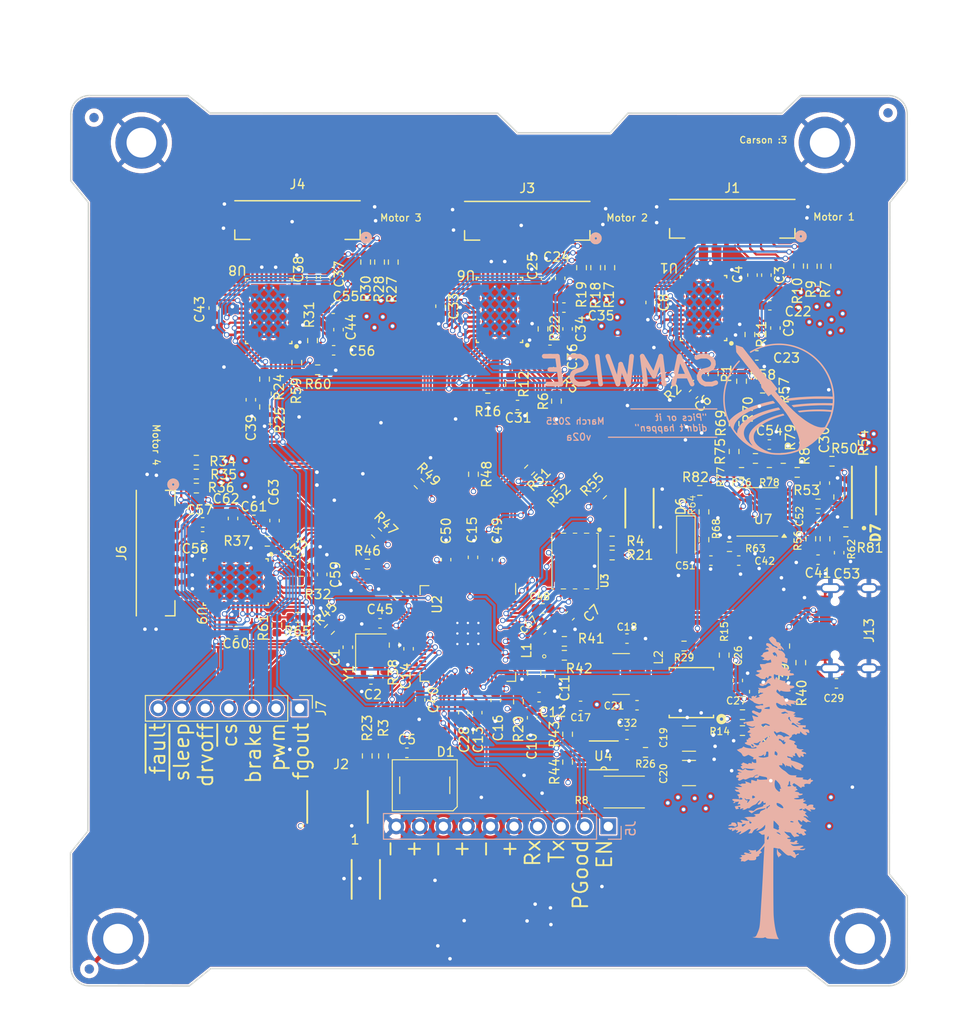
<source format=kicad_pcb>
(kicad_pcb (version 20241229) (generator "pcbnew") (generator_version "9.0")
  (title_block (title "Reaction Wheel Motor Board") (date "2025-04-07") (rev "1.1") (company "SSI") (comment 1 "Carson Lauer"))
  (layers (0 "F.Cu" signal) (4 "In1.Cu" signal "Route2") (6 "In2.Cu" signal "Route15") (2 "B.Cu" signal) (13 "F.Paste" user) (15 "B.Paste" user) (5 "F.SilkS" user "F.Silkscreen") (7 "B.SilkS" user "B.Silkscreen") (1 "F.Mask" user) (3 "B.Mask" user) (25 "Edge.Cuts" user))
  (net 0 "")
  (net 1 "GND")
  (net 2 "3.3V")
  (net 3 "SWCLK")
  (net 4 "SWDIO")
  (net 5 "~{RESET}")
  (net 6 "VBATT")
  (net 7 "USB_D+")
  (net 8 "USB_D-")
  (net 10 "Net-(C30-Pad2)")
  (net 11 "Net-(C30-Pad1)")
  (net 13 "Net-(U5-SW1)")
  (net 14 "Net-(U5-VBST)")
  (net 15 "/Avionics/XTAL1")
  (net 16 "/Avionics/XTAL2")
  (net 17 "Net-(U5-SS)")
  (net 18 "Net-(U5-VREG5)")
  (net 19 "Net-(U4-TIMER)")
  (net 20 "Net-(C2-Pad1)")
  (net 21 "Net-(U7B-+)")
  (net 22 "USB_CC2")
  (net 23 "USB_CC1")
  (net 24 "/Motors/individual_motor_1/ILIM")
  (net 25 "/Motors/individual_motor_1/AVDD")
  (net 27 "/Motors/individual_motor_1/CPL")
  (net 30 "+1V1")
  (net 31 "Net-(U2-VREG_AVDD)")
  (net 32 "Net-(D6-K)")
  (net 33 "SCL_PWR")
  (net 34 "SDA_PWR")
  (net 35 "Net-(D6-A)")
  (net 36 "/Avionics/NEOPIXEL")
  (net 37 "VBATT_SENSE")
  (net 38 "Net-(U2-VREG_LX)")
  (net 39 "Net-(D7-K)")
  (net 40 "Net-(SW1-P)")
  (net 41 "/Avionics/RUN")
  (net 42 "Net-(U5-VFB)")
  (net 43 "Net-(U5-PG)")
  (net 44 "Net-(U4-ON)")
  (net 45 "/Avionics/FLASH_CS")
  (net 46 "Net-(SW2-P)")
  (net 47 "3V3_RESET")
  (net 51 "WATCHDOG_FEED")
  (net 52 "Net-(U7A--)")
  (net 53 "Net-(R56-Pad1)")
  (net 54 "/Avionics/FLASH_IO2")
  (net 55 "/Avionics/FLASH_SCK")
  (net 56 "/Avionics/FLASH_MOSI")
  (net 57 "/Avionics/FLASH_MISO")
  (net 58 "/Avionics/FLASH_IO3")
  (net 59 "Net-(R63-Pad1)")
  (net 60 "Net-(U7C-+)")
  (net 61 "/Avionics/USB_IC_D+")
  (net 62 "/Avionics/USB_IC_D-")
  (net 63 "Net-(R82-Pad1)")
  (net 64 "/Watchdog/WD_integrate")
  (net 65 "/Watchdog/WD_Vcc")
  (net 66 "/Watchdog/ref3")
  (net 67 "/Watchdog/ref4")
  (net 68 "/Watchdog/ref2")
  (net 69 "/Watchdog/ref1")
  (net 70 "/Motors/individual_motor_1/CPH")
  (net 71 "/Motors/individual_motor_1/V_BK")
  (net 72 "/Motors/individual_motor_1/CP")
  (net 73 "/Motors/individual_motor_2/ILIM")
  (net 74 "/Motors/individual_motor_2/AVDD")
  (net 75 "Net-(C29-Pad1)")
  (net 76 "/Motors/individual_motor_2/CPH")
  (net 77 "/Motors/individual_motor_2/CPL")
  (net 78 "/Motors/individual_motor_2/CP")
  (net 79 "/Motors/individual_motor_2/V_BK")
  (net 80 "/Motors/individual_motor_3/ILIM")
  (net 81 "/Motors/individual_motor_3/AVDD")
  (net 82 "/Motors/individual_motor_3/CPL")
  (net 83 "/Motors/individual_motor_3/CPH")
  (net 84 "/Motors/individual_motor_3/CP")
  (net 85 "/Motors/individual_motor_3/V_BK")
  (net 86 "/Motors/individual_motor_4/ILIM")
  (net 87 "/Motors/individual_motor_4/AVDD")
  (net 88 "MOTOR_EN")
  (net 89 "MOTOR_Rx")
  (net 90 "MOTOR_PGOOD")
  (net 91 "MOTOR_Tx")
  (net 92 "/Motors/individual_motor_2/HNX")
  (net 94 "SDO0")
  (net 95 "DRVOFF_1")
  (net 97 "BRAKE_1")
  (net 98 "nSCS_1")
  (net 99 "nFAULT_1")
  (net 100 "PWM_1")
  (net 101 "SCLK0")
  (net 102 "nSLEEP_1")
  (net 103 "FGOUT_1")
  (net 104 "SDI0")
  (net 105 "PWM_2")
  (net 106 "nFAULT_4")
  (net 107 "nFAULT_3")
  (net 108 "nSLEEP_4")
  (net 109 "DRVOFF_3")
  (net 110 "PWM_4")
  (net 111 "nSLEEP_2")
  (net 112 "BRAKE_4")
  (net 114 "DRVOFF_2")
  (net 115 "BRAKE_3")
  (net 118 "nSCS_4")
  (net 119 "nFAULT_2")
  (net 120 "nSLEEP_3")
  (net 121 "/Motors/individual_motor_4/CPH")
  (net 122 "/Motors/individual_motor_4/CPL")
  (net 123 "PWM_3")
  (net 124 "nSCS_2")
  (net 125 "FGOUT_4")
  (net 126 "FGOUT_3")
  (net 127 "/Motors/individual_motor_4/CP")
  (net 128 "nSCS_3")
  (net 129 "FGOUT_2")
  (net 131 "DRVOFF_4")
  (net 132 "BRAKE_2")
  (net 140 "/Motors/individual_motor_1/HPC")
  (net 141 "/Motors/individual_motor_1/HPB")
  (net 142 "/Motors/individual_motor_1/HPA")
  (net 143 "/Motors/individual_motor_2/HPB")
  (net 144 "/Motors/individual_motor_2/HPC")
  (net 145 "/Motors/individual_motor_2/HPA")
  (net 146 "/Motors/individual_motor_3/HPB")
  (net 147 "/Motors/individual_motor_3/HPA")
  (net 148 "/Motors/individual_motor_3/HPC")
  (net 149 "/Motors/individual_motor_4/HPB")
  (net 150 "/Motors/individual_motor_4/HPA")
  (net 151 "/Motors/individual_motor_4/HPC")
  (net 152 "/Motors/individual_motor_4/V_BK")
  (net 153 "/Motors/individual_motor_1/SW_BK")
  (net 154 "/Motors/individual_motor_2/SW_BK")
  (net 155 "/Motors/individual_motor_3/SW_BK")
  (net 156 "/Motors/individual_motor_4/SW_BK")
  (net 157 "/Motors/individual_motor_1/OUTB")
  (net 158 "/Motors/individual_motor_1/OUTC")
  (net 159 "/Motors/individual_motor_1/OUTA")
  (net 160 "/Motors/individual_motor_2/OUTC")
  (net 161 "/Motors/individual_motor_2/OUTA")
  (net 162 "/Motors/individual_motor_2/OUTB")
  (net 163 "/Motors/individual_motor_3/OUTA")
  (net 164 "/Motors/individual_motor_3/OUTB")
  (net 165 "/Motors/individual_motor_3/OUTC")
  (net 166 "/Motors/individual_motor_4/OUTC")
  (net 167 "/Motors/individual_motor_4/OUTB")
  (net 168 "/Motors/individual_motor_4/OUTA")
  (net 169 "/Motors/individual_motor_1/HNX")
  (net 170 "/Motors/individual_motor_3/HNX")
  (net 171 "/Motors/individual_motor_4/HNX")
  (footprint "ssi_IC:PWP14_2P31X2P46-L" (layer "F.Cu") (at 165.236004 116.79 180)
    (property "Reference" "U5" (hide yes))
    (property "Value" "TPS54226PWPR" (hide yes))
  )
  (footprint "Capacitor_SMD:C_0603_1608Metric" (layer "F.Cu") (at 158.2941 110.9739 180)
    (property "Reference" "C18")
    (property "Value" "22uF")
  )
  (footprint "Capacitor_SMD:C_0603_1608Metric" (layer "F.Cu") (at 153.2941 118.2239)
    (property "Reference" "C17")
    (property "Value" "22uF")
  )
  (footprint "Capacitor_SMD:C_0603_1608Metric" (layer "F.Cu") (at 159.3786 118.1524)
    (property "Reference" "C21")
    (property "Value" "0.1uF")
  )
  (footprint "Resistor_SMD:R_0603_1608Metric" (layer "F.Cu") (at 168.7766 112.7549 90)
    (property "Reference" "R15")
    (property "Value" "100k")
  )
  (footprint "Capacitor_SMD:C_0603_1608Metric" (layer "F.Cu") (at 170.2371 115.4854 90)
    (property "Reference" "C26")
    (property "Value" "3.3nF")
  )
  (footprint "MountingHole:MountingHole_3.2mm_M3_DIN965_Pad" (layer "F.Cu") (at 105.946 57.5641)
    (property "Reference" "H1" (hide yes))
    (property "Value" "MountingHole_Pad")
  )
  (footprint "MountingHole:MountingHole_3.2mm_M3_DIN965_Pad" (layer "F.Cu") (at 103.426 143.294 -90)
    (property "Reference" "H2" (hide yes))
    (property "Value" "MountingHole_Pad")
  )
  (footprint "MountingHole:MountingHole_3.2mm_M3_DIN965_Pad" (layer "F.Cu") (at 183.4261 143.2941)
    (property "Reference" "H3" (hide yes))
    (property "Value" "MountingHole_Pad")
  )
  (footprint "MountingHole:MountingHole_3.2mm_M3_DIN965_Pad" (layer "F.Cu") (at 179.606 57.564)
    (property "Reference" "H4" (hide yes))
    (property "Value" "MountingHole_Pad")
  )
  (footprint "Fiducial:Fiducial_1mm_Mask2mm" (layer "F.Cu") (at 100.33 146.558)
    (property "Reference" "REF1T" (hide yes))
    (property "Value" "Fiducial_1mm_Mask2mm")
  )
  (footprint "Capacitor_SMD:C_0603_1608Metric" (layer "F.Cu") (at 180.875 115.8)
    (property "Reference" "C29")
    (property "Value" "4.7uF")
  )
  (footprint "Resistor_SMD:R_0603_1608Metric" (layer "F.Cu") (at 170.7451 119.1684 180)
    (property "Reference" "R13")
    (property "Value" "73.2k")
  )
  (footprint "Capacitor_SMD:C_0603_1608Metric" (layer "F.Cu") (at 172.0151 116.6919 90)
    (property "Reference" "C27")
    (property "Value" "1uF")
  )
  (footprint "Resistor_SMD:R_0603_1608Metric" (layer "F.Cu") (at 164.4441 111.7739)
    (property "Reference" "R29")
    (property "Value" "10k")
  )
  (footprint "Resistor_SMD:R_0603_1608Metric" (layer "F.Cu") (at 170.7451 120.8829)
    (property "Reference" "R14")
    (property "Value" "22.1k")
  )
  (footprint "Resistor_SMD:R_2512_6332Metric" (layer "F.Cu") (at 158 127.5 180)
    (property "Reference" "R8")
    (property "Value" "0.02")
  )
  (footprint "ssi_inductor:L_2141" (layer "F.Cu") (at 157.6641 114.7869 180)
    (property "Reference" "L2")
    (property "Value" "3.3uH")
  )
  (footprint "Capacitor_SMD:C_1210_3225Metric" (layer "F.Cu") (at 164.982004 121.743)
    (property "Reference" "C19")
    (property "Value" "10uF")
  )
  (footprint "Capacitor_SMD:C_1210_3225Metric" (layer "F.Cu") (at 164.982004 125.4549)
    (property "Reference" "C20")
    (property "Value" "10uF")
  )
  (footprint "Resistor_SMD:R_0603_1608Metric" (layer "F.Cu") (at 160.2941 123.2239 180)
    (property "Reference" "R26")
    (property "Value" "1k")
  )
  (footprint "ssi_IC:ADM1176-1ARMZ-R7" (layer "F.Cu") (at 155.7941 123.5499 180)
    (property "Reference" "U4")
    (property "Value" "RM_10" (hide yes))
  )
  (footprint "Capacitor_SMD:C_0603_1608Metric" (layer "F.Cu") (at 158.2941 121.3239)
    (property "Reference" "C32")
    (property "Value" "3.3nF")
  )
  (footprint "ssi_connector:USB_C_Receptacle_XKB_U262-161N-4BVC11" (layer "F.Cu") (at 184.77 110.35 90)
    (property "Reference" "J13")
    (property "Value" "USB_C_pycubed")
  )
  (footprint "Capacitor_SMD:C_0603_1608Metric" (layer "F.Cu") (at 133.6691 106.2989 135)
    (property "Reference" "C46" (hide yes))
    (property "Value" "0.1uF" (hide yes))
  )
  (footprint "Resistor_SMD:R_0603_1608Metric" (layer "F.Cu") (at 170.647132 83.251933 -90)
    (property "Reference" "R57")
    (property "Value" "4.7k")
  )
  (footprint "Capacitor_SMD:C_0603_1608Metric" (layer "F.Cu") (at 126.672132 79.926933)
    (property "Reference" "C56")
    (property "Value" "22uF")
  )
  (footprint "Capacitor_SMD:C_0603_1608Metric" (layer "F.Cu") (at 140.65 118.95 -90)
    (property "Reference" "C28")
    (property "Value" "0.1uF")
  )
  (footprint "Capacitor_SMD:C_0603_1608Metric" (layer "F.Cu") (at 115.823592 98.040914 90)
    (property "Reference" "C62")
    (property "Value" "1uF")
  )
  (footprint "Capacitor_SMD:C_0603_1608Metric" (layer "F.Cu") (at 126.622132 75.451933)
    (property "Reference" "C55")
    (property "Value" "1uF")
  )
  (footprint "Resistor_SMD:R_0603_1608Metric" (layer "F.Cu") (at 151.5441 112.7739)
    (property "Reference" "R42")
    (property "Value" "27")
  )
  (footprint "Resistor_SMD:R_0603_1608Metric" (layer "F.Cu") (at 180.3941 91.8739 180)
    (property "Reference" "R50")
    (property "Value" "0")
  )
  (footprint "Resistor_SMD:R_0603_1608Metric" (layer "F.Cu") (at 124.397132 78.876933 -90)
    (property "Reference" "R31")
    (property "Value" "22")
  )
  (footprint "Fiducial:Fiducial_1mm_Mask2mm" (layer "F.Cu") (at 186.436 54.356)
    (property "Reference" "REF3T" (hide yes))
    (property "Value" "Fiducial_1mm_Mask2mm")
  )
  (footprint "Capacitor_SMD:C_0603_1608Metric" (layer "F.Cu") (at 160.847132 74.776933 -90)
    (property "Reference" "C8")
    (property "Value" "1uF")
  )
  (footprint "Capacitor_SMD:C_0603_1608Metric" (layer "F.Cu") (at 141.6941 102.2239 90)
    (property "Reference" "C15")
    (property "Value" "4.7uF")
  )
  (footprint "ssi_IC:MCT8316Z-Q1" (layer "F.Cu") (at 116.116637 104.883363 -90)
    (property "Reference" "U9")
    (property "Value" "MCT8316ZR-Q1")
  )
  (footprint "Resistor_SMD:R_0603_1608Metric" (layer "F.Cu") (at 166.5941 97.3239 90)
    (property "Reference" "R64")
    (property "Value" "4.7M")
  )
  (footprint "Capacitor_SMD:C_0603_1608Metric" (layer "F.Cu") (at 112.548592 98.465914)
    (property "Reference" "C57")
    (property "Value" "10uF")
  )
  (footprint "Resistor_SMD:R_0603_1608Metric" (layer "F.Cu") (at 119.222132 86.026933 -90)
    (property "Reference" "R25")
    (property "Value" "4.7k")
  )
  (footprint "Resistor_SMD:R_0603_1608Metric" (layer "F.Cu") (at 151.5441 111.2739)
    (property "Reference" "R41")
    (property "Value" "27")
  )
  (footprint "Capacitor_SMD:C_0603_1608Metric" (layer "F.Cu") (at 125.438605 104.061395 90)
    (property "Reference" "C59")
    (property "Value" "1uF")
  )
  (footprint "Resistor_SMD:R_0603_1608Metric" (layer "F.Cu") (at 169.3441 101.0739 180)
    (property "Reference" "R63")
    (property "Value" "1k")
  )
  (footprint "Resistor_SMD:R_0603_1608Metric" (layer "F.Cu") (at 111.863605 93.261395 180)
    (property "Reference" "R35")
    (property "Value" "4.7k")
  )
  (footprint "Resistor_SMD:R_0603_1608Metric" (layer "F.Cu") (at 177.032 113.562 90)
    (property "Reference" "R40")
    (property "Value" "5.1k")
  )
  (footprint "Capacitor_SMD:C_0603_1608Metric" (layer "F.Cu") (at 125.757132 72.076933 -90)
    (property "Reference" "C37")
    (property "Value" "10uF")
  )
  (footprint "Connector_PinHeader_2.54mm:PinHeader_1x07_P2.54mm_Vertical" (layer "F.Cu") (at 122.996637 118.483363 -90)
    (property "Reference" "J7")
    (property "Value" "Conn01x07")
  )
  (footprint "Resistor_SMD:R_0603_1608Metric" (layer "F.Cu") (at 176.797132 70.851933 90)
    (property "Reference" "R10")
    (property "Value" "4.7k")
  )
  (footprint "Resistor_SMD:R_0603_1608Metric" (layer "F.Cu") (at 170.6441 93.0739)
    (property "Reference" "R76")
    (property "Value" "10k")
  )
  (footprint "Resistor_SMD:R_0603_1608Metric" (layer "F.Cu") (at 173.6441 93.0739)
    (property "Reference" "R78")
    (property "Value" "10k")
  )
  (footprint "Capacitor_SMD:C_0603_1608Metric" (layer "F.Cu") (at 113.747132 75.376933 -90)
    (property "Reference" "C43")
    (property "Value" "1uF")
  )
  (footprint "Capacitor_SMD:C_0603_1608Metric" (layer "F.Cu") (at 131.6691 109.3239 180)
    (property "Reference" "C45")
    (property "Value" "0.1uF")
  )
  (footprint "ssi_IC:MCT8316Z-Q1" (layer "F.Cu") (at 144.547132 75.576933 180)
    (property "Reference" "U6")
    (property "Value" "MCT8316ZR-Q1")
  )
  (footprint "Capacitor_SMD:C_0603_1608Metric" (layer "F.Cu") (at 173.322132 71.826933 -90)
    (property "Reference" "C3")
    (property "Value" "10uF")
  )
  (footprint "Capacitor_SMD:C_0603_1608Metric" (layer "F.Cu") (at 128.2 111.9 -90)
    (property "Reference" "C1")
    (property "Value" "15pF")
  )
  (footprint "Resistor_SMD:R_0603_1608Metric" (layer "F.Cu") (at 176.6441 93.0739)
    (property "Reference" "R80")
    (property "Value" "3k")
  )
  (footprint "Capacitor_SMD:C_0603_1608Metric" (layer "F.Cu") (at 173.6441 90.0739 180)
    (property "Reference" "C54")
    (property "Value" "10uF")
  )
  (footprint "Resistor_SMD:R_0603_1608Metric" (layer "F.Cu") (at 156.6941 100.4739 180)
    (property "Reference" "R4")
    (property "Value" "1k")
  )
  (footprint "Resistor_SMD:R_0603_1608Metric" (layer "F.Cu") (at 172.9191 83.9989)
    (property "Reference" "R58")
    (property "Value" "4.7k")
  )
  (footprint "Capacitor_SMD:C_0603_1608Metric" (layer "F.Cu") (at 144.2941 102.4739 90)
    (property "Reference" "C49")
    (property "Value" "0.1uF")
  )
  (footprint "Capacitor_SMD:C_0603_1608Metric" (layer "F.Cu") (at 112.548592 99.965914)
    (property "Reference" "C58")
    (property "Value" "0.1uF")
  )
  (footprint "Capacitor_SMD:C_0603_1608Metric" (layer "F.Cu") (at 138.7941 102.4739 90)
    (property "Reference" "C50")
    (property "Value" "0.1uF")
  )
  (footprint "Resistor_SMD:R_0603_1608Metric" (layer "F.Cu") (at 169.8441 90.8239 -90)
    (property "Reference" "R75")
    (property "Value" "100k")
  )
  (footprint "Resistor_SMD:R_0603_1608Metric" (layer "F.Cu") (at 178.11285 100.2239 -90)
    (property "Reference" "R56")
    (property "Value" "1k")
  )
  (footprint "Resistor_SMD:R_0603_1608Metric" (layer "F.Cu") (at 123.163605 104.786395)
    (property "Reference" "R32")
    (property "Value" "4.7k")
  )
  (footprint "Resistor_SMD:R_0603_1608Metric" (layer "F.Cu") (at 155.5441 95.3739 45)
    (property "Reference" "R55")
    (property "Value" "10k")
  )
  (footprint "Capacitor_SMD:C_0603_1608Metric" (layer "F.Cu") (at 135.9941 117.5739 -90)
    (property "Reference" "C40")
    (property "Value" "0.1uF")
  )
  (footprint "Resistor_SMD:R_0603_1608Metric" (layer "F.Cu") (at 124.947132 82.026933)
    (property "Reference" "R60")
    (property "Value" "4.7k")
  )
  (footprint "Resistor_SMD:R_0603_1608Metric" (layer "F.Cu") (at 120.548592 109.515914 90)
    (property "Reference" "R61")
    (property "Value" "4.7k")
  )
  (footprint "Capacitor_SMD:C_0603_1608Metric" (layer "F.Cu") (at 130.6941 115.3739 180)
    (property "Reference" "C2")
    (property "Value" "15pF")
  )
  (footprint "Resistor_SMD:R_0603_1608Metric" (layer "F.Cu") (at 130.122132 70.426933 90)
    (property "Reference" "R30")
    (property "Value" "4.7k")
  )
  (footprint "Resistor_SMD:R_0603_1608Metric" (layer "F.Cu") (at 119.523592 100.490914)
    (property "Reference" "R37")
    (property "Value" "22")
  )
  (footprint "Capacitor_SMD:C_0603_1608Metric" (layer "F.Cu") (at 170.3441 102.5739 180)
    (property "Reference" "C42")
    (property "Value" "10uF")
  )
  (footprint "Capacitor_SMD:C_0603_1608Metric" (layer "F.Cu") (at 134.75 112.0739 -90)
    (property "Reference" "C14")
    (property "Value" "0.1uF")
  )
  (footprint "Resistor_SMD:R_0603_1608Metric" (layer "F.Cu") (at 119.222132 83.026933 -90)
    (property "Reference" "R24")
    (property "Value" "4.7k")
  )
  (footprint "Resistor_SMD:R_0603_1608Metric" (layer "F.Cu") (at 150.1691 82.2989 -45)
    (property "Reference" "R5")
    (property "Value" "4.7k")
  )
  (footprint "Resistor_SMD:R_0603_1608Metric" (layer "F.Cu") (at 164.947132 82.951933 -135)
    (property "Reference" "R2")
    (property "Value" "4.7k")
  )
  (footprint "LED_SMD:LED_WS2812B_PLCC4_5.0x5.0mm_P3.2mm" (layer "F.Cu") (at 136.4941 126.7739)
    (property "Reference" "D1")
    (property "Value" "1655")
  )
  (footprint "Capacitor_SMD:C_0603_1608Metric" (layer "F.Cu") (at 167.3441 102.5739)
    (property "Reference" "C51")
    (property "Value" "10uF")
  )
  (footprint "Resistor_SMD:R_0603_1608Metric" (layer "F.Cu") (at 149.9691 94.5739 -135)
    (property "Reference" "R52")
    (property "Value" "10k")
  )
  (footprint "Capacitor_SMD:C_0603_1608Metric" (layer "F.Cu") (at 179.6191 94.2239 -90)
    (property "Reference" "C30")
    (property "Value" "10uF")
  )
  (footprint "Capacitor_SMD:C_0603_1608Metric" (layer "F.Cu") (at 151.4941 75.3239)
    (property "Reference" "C35")
    (property "Value" "1uF")
  )
  (footprint "Capacitor_SMD:C_0603_1608Metric" (layer "F.Cu") (at 149.9941 79.8739)
    (property "Reference" "C36")
    (property "Value" "22uF")
  )
  (footprint "Resistor_SMD:R_0603_1608Metric" (layer "F.Cu") (at 111.873592 94.765914 180)
    (property "Reference" "R36")
    (property "Value" "4.7k")
  )
  (footprint "Capacitor_SMD:C_0603_1608Metric" (layer "F.Cu") (at 173.697132 75.076933)
    (property "Reference" "C22")
    (property "Value" "1uF")
  )
  (footprint "Resistor_SMD:R_0603_1608Metric" (layer "F.Cu") (at 181.8941 99.4739 180)
    (property "Reference" "R81")
    (property "Value" "33")
  )
  (footprint "Capacitor_SMD:C_0603_1608Metric" (layer "F.Cu") (at 178.8941 97.9739 180)
    (property "Reference" "C52")
    (property "Value" "0.1uF")
  )
  (footprint "Resistor_SMD:R_0603_1608Metric" (layer "F.Cu") (at 181.1191 95.7239 -90)
    (property "Reference" "R54")
    (property "Value" "10k")
  )
  (footprint "Resistor_SMD:R_0603_1608Metric" (layer "F.Cu") (at 175.3 111.775 90)
    (property "Reference" "R39")
    (property "Value" "5.1k")
  )
  (footprint "ssi_connector:SAMTEC_FTSH-105-01-L-DV-007" (layer "F.Cu") (at 127.0875 129.1064)
    (property "Reference" "J2")
    (property "Value" "Conn_ARM_JTAG_SWD_10")
  )
  (footprint "Resistor_SMD:R_0603_1608Metric" (layer "F.Cu") (at 135.8941 94.2989 -45)
    (property "Reference" "R49")
    (property "Value" "10k")
  )
  (footprint "ssi_inductor:polarized" (layer "F.Cu") (at 148.2941 114.6739 -90)
    (property "Reference" "L1")
    (property "Value" "3.3uH")
  )
  (footprint "Resistor_SMD:R_0603_1608Metric" (layer "F.Cu") (at 146.5941 117.7739 90)
    (property "Reference" "R20")
    (property "Value" "33")
  )
  (footprint "Resistor_SMD:R_0603_1608Metric" (layer "F.Cu") (at 149.2441 77.6239 -90)
    (property "Reference" "R22")
    (property "Value" "22")
  )
  (footprint "ssi_switch:BTN_KMR2_4.6X2.8" (layer "F.Cu") (at 159.6441 96.9239 90)
    (property "Reference" "SW2" (hide yes))
    (property "Value" "KMR231NG LFS" (hide yes))
  )
  (footprint "ssi_connector:Molex_505567-0881" (layer "F.Cu") (at 151.9191 67.8681)
    (property "Reference" "J3")
    (property "Value" "Conn_01x08")
  )
  (footprint "Capacitor_SMD:C_0603_1608Metric" (layer "F.Cu") (at 172.297132 80.476933)
    (property "Reference" "C23")
    (property "Value" "22uF")
  )
  (footprint "Resistor_SMD:R_0603_1608Metric" (layer "F.Cu") (at 154.9191 71.0239 90)
    (property "Reference" "R18")
    (property "Value" "4.7k")
  )
  (footprint "Resistor_SMD:R_0603_1608Metric" (layer "F.Cu") (at 143.2941 85.0739 180)
    (property "Reference" "R16")
    (property "Value" "4.7k")
  )
  (footprint "Resistor_SMD:R_0603_1608Metric" (layer "F.Cu") (at 131.622132 70.426933 90)
    (property "Reference" "R28")
    (property "Value" "4.7k")
  )
  (footprint "Resistor_SMD:R_0603_1608Metric" (layer "F.Cu") (at 179.6441 100.2239 90)
    (property "Reference" "R62")
    (property "Value" "100k")
  )
  (footprint "Capacitor_SMD:C_0603_1608Metric" (layer "F.Cu") (at 148.8191 117.2739)
    (property "Reference" "C12")
    (property "Value" "4.7uF")
  )
  (footprint "Resistor_SMD:R_0603_1608Metric" (layer "F.Cu") (at 178.8941 96.4739 180)
    (property "Reference" "R53")
    (property "Value" "10k")
  )
  (footprint "Capacitor_SMD:C_0603_1608Metric" (layer "F.Cu") (at 178.8941 102.4739 180)
    (property "Reference" "C41")
    (property "Value" "10uF")
  )
  (footprint "Fiducial:Fiducial_1mm_Mask2mm" (layer "F.Cu") (at 100.838 54.864 90)
    (property "Reference" "REF2T" (hide yes))
    (property "Value" "Fiducial_1mm_Mask2mm")
  )
  (footprint "Resistor_SMD:R_0603_1608Metric" (layer "F.Cu") (at 111.863605 91.761395 180)
    (property "Reference" "R34")
    (property "Value" "4.7k")
  )
  (footprint "Resistor_SMD:R_0603_1608Metric" (layer "F.Cu") (at 175.1441 91.5739)
    (property "Reference" "R79")
    (property "Value" "3k")
  )
  (footprint "Capacitor_SMD:C_0603_1608Metric" (layer "F.Cu") (at 148.0691 119.4989 -90)
    (property "Reference" "C10")
    (property "Value" "4.7uF")
  )
  (footprint "Resistor_SMD:R_0603_1608Metric" (layer "F.Cu") (at 133.097132 70.426933 90)
    (property "Reference" "R27")
    (property "Value" "4.7k")
  )
  (footprint "Resistor_SMD:R_0603_1608Metric" (layer "F.Cu") (at 132.0441 123.6114 90)
    (property "Reference" "R3")
    (property "Value" "1k")
  )
  (footprint "Capacitor_SMD:C_0603_1608Metric" (layer "F.Cu") (at 124.297132 72.076933 -90)
    (property "Reference" "C38")
    (property "Value" "0.1uF")
  )
  (footprint "Resistor_SMD:R_0603_1608Metric" (layer "F.Cu") (at 171.547132 78.226933 -90)
    (property "Reference" "R11")
    (property "Value" "22")
  )
  (footprint "Resistor_SMD:R_0603_1608Metric" (layer "F.Cu") (at 147.7941 92.8239 -135)
    (property "Reference" "R51")
    (property "Value" "10k")
  )
  (footprint "Resistor_SMD:R_0603_1608Metric" (layer "F.Cu") (at 130.3191 102.95)
    (property "Reference" "R46")
    (property "Value" "10k")
  )
  (footprint "Capacitor_SMD:C_0603_1608Metric" (layer "F.Cu") (at 171.822132 71.826933 -90)
    (property "Reference" "C4")
    (property "Value" "0.1uF")
  )
  (footprint "Resistor_SMD:R_0603_1608Metric" (layer "F.Cu") (at 169.8441 87.8239 -90)
    (property "Reference" "R69")
    (property "Value" "100k")
  )
  (footprint "Resistor_SMD:R_0603_1608Metric" (layer "F.Cu") (at 166.1441 95.0239 180)
    (property "Reference" "R82")
    (property "Value" "0")
  )
  (footprint "Capacitor_SMD:C_0603_1608Metric" (layer "F.Cu") (at 149.2441 107.7239 180)
    (property "Reference" "C48")
    (property "Value" "0.1uF")
  )
  (footprint "Crystal:Crystal_SMD_3225-4Pin_3.2x2.5mm" (layer "F.Cu") (at 130.6941 112.4739 -90)
    (property "Reference" "Y1")
    (property "Value" "ABM8-272-T3")
  )
  (footprint "Capacitor_SMD:C_0603_1608Metric" (layer "F.Cu") (at 127.197132 77.701933 -90)
    (property "Reference" "C44")
    (property "Value" "10nF")
  )
  (footprint "Package_SO:TSSOP-14_4.4x5mm_P0.65mm" (layer "F.Cu") (at 172.3441 97.3239 180)
    (property "Reference" "U7")
    (property "Value" "TLV1704")
  )
  (footprint "Capacitor_SMD:C_0603_1608Metric" (layer "F.Cu") (at 142.15 118.95 -90)
    (property "Reference" "C13")
    (property "Value" "0.1uF")
  )
  (footprint "ssi_IC:SON127P600X500X90-9N" (layer "F.Cu") (at 152.6941 102.6239 -90)
    (property "Reference" "U3")
    (property "Value" "MR25H40MDF")
  )
  (footprint "Capacitor_SMD:C_0603_1608Metric" (layer "F.Cu") (at 134.5691 123.2739)
    (property "Reference" "C5")
    (property "Value" "0.1uF")
  )
  (footprint "Resistor_SMD:R_0603_1608Metric" (layer "F.Cu") (at 133.1941 111.6739 90)
    (property "Reference" "R38")
    (property "Value" "1k")
  )
  (footprint "Capacitor_SMD:C_0603_1608Metric" (layer "F.Cu") (at 117.747132 85.251933 -90)
    (property "Reference" "C39")
    (property "Value" "1uF")
  )
  (footprint "ssi_connector:Molex_505567-0881" (layer "F.Cu") (at 174.022132 67.651933)
    (property "Reference" "J1")
    (property "Value" "Conn_01x08")
  )
  (footprint "ssi_IC:MCT8316Z-Q1" (layer "F.Cu") (at 166.547132 75.376933 180)
    (property "Reference" "U1")
    (property "Value" "MCT8316ZR-Q1")
  )
  (footprint "Capacitor_SMD:C_0603_1608Metric" (layer "F.Cu") (at 149.0941 110.0489 45)
    (property "Reference" "C47")
    (property "Value" "0.1uF")
  )
  (footprint "ssi_switch:BTN_KMR2_4.6X2.8" (layer "F.Cu") (at 130.140425 136.9075 -90)
    (property "Reference" "SW1" (hide yes))
    (property "Value" "KMR231NG LFS" (hide yes))
  )
  (footprint "Resistor_SMD:R_0603_1608Metric" (layer "F.Cu") (at 131.2941 99.5989 -45)
    (property "Reference" "R47")
    (property "Value" "10k")
  )
  (footprint "Resistor_SMD:R_0603_1608Metric" (layer "F.Cu") (at 179.747132 70.876933 90)
    (property "Reference" "R7")
    (property "Value" "4.7k")
  )
  (footprint "Capacitor_SMD:C_0603_1608Metric" (layer "F.Cu") (at 116.163605 110.186395)
    (property "Reference" "C60")
    (property "Value" "1uF")
  )
  (footprint "ssi_diode:DIOM5226X262N" (layer "F.Cu") (at 183.8441 95.0239 90)
    (property "Reference" "D7")
    (property "Value" "CMSH1-40M" (hide yes))
  )
  (footprint "Capacitor_SMD:C_0603_1608Metric" (layer "F.Cu") (at 146.4941 85.8239)
    (property "Reference" "C31")
    (property "Value" "1uF")
  )
  (footprint "Capacitor_SMD:C_0603_1608Metric" (layer "F.Cu") (at 149.9941 115.0239 -90)
    (property "Reference" "C11")
    (property "Value" "4.7uF")
  )
  (footprint "Resistor_SMD:R_0603_1608Metric" (layer "F.Cu") (at 172.1441 91.5739)
    (property "Reference" "R77")
    (property "Value" "10k")
  )
  (footprint "Capacitor_SMD:C_0603_1608Metric" (layer "F.Cu") (at 151.8941 77.6239 -90)
    (property "Reference" "C34")
    (property "Value" "10nF")
  )
  (footprint "Capacitor_SMD:C_0603_1608Metric" (layer "F.Cu") (at 181.1691 101.7239 -90)
    (property "Reference" "C53")
    (property "Value" "10uF")
  )
  (footprint "Capacitor_SMD:C_0603_1608Metric" (layer "F.Cu") (at 138.1941 75.1739 -90)
    (property "Reference" "C33")
    (property "Value" "1uF")
  )
  (footprint "Resistor_SMD:R_0603_1608Metric" (layer "F.Cu") (at 122.697132 81.251933 -90)
    (property "Reference" "R59")
    (property "Value" "4.7k")
  )
  (footprint "ssi_IC:MCT8316Z-Q1" (layer "F.Cu") (at 119.672132 75.701933 180)
    (property "Reference" "U8")
    (property "Value" "MCT8316ZR-Q1")
  )
  (footprint "Resistor_SMD:R_0603_1608Metric" (layer "F.Cu") (at 150.6941 85.3989 -90)
    (property "Reference" "R6")
    (property "Value" "4.7k")
  )
  (footprint "Capacitor_SMD:C_0603_1608Metric" (layer "F.Cu") (at 174.297132 77.526933 -90)
    (property "Reference" "C9")
    (property "Value" "10nF")
  )
  (footprint "Resistor_SMD:R_0603_1608Metric" (layer "F.Cu") (at 167.597132 82.426933 -90)
    (property "Reference" "R1")
    (property "Value" "4.7k")
  )
  (footprint "Resistor_SMD:R_0603_1608Metric" (layer "F.Cu") (at 166.5941 100.3239 -90)
    (property "Reference" "R68")
    (property "Value" "100k")
  )
  (footprint "Resistor_SMD:R_0603_1608Metric" (layer "F.Cu") (at 171.3441 89.3239 -90)
    (property "Reference" "R70")
    (property "Value" "100k")
  )
  (footprint "Resistor_SMD:R_0603_1608Metric" (layer "F.Cu") (at 178.272132 70.876933 90)
    (property "Reference" "R9")
    (property "Value" "4.7k")
  )
  (footprint "Resistor_SMD:R_0603_1608Metric" (layer "F.Cu") (at 153.3941 71.0239 90)
    (property "Reference" "R19")
    (property "Value" "4.7k")
  )
  (footprint "Capacitor_SMD:C_0603_1608Metric" (layer "F.Cu") (at 144.1441 117.6239 -90)
    (property "Reference" "C16")
    (property "Value" "0.1uF")
  )
  (footprint "Capacitor_SMD:C_0603_1608Metric" (layer "F.Cu") (at 118.073592 98.190914)
    (property "Reference" "C61")
    (property "Value" "10nF")
  )
  (footprint "Resistor_SMD:R_0603_1608Metric" (layer "F.Cu") (at 151.8941 124.2739 -90)
    (property "Reference" "R44")
    (property "Value" "10k")
  )
  (footprint "Resistor_SMD:R_0603_1608Metric" (layer "F.Cu") (at 156.6941 101.9739)
    (property "Reference" "R21")
    (property "Value" "10k")
  )
  (footprint "Resistor_SMD:R_0603_1608Metric" (layer "F.Cu") (at 126.216637 109.983363 45)
    (property "Reference" "R45")
    (property "Value" "10k")
  )
  (footprint "Diode_SMD:D_SOD-123" (layer "F.Cu") (at 164.6441 100.1239 -90)
    (property "Reference" "D6")
    (property "Value" "1N4151W-E3-08")
  )
  (footprint "Capacitor_SMD:C_0603_1608Metric" (layer "F.Cu") (at 149.5841 72.1739 -90)
    (property "Reference" "C25")
    (property "Value" "0.1uF")
  )
  (footprint "Capacitor_SMD:C_0603_1608Metric" (layer "F.Cu") (at 120.298592 98.265914 90)
    (property "Reference" "C63")
    (property "Value" "22uF")
  )
  (footprint "ssi_IC:RP2350-QFN-80-1EP_10x10_P0.4mm_EP3.4x3.4mm_ThermalVias" (layer "F.Cu") (at 141.1441 110.4239 -90)
    (property "Reference" "U2")
    (property "Value" "RP2350_80QFN")
  )
  (footprint "Resistor_SMD:R_0603_1608Metric" (layer "F.Cu") (at 145.7441 83.5739 -90)
    (property "Reference" "R12")
    (property "Value" "4.7k")
  )
  (footprint "Resistor_SMD:R_0603_1608Metric" (layer "F.Cu") (at 122.823592 108.690914)
    (property "Reference" "R65")
    (property "Value" "4.7k")
  )
  (footprint "ssi_connector:Molex_505567-0881" (layer "F.Cu") (at 109.373592 97.390914 90)
    (property "Reference" "J6")
    (property "Value" "Conn_01x08")
  )
  (footprint "Resistor_SMD:R_0603_1608Metric" (layer "F.Cu") (at 123.638605 102.386395 45)
    (property "Reference" "R33")
    (property "Value" "4.7k")
  )
  (footprint "Capacitor_SMD:C_0603_1608Metric" (layer "F.Cu") (at 152.1441 108.5239 -135)
    (property "Reference" "C7")
    (property "Value" "0.1uF")
  )
  (footprint "ssi_connector:Molex_505567-0881" (layer "F.Cu") (at 127.147132 67.796133)
    (property "Reference" "J4")
    (property "Value" "Conn_01x08")
  )
  (footprint "Capacitor_SMD:C_0603_1608Metric" (layer "F.Cu") (at 151.0941 72.1739 -90)
    (property "Reference" "C24")
    (property "Value" "10uF")
  )
  (footprint "Resistor_SMD:R_0603_1608Metric" (layer "F.Cu") (at 141.7441 93.2739 -90)
    (property "Reference" "R48")
    (property "Value" "10k")
  )
  (footprint "Resistor_SMD:R_0603_1608Metric" (layer "F.Cu") (at 130.2941 123.6114 90)
    (property "Reference" "R23")
    (property "Value" "1k")
  )
  (footprint "Resistor_SMD:R_0603_1608Metric" (layer "F.Cu") (at 151.8941 121.2739 90)
    (property "Reference" "R43")
    (property "Value" "10k")
  )
  (footprint "Resistor_SMD:R_0603_1608Metric" (layer "F.Cu") (at 156.4441 71.0239 90)
    (property "Reference" "R17")
    (property "Value" "4.7k")
  )
  (footprint "Capacitor_SMD:C_0603_1608Metric" (layer "F.Cu") (at 165.472132 84.651933 -135)
    (property "Reference" "C6")
    (property "Value" "1uF")
  )
  (footprint "Fiducial:Fiducial_1mm_Mask2mm" (layer "B.Cu") (at 186.436 54.356)
    (property "Reference" "REF1B" (hide yes))
    (property "Value" "Fiducial_1mm_Mask2mm")
  )
  (footprint "Fiducial:Fiducial_1mm_Mask2mm" (layer "B.Cu") (at 100.838 54.864)
    (property "Reference" "REF2B" (hide yes))
    (property "Value" "Fiducial_1mm_Mask2mm")
  )
  (footprint "Fiducial:Fiducial_1mm_Mask2mm" (layer "B.Cu") (at 100.33 146.558)
    (property "Reference" "REF3B" (hide yes))
    (property "Value" "Fiducial_1mm_Mask2mm")
  )
  (footprint "Connector_PinHeader_2.54mm:PinHeader_1x10_P2.54mm_Vertical" (layer "B.Cu") (at 156.282 131.2 90)
    (property "Reference" "J5")
    (property "Value" "yurr")
  )
  (footprint "ssi_drawings:logo_SSI_medium" (layer "B.Cu") (at 174.79 86.9 180)
    (property "Reference" "G***" (hide yes))
    (property "Value" "logo_SSI_medium" (hide yes))
  )
  (footprint "ssi_drawings:redwood" (layer "B.Cu") (at 174 127 180)
    (property "Reference" "G***" (hide yes))
    (property "Value" "redwood" (hide yes))
  )
  (gr_line (start 167.98 89.288) (end 156.296 89.288) (stroke (width 0.127)) (layer "B.SilkS"))
  (gr_line (start 167.98 86.24) (end 158.709 86.24) (stroke (width 0.127)) (layer "B.SilkS"))
  (gr_arc (start 98.3361 54.4891) (mid 98.921886 53.074886) (end 100.3361 52.4891) (stroke (width 0.15)) (layer "Edge.Cuts"))
  (gr_arc (start 100.3361 148.3741) (mid 98.921886 147.788314) (end 98.3361 146.3741) (stroke (width 0.15)) (layer "Edge.Cuts"))
  (gr_arc (start 188.5061 146.3741) (mid 187.920314 147.788314) (end 186.5061 148.3741) (stroke (width 0.15)) (layer "Edge.Cuts"))
  (gr_line (start 111.0016 52.4902) (end 100.3361 52.4891) (stroke (width 0.15)) (layer "Edge.Cuts"))
  (gr_arc (start 186.5061 52.4891) (mid 187.920314 53.074886) (end 188.5061 54.4891) (stroke (width 0.15)) (layer "Edge.Cuts"))
  (gr_line (start 98.3002 134.0484) (end 98.3361 146.3741) (stroke (width 0.15)) (layer "Edge.Cuts"))
  (gr_line (start 113.4364 146.5072) (end 111.0996 148.3868) (stroke (width 0.15)) (layer "Edge.Cuts"))
  (gr_line (start 188.5061 54.4891) (end 188.5188 61.6712) (stroke (width 0.15)) (layer "Edge.Cuts"))
  (gr_line (start 188.5188 138.684) (end 188.5061 146.3741) (stroke (width 0.15)) (layer "Edge.Cuts"))
  (gr_line (start 186.5061 148.3741) (end 179.9844 148.3741) (stroke (width 0.15)) (layer "Edge.Cuts"))
  (gr_line (start 111.0996 148.3868) (end 100.3361 148.3741) (stroke (width 0.15)) (layer "Edge.Cuts"))
  (gr_line (start 146.5 56.5) (end 156.5 56.5) (stroke (width 0.15)) (layer "Edge.Cuts"))
  (gr_line (start 100.1798 131.7116) (end 100.23 64.008) (stroke (width 0.15)) (layer "Edge.Cuts"))
  (gr_line (start 175 54.3898) (end 177 52.4891) (stroke (width 0.15)) (layer "Edge.Cuts"))
  (gr_line (start 144.349966 54.379859) (end 146.5 56.5) (stroke (width 0.15)) (layer "Edge.Cuts"))
  (gr_line (start 177.6283 146.5072) (end 113.4364 146.5072) (stroke (width 0.15)) (layer "Edge.Cuts"))
  (gr_line (start 98.3361 54.4891) (end 98.3302 61.6712) (stroke (width 0.15)) (layer "Edge.Cuts"))
  (gr_line (start 100.23 64.008) (end 98.3302 61.6712) (stroke (width 0.15)) (layer "Edge.Cuts"))
  (gr_line (start 156.5 56.5) (end 158.400013 54.384416) (stroke (width 0.15)) (layer "Edge.Cuts"))
  (gr_line (start 186.5884 136.3472) (end 188.5188 138.684) (stroke (width 0.15)) (layer "Edge.Cuts"))
  (gr_line (start 186.6392 64.008) (end 188.5188 61.6712) (stroke (width 0.15)) (layer "Edge.Cuts"))
  (gr_line (start 113.3384 54.3698) (end 144.349966 54.379859) (stroke (width 0.15)) (layer "Edge.Cuts"))
  (gr_line (start 100.1798 131.7116) (end 98.3002 134.0484) (stroke (width 0.15)) (layer "Edge.Cuts"))
  (gr_line (start 113.3384 54.3698) (end 111.0016 52.4902) (stroke (width 0.15)) (layer "Edge.Cuts"))
  (gr_line (start 186.6392 64.008) (end 186.5884 136.3472) (stroke (width 0.15)) (layer "Edge.Cuts"))
  (gr_line (start 177.6283 146.5072) (end 179.9844 148.3741) (stroke (width 0.15)) (layer "Edge.Cuts"))
  (gr_line (start 186.5061 52.4891) (end 177 52.4891) (stroke (width 0.15)) (layer "Edge.Cuts"))
  (gr_line (start 158.400013 54.384416) (end 175 54.3898) (stroke (width 0.15)) (layer "Edge.Cuts"))
  (gr_text "Motor 3" (at 131.6 66.1 0) (layer "F.SilkS") (effects (font (size 0.762 0.762) (thickness 0.127) (bold yes)) (justify left bottom)))
  (gr_text "Carson :3\n" (at 175.641 57.277 0) (layer "F.SilkS") (effects (font (size 0.7 0.7) (thickness 0.127)) (justify right)))
  (gr_text "~{fault}\n~{sleep}\ndrvoff\n~{cs}\nbrake\npwm\nfgout\n" (at 124.1 119.9 90) (layer "F.SilkS") (effects (font (size 1.6 1.6) (thickness 0.2)) (justify right bottom)))
  (gr_text "+" (at 120.1 87.5 90) (layer "F.SilkS") (effects (font (size 0.5 0.5) (thickness 0.1)) (justify right bottom)))
  (gr_text "Motor 2\n" (at 156 66.1 0) (layer "F.SilkS") (effects (font (size 0.762 0.762) (thickness 0.127) (bold yes)) (justify left bottom)))
  (gr_text "Motor 4" (at 107.1 87.8 -90) (layer "F.SilkS") (effects (font (size 0.762 0.762) (thickness 0.127) (bold yes)) (justify left bottom)))
  (gr_text "Motor 1\n" (at 178.3 66 0) (layer "F.SilkS") (effects (font (size 0.762 0.762) (thickness 0.127) (bold yes)) (justify left bottom)))
  (gr_text "-\n+\n-\n+\n-\n+\nRx\nTx\nPGood\nEN" (at 156.8 132.5 90) (layer "F.SilkS") (effects (font (size 1.6 1.6) (thickness 0.2)) (justify right bottom)))
  (gr_text "-" (at 120.200953 84.222 90) (layer "F.SilkS") (effects (font (size 0.5 0.5) (thickness 0.1)) (justify right bottom)))
  (gr_text "v02a\n" (at 154.53 89.71 -0) (layer "B.SilkS") (effects (font (size 0.762 0.762) (thickness 0.127) (bold yes)) (justify left bottom mirror)))
  (gr_text "{dblquote}Pics or it\ndidn't happen{dblquote}" (at 167.06 87.73 -0) (layer "B.SilkS") (effects (font (size 0.7 0.7) (thickness 0.127) (italic yes)) (justify left mirror)))
  (gr_text "SAMWISE" (at 158.8 82.2 -0) (layer "B.SilkS") (effects (font (size 3 3) (thickness 0.5) (italic yes)) (justify mirror)))
  (gr_text "March 2025\n" (at 152.72 87.56 0) (layer "B.SilkS") (effects (font (size 0.7 0.7) (thickness 0.127)) (justify mirror)))
  (segment (start 148.4691 108.327884) (end 149.642108 109.500892) (width 0.23495) (layer "F.Cu") (net 1))
  (segment (start 131.621092 105.750892) (end 131.5191 105.6489) (width 0.23495) (layer "F.Cu") (net 1))
  (segment (start 147.7941 78.061649) (end 147.556351 77.8239) (width 0.23495) (layer "F.Cu") (net 1))
  (segment (start 146.9691 115.3489) (end 146.9691 115.4239) (width 0.23495) (layer "F.Cu") (net 1))
  (segment (start 115.723592 108.415914) (end 115.866637 108.272869) (width 0.23495) (layer "F.Cu") (net 1))
  (segment (start 133.55 113.6) (end 134.3 113.6) (width 0.23495) (layer "F.Cu") (net 1))
  (segment (start 165.82264 70.559241) (end 165.82264 71.968677) (width 0.23495) (layer "F.Cu") (net 1))
  (segment (start 167.322642 70.584243) (end 167.322642 71.968677) (width 0.23495) (layer "F.Cu") (net 1))
  (segment (start 118.366638 101.87111) (end 118.366638 102.38033) (width 0.23495) (layer "F.Cu") (net 1))
  (segment (start 165.822132 70.558733) (end 165.82264 70.559241) (width 0.23495) (layer "F.Cu") (net 1))
  (segment (start 145.297133 72.0739) (end 145.297133 70.546199) (width 0.23495) (layer "F.Cu") (net 1))
  (segment (start 123.097132 76.951933) (end 123.347132 77.201933) (width 0.23495) (layer "F.Cu") (net 1))
  (segment (start 115.823592 108.415914) (end 115.848592 108.440914) (width 0.23495) (layer "F.Cu") (net 1))
  (segment (start 169.947132 76.626933) (end 169.050165 76.626933) (width 0.23495) (layer "F.Cu") (net 1))
  (segment (start 179.66 106.105) (end 180.235 105.53) (width 0.2794) (layer "F.Cu") (net 1))
  (segment (start 147.7941 78.8239) (end 147.7941 78.061649) (width 0.23495) (layer "F.Cu") (net 1))
  (segment (start 129.867 131.1414) (end 128.6 131.1414) (width 0.27178) (layer "F.Cu") (net 1))
  (segment (start 123.347132 77.201933) (end 123.347132 77.351933) (width 0.23495) (layer "F.Cu") (net 1))
  (segment (start 143.797131 72.0739) (end 143.7941 72.070869) (width 0.23495) (layer "F.Cu") (net 1))
  (segment (start 118.922131 70.970869) (end 118.922131 72.1989) (width 0.23495) (layer "F.Cu") (net 1))
  (segment (start 162.972132 74.913333) (end 163.142516 74.913333) (width 0.23495) (layer "F.Cu") (net 1))
  (segment (start 170.447132 77.126933) (end 169.947132 76.626933) (width 0.23495) (layer "F.Cu") (net 1))
  (segment (start 163.356116 75.126933) (end 164.044099 75.126933) (width 0.23495) (layer "F.Cu") (net 1))
  (segment (start 148.4691 107.7239) (end 148.4691 108.327884) (width 0.23495) (layer "F.Cu") (net 1))
  (segment (start 123.022132 78.289681) (end 123.022132 79.051933) (width 0.23495) (layer "F.Cu") (net 1))
  (segment (start 169.997132 78.276933) (end 169.997132 78.064681) (width 0.23495) (layer "F.Cu") (net 1))
  (segment (start 120.422132 70.979965) (end 120.422132 72.198899) (width 0.23495) (layer "F.Cu") (net 1))
  (segment (start 148.065279 77.052721) (end 147.836457 76.823899) (width 0.23495) (layer "F.Cu") (net 1))
  (segment (start 147.836457 76.823899) (end 146.93949 76.823899) (width 0.23495) (layer "F.Cu") (net 1))
  (segment (start 111.481142 105.633364) (end 112.613604 105.633364) (width 0.23495) (layer "F.Cu") (net 1))
  (segment (start 134.3 113.6) (end 134.6191 113.2809) (width 0.23495) (layer "F.Cu") (net 1))
  (segment (start 134.6191 113.2809) (end 134.6191 112.8489) (width 0.23495) (layer "F.Cu") (net 1))
  (segment (start 179.66 113.595) (end 180.235 114.17) (width 0.2794) (layer "F.Cu") (net 1))
  (segment (start 119.698592 101.990914) (end 119.4175 101.709822) (width 0.23495) (layer "F.Cu") (net 1))
  (segment (start 115.723592 108.415914) (end 115.823592 108.415914) (width 0.23495) (layer "F.Cu") (net 1))
  (segment (start 117.873592 101.090914) (end 117.366637 101.597869) (width 0.23495) (layer "F.Cu") (net 1))
  (segment (start 179.66 113.05) (end 179.66 113.595) (width 0.2794) (layer "F.Cu") (net 1))
  (segment (start 146.9691 115.3489) (end 146.9691 114.362401) (width 0.23495) (layer "F.Cu") (net 1))
  (segment (start 117.366637 101.597869) (end 117.366637 102.38033) (width 0.23495) (layer "F.Cu") (net 1))
  (segment (start 140.346967 75.326933) (end 142.044099 75.326933) (width 0.23495) (layer "F.Cu") (net 1))
  (segment (start 146.430599 113.8239) (end 146.0406 113.8239) (width 0.23495) (layer "F.Cu") (net 1))
  (segment (start 166.382004 125.4549) (end 166.382004 121.743) (width 1.27) (layer "F.Cu") (net 1))
  (segment (start 145.297133 70.546199) (end 145.116577 70.365643) (width 0.23495) (layer "F.Cu") (net 1))
  (segment (start 111.46604 104.133362) (end 112.613604 104.133362) (width 0.23495) (layer "F.Cu") (net 1))
  (segment (start 147.556351 77.8239) (end 146.93949 77.8239) (width 0.23495) (layer "F.Cu") (net 1))
  (segment (start 115.866637 108.272869) (end 115.866637 107.386396) (width 0.23495) (layer "F.Cu") (net 1))
  (segment (start 143.7941 70.493166) (end 143.666577 70.365643) (width 0.23495) (layer "F.Cu") (net 1))
  (segment (start 122.175165 76.951933) (end 123.097132 76.951933) (width 0.23495) (layer "F.Cu") (net 1))
  (segment (start 169.997132 78.064681) (end 169.559385 77.626934) (width 0.23495) (layer "F.Cu") (net 1))
  (segment (start 143.7941 72.070869) (end 143.7941 70.493166) (width 0.23495) (layer "F.Cu") (net 1))
  (segment (start 140.317426 75.297392) (end 140.346967 75.326933) (width 0.23495) (layer "F.Cu") (net 1))
  (segment (start 129.1761 131.1414) (end 125.8175 131.1414) (width 0.27178) (layer "F.Cu") (net 1))
  (segment (start 111.46604 104.133362) (end 111.298592 103.965914) (width 0.23495) (layer "F.Cu") (net 1))
  (segment (start 120.422132 72.198899) (end 120.422133 72.1989) (width 0.23495) (layer "F.Cu") (net 1))
  (segment (start 123.347132 77.351933) (end 123.297132 77.401933) (width 0.23495) (layer "F.Cu") (net 1))
  (segment (start 179.66 106.65) (end 179.66 106.105) (width 0.2794) (layer "F.Cu") (net 1))
  (segment (start 119.4175 101.709822) (end 118.527926 101.709822) (width 0.23495) (layer "F.Cu") (net 1))
  (segment (start 122.175165 77.951934) (end 122.684385 77.951934) (width 0.23495) (layer "F.Cu") (net 1))
  (segment (start 167.297132 70.558733) (end 167.322642 70.584243) (width 0.23495) (layer "F.Cu") (net 1))
  (segment (start 133.121092 105.750892) (end 131.621092 105.750892) (width 0.23495) (layer "F.Cu") (net 1))
  (segment (start 146.9691 114.362401) (end 146.430599 113.8239) (width 0.23495) (layer "F.Cu") (net 1))
  (segment (start 122.684385 77.951934) (end 123.022132 78.289681) (width 0.23495) (layer "F.Cu") (net 1))
  (segment (start 118.527926 101.709822) (end 118.366638 101.87111) (width 0.23495) (layer "F.Cu") (net 1))
  (segment (start 163.142516 74.913333) (end 163.356116 75.126933) (width 0.23495) (layer "F.Cu") (net 1))
  (segment (start 169.559385 77.626934) (end 169.050165 77.626934) (width 0.23495) (layer "F.Cu") (net 1))
  (via (at 182.5941 126.9739) (size 0.5842) (drill 0.381) (layers "F.Cu" "B.Cu") (net 1))
  (via (at 124.866587 93.048519) (size 0.6) (drill 0.4) (layers "F.Cu" "B.Cu") (net 1))
  (via (at 124.866587 94.438419) (size 0.6) (drill 0.4) (layers "F.Cu" "B.Cu") (net 1))
  (via (at 152.2191 79.8489) (size 0.5842) (drill 0.381) (layers "F.Cu" "B.Cu") (net 1))
  (via (at 139.5941 66.9739) (size 0.5842) (drill 0.381) (layers "F.Cu" "B.Cu") (net 1))
  (via (at 122.922132 71.2489) (size 0.5842) (drill 0.381) (layers "F.Cu" "B.Cu") (net 1))
  (via (at 172.9941 115.6739) (size 0.5842) (drill 0.381) (layers "F.Cu" "B.Cu") (net 1))
  (via (at 162.897132 85.276933) (size 0.5842) (drill 0.381) (layers "F.Cu" "B.Cu") (net 1))
  (via (at 172.997132 79.326933) (size 0.5842) (drill 0.381) (layers "F.Cu" "B.Cu") (net 1))
  (via (at 174.9441 104.4239) (size 0.5842) (drill 0.381) (layers "F.Cu" "B.Cu") (net 1))
  (via (at 125.113605 108.511395) (size 0.5842) (drill 0.381) (layers "F.Cu" "B.Cu") (net 1))
  (via (at 137.5981 137.0119) (size 0.5842) (drill 0.381) (layers "F.Cu" "B.Cu") (net 1))
  (via (at 122.947132 87.101933) (size 0.5842) (drill 0.381) (layers "F.Cu" "B.Cu") (net 1))
  (via (at 147.2941 86.9739) (size 0.5842) (drill 0.381) (layers "F.Cu" "B.Cu") (net 1))
  (via (at 169.3441 100.0739) (size 0.5842) (drill 0.381) (layers "F.Cu" "B.Cu") (net 1))
  (via (at 129.6941 116.6739) (size 0.5842) (drill 0.381) (layers "F.Cu" "B.Cu") (net 1))
  (via (at 147.5241 141.3839) (size 0.5842) (drill 0.381) (layers "F.Cu" "B.Cu") (net 1))
  (via (at 167.308776 103.488576) (size 0.5842) (drill 0.381) (layers "F.Cu" "B.Cu") (net 1))
  (via (at 177.7941 64.4739) (size 0.5842) (drill 0.381) (layers "F.Cu" "B.Cu") (net 1))
  (via (at 129.7 109.4) (size 0.5842) (drill 0.381) (layers "F.Cu" "B.Cu") (net 1))
  (via (at 168.0941 97.9739) (size 0.5842) (drill 0.381) (layers "F.Cu" "B.Cu") (net 1))
  (via (at 129.8191 93.2239) (size 0.5842) (drill 0.381) (layers "F.Cu" "B.Cu") (net 1))
  (via (at 118.922131 70.970869) (size 0.5842) (drill 0.381) (layers "F.Cu" "B.Cu") (net 1))
  (via (at 114.8941 64.1739) (size 0.5842) (drill 0.381) (layers "F.Cu" "B.Cu") (net 1))
  (via (at 161.4941 64.4739) (size 0.5842) (drill 0.381) (layers "F.Cu" "B.Cu") (net 1))
  (via (at 114.847132 81.726933) (size 0.5842) (drill 0.381) (layers "F.Cu" "B.Cu") (net 1))
  (via (at 150.0441 139.9739) (size 0.5842) (drill 0.381) (layers "F.Cu" "B.Cu") (net 1))
  (via (at 167.7941 122.5739) (size 0.5842) (drill 0.381) (layers "F.Cu" "B.Cu") (net 1))
  (via (at 155.9941 64.6739) (size 0.5842) (drill 0.381) (layers "F.Cu" "B.Cu") (net 1))
  (via (at 160.2941 110.9739) (size 0.5842) (drill 0.381) (layers "F.Cu" "B.Cu") (net 1))
  (via (at 141.6941 120.7739) (size 0.5842) (drill 0.381) (layers "F.Cu" "B.Cu") (net 1))
  (via (at 157.4941 119.9739) (size 0.5842) (drill 0.381) (layers "F.Cu" "B.Cu") (net 1))
  (via (at 137.9041 144.0639) (size 0.5842) (drill 0.381) (layers "F.Cu" "B.Cu") (net 1))
  (via (at 172.0941 101.8239) (size 0.5842) (drill 0.381) (layers "F.Cu" "B.Cu") (net 1))
  (via (at 161.8941 98.9739) (size 0.5842) (drill 0.381) (layers "F.Cu" "B.Cu") (net 1))
  (via (at 154.7941 103.1739) (size 0.5842) (drill 0.381) (layers "F.Cu" "B.Cu") (net 1))
  (via (at 156.1941 123.0739) (size 0.5842) (drill 0.381) (layers "F.Cu" "B.Cu") (net 1))
  (via (at 137.9941 77.0739) (size 0.5842) (drill 0.381) (layers "F.Cu" "B.Cu") (net 1))
  (via (at 117.847132 87.026933) (size 0.5842) (drill 0.381) (layers "F.Cu" "B.Cu") (net 1))
  (via (at 138.7941 100.3739) (size 0.5842) (drill 0.381) (layers "F.Cu" "B.Cu") (net 1))
  (via (at 119.222132 88.101933) (size 0.5842) (drill 0.381) (layers "F.Cu" "B.Cu") (net 1))
  (via (at 172.703675 94.621915) (size 0.5842) (drill 0.381) (layers "F.Cu" "B.Cu") (net 1))
  (via (at 177.6941 65.6739) (size 0.5842) (drill 0.381) (layers "F.Cu" "B.Cu") (net 1))
  (via (at 135.8941 119.6739) (size 0.5842) (drill 0.381) (layers "F.Cu" "B.Cu") (net 1))
  (via (at 172.5691 85.9489) (size 0.5842) (drill 0.381) (layers "F.Cu" "B.Cu") (net 1))
  (via (at 119.659967 101.966828) (size 0.5842) (drill 0.381) (layers "F.Cu" "B.Cu") (net 1))
  (via (at 139.2141 145.4539) (size 0.5842) (drill 0.381) (layers "F.Cu" "B.Cu") (net 1))
  (via (at 111.42498 102.062309) (size 0.5842) (drill 0.381) (layers "F.Cu" "B.Cu") (net 1))
  (via (at 151.4941 118.2739) (size 0.5842) (drill 0.381) (layers "F.Cu" "B.Cu") (net 1))
  (via (at 171.3 114.7) (size 0.5842) (drill 0.381) (layers "F.Cu" "B.Cu") (net 1))
  (via (at 174.3941 88.6989) (size 0.5842) (drill 0.381) (layers "F.Cu" "B.Cu") (net 1))
  (via (at 168.3441 99.8239) (size 0.5842) (drill 0.381) (layers "F.Cu" "B.Cu") (net 1))
  (via (at 150.4941 110.1739) (size 0.5842) (drill 0.381) (layers "F.Cu" "B.Cu") (net 1))
  (via (at 175.6441 90.2239) (size 0.5842) (drill 0.381) (layers "F.Cu" "B.Cu") (net 1))
  (via (at 148.0441 69.5489) (size 0.5842) (drill 0.381) (layers "F.Cu" "B.Cu") (net 1))
  (via (at 143.666577 70.365643) (size 0.5842) (drill 0.381) (layers "F.Cu" "B.Cu") (net 1))
  (via (at 175.7 115.75) (size 0.5842) (drill 0.381) (layers "F.Cu" "B.Cu") (net 1))
  (via (at 170.447132 77.126933) (size 0.5842) (drill 0.381) (layers "F.Cu" "B.Cu") (net 1))
  (via (at 182.3941 102.6739) (size 0.5842) (drill 0.381) (layers "F.Cu" "B.Cu") (net 1))
  (via (at 125.263605 107.686395) (size 0.5842) (drill 0.381) (layers "F.Cu" "B.Cu") (net 1))
  (via (at 126.7441 96.0739) (size 0.5842) (drill 0.381) (layers "F.Cu" "B.Cu") (net 1))
  (via (at 128.5941 79.8739) (size 0.5842) (drill 0.381) (layers "F.Cu" "B.Cu") (net 1))
  (via (at 165.3441 102.8239) (size 0.5842) (drill 0.381) (layers "F.Cu" "B.Cu") (net 1))
  (via (at 128.5441 105.7989) (size 0.5842) (drill 0.381) (layers "F.Cu" "B.Cu") (net 1))
  (via (at 169.7941 121.9739) (size 0.5842) (drill 0.381) (layers "F.Cu" "B.Cu") (net 1))
  (via (at 179.6941 103.9739) (size 0.5842) (drill 0.381) (layers "F.Cu" "B.Cu") (net 1))
  (via (at 107.563605 93.386395) (size 0.5842) (drill 0.381) (layers "F.Cu" "B.Cu") (net 1))
  (via (at 127.790425 136.82) (size 0.5842) (drill 0.381) (layers "F.Cu" "B.Cu") (net 1))
  (via (at 144.2941 100.3739) (size 0.5842) (drill 0.381) (layers "F.Cu" "B.Cu") (net 1))
  (via (at 120.5941 123.8739) (size 0.5842) (drill 0.381) (layers "F.Cu" "B.Cu") (net 1))
  (via (at 125.213605 101.086395) (size 0.5842) (drill 0.381) (layers "F.Cu" "B.Cu") (net 1))
  (via (at 131.5191 105.6489) (size 0.5842) (drill 0.381) (layers "F.Cu" "B.Cu") (net 1))
  (via (at 126.8 112.9) (size 0.5842) (drill 0.381) (layers "F.Cu" "B.Cu") (net 1))
  (via (at 180.9941 93.6739) (size 0.5842) (drill 0.381) (layers "F.Cu" "B.Cu") (net 1))
  (via (at 131.1941 65.9739) (size 0.5842) (drill 0.381) (layers "F.Cu" "B.Cu") (net 1))
  (via (at 115.747132 75.226933) (size 0.5842) (drill 0.381) (layers "F.Cu" "B.Cu") (net 1))
  (via (at 169.997132 78.276933) (size 0.5842) (drill 0.381) (layers "F.Cu" "B.Cu") (net 1))
  (via (at 128.621575 131.1384) (size 0.5842) (drill 0.381) (layers "F.Cu" "B.Cu") (net 1))
  (via (at 113.6941 77.4739) (size 0.5842) (drill 0.381) (layers "F.Cu" "B.Cu") (net 1))
  (via (at 147.2 125.7) (size 0.5842) (drill 0.381) (layers "F.Cu" "B.Cu") (net 1))
  (via (at 126.8941 82.0739) (size 0.5842) (drill 0.381) (layers "F.Cu" "B.Cu") (net 1))
  (via (at 118.072112 95.733177) (size 0.5842) (drill 0.381) (layers "F.Cu" "B.Cu") (net 1))
  (via (at 114.7941 66.7739) (size 0.5842) (drill 0.381) (layers "F.Cu" "B.Cu") (net 1))
  (via (at 167.5941 121.3739) (size 0.5842) (drill 0.381) (layers "F.Cu" "B.Cu") (net 1))
  (via (at 140.7441 141.3489) (size 0.5842) (drill 0.381) (layers "F.Cu" "B.Cu") (net 1))
  (via (at 123.347132 77.201933) (size 0.5842) (drill 0.381) (layers "F.Cu" "B.Cu") (net 1))
  (via (at 149.1441 127.6239) (size 0.5842) (drill 0.381) (layers "F.Cu" "B.Cu") (net 1))
  (via (at 164.0441 118.7239) (size 0.5842) (drill 0.381) (layers "F.Cu" "B.Cu") (net 1))
  (via (at 175.5 117.6) (size 0.5842) (drill 0.381) (layers "F.Cu" "B.Cu") (net 1))
  (via (at 125.938605 101.936395) (size 0.5842) (drill 0.381) (layers "F.Cu" "B.Cu") (net 1))
  (via (at 122.1941 66.0739) (size 0.5842) (drill 0.381) (layers "F.Cu" "B.Cu") (net 1))
  (via (at 155.5941 137.6739) (size 0.5842) (drill 0.381) (layers "F.Cu" "B.Cu") (net 1))
  (via (at 175.1941 105.6739) (size 0.5842) (drill 0.381) (layers "F.Cu" "B.Cu") (net 1))
  (via (at 177.1441 91.9239) (size 0.5842) (drill 0.381) (layers "F.Cu" "B.Cu") (net 1))
  (via (at 148.0191 71.1989) (size 0.5842) (drill 0.381) (layers "F.Cu" "B.Cu") (net 1))
  (via (at 161.197132 79.626933) (size 0.5842) (drill 0.381) (layers "F.Cu" "B.Cu") (net 1))
  (via (at 165.822132 70.558733) (size 0.5842) (drill 0.381) (layers "F.Cu" "B.Cu") (net 1))
  (via (at 144.0941 119.8739) (size 0.5842) (drill 0.381) (layers "F.Cu" "B.Cu") (net 1))
  (via (at 146.8941 66.4739) (size 0.5842) (drill 0.381) (layers "F.Cu" "B.Cu") (net 1))
  (via (at 115.684967 108.391828) (size 0.5842) (drill 0.381) (layers "F.Cu" "B.Cu") (net 1))
  (via (at 170.536575 104.031425) (size 0.5842) (drill 0.381) (layers "F.Cu" "B.Cu") (net 1))
  (via (at 139.4941 64.7739) (size 0.5842) (drill 0.381) (layers "F.Cu" "B.Cu") (net 1))
  (via (at 117.749736 101.214769) (size 0.5842) (drill 0.381) (layers "F.Cu" "B.Cu") (net 1))
  (via (at 111.427415 104.109276) (size 0.5842) (drill 0.381) (layers "F.Cu" "B.Cu") (net 1))
  (via (at 147.7941 78.8239) (size 0.5842) (drill 0.381) (layers "F.Cu" "B.Cu") (net 1))
  (via (at 173.097132 81.676933) (size 0.5842) (drill 0.381) (layers "F.Cu" "B.Cu") (net 1))
  (via (at 161.4941 66.1739) (size 0.5842) (drill 0.381) (layers "F.Cu" "B.Cu") (net 1))
  (via (at 155.6941 66.3739) (size 0.5842) (drill 0.381) (layers "F.Cu" "B.Cu") (net 1))
  (via (at 164.7191 88.1739) (size 0.5842) (drill 0.381) (layers "F.Cu" "B.Cu") (net 1))
  (via (at 162.972132 74.913333) (size 0.5842) (drill 0.381) (layers "F.Cu" "B.Cu") (net 1))
  (via (at 147.8941 121.3739) (size 0.5842) (drill 0.381) (layers "F.Cu" "B.Cu") (net 1))
  (via (at 127.381955 105.107551) (size 0.5842) (drill 0.381) (layers "F.Cu" "B.Cu") (net 1))
  (via (at 146.9691 115.3489) (size 0.5842) (drill 0.381) (layers "F.Cu" "B.Cu") (net 1))
  (via (at 169.597132 71.251933) (size 0.5842) (drill 0.381) (layers "F.Cu" "B.Cu") (net 1))
  (via (at 140.7941 120.6739) (size 0.5842) (drill 0.381) (layers "F.Cu" "B.Cu") (net 1))
  (via (at 180.9941 97.8739) (size 0.5842) (drill 0.381) (layers "F.Cu" "B.Cu") (net 1))
  (via (at 137.1191 91.4989) (size 0.5842) (drill 0.381) (layers "F.Cu" "B.Cu") (net 1))
  (via (at 171.6 110.9) (size 0.5842) (drill 0.381) (layers "F.Cu" "B.Cu") (net 1))
  (via (at 106.32498 109.962309) (size 0.5842) (drill 0.381) (layers "F.Cu" "B.Cu") (net 1))
  (via (at 122.34998 109.737309) (size 0.5842) (drill 0.381) (layers "F.Cu" "B.Cu") (net 1))
  (via (at 148.3941 139.5739) (size 0.5842) (drill 0.381) (layers "F.Cu" "B.Cu") (net 1))
  (via (at 126.938605 103.186395) (size 0.5842) (drill 0.381) (layers "F.Cu" "B.Cu") (net 1))
  (via (at 177.432 106.562) (size 0.5842) (drill 0.381) (layers "F.Cu" "B.Cu") (net 1))
  (via (at 166.3441 88.8239) (size 0.5842) (drill 0.381) (layers "F.Cu" "B.Cu") (net 1))
  (via (at 111.442517 105.609278) (size 0.5842) (drill 0.381) (layers "F.Cu" "B.Cu") (net 1))
  (via (at 128.2 113.790425) (size 0.5842) (drill 0.381) (layers "F.Cu" "B.Cu") (net 1))
  (via (at 164.5941 89.5739) (size 0.5842) (drill 0.381) (layers "F.Cu" "B.Cu") (net 1))
  (via (at 163.8441 104.1739) (size 0.5842) (drill 0.381) (layers "F.Cu" "B.Cu") (net 1))
  (via (at 172.5441 103.4239) (size 0.5842) (drill 0.381) (layers "F.Cu" "B.Cu") (net 1))
  (via (at 150.6941 87.3739) (size 0.5842) (drill 0.381) (layers "F.Cu" "B.Cu") (net 1))
  (via (at 166.397132 85.426933) (size 0.5842) (drill 0.381) (layers "F.Cu" "B.Cu") (net 1))
  (via (at 162.0941 94.8739) (size 0.5842) (drill 0.381) (layers "F.Cu" "B.Cu") (net 1))
  (via (at 112.52498 101.262309) (size 0.5842) (drill 0.381) (layers "F.Cu" "B.Cu") (net 1))
  (via (at 176.5441 102.7739) (size 0.5842) (drill 0.381) (layers "F.Cu" "B.Cu") (net 1))
  (via (at 167.6941 123.9739) (size 0.5842) (drill 0.381) (layers "F.Cu" "B.Cu") (net 1))
  (via (at 131.0941 64.4739) (size 0.5842) (drill 0.381) (layers "F.Cu" "B.Cu") (net 1))
  (via (at 170.522132 72.101933) (size 0.5842) (drill 0.381) (layers "F.Cu" "B.Cu") (net 1))
  (via (at 148.065279 77.052721) (size 0.5842) (drill 0.381) (layers "F.Cu" "B.Cu") (net 1))
  (via (at 174.572132 72.176933) (size 0.5842) (drill 0.381) (layers "F.Cu" "B.Cu") (net 1))
  (via (at 166.2941 118.9739) (size 0.5842) (drill 0.381) (layers "F.Cu" "B.Cu") (net 1))
  (via (at 164.9941 124.1489) (size 0.5842) (drill 0.381) (layers "F.Cu" "B.Cu") (net 1))
  (via (at 133.55 113.6) (size 0.5842) (drill 0.381) (layers "F.Cu" "B.Cu") (net 1))
  (via (at 107.52498 109.962309) (size 0.5842) (drill 0.381) (layers "F.Cu" "B.Cu") (net 1))
  (via (at 164.7941 119.4739) (size 0.5842) (drill 0.381) (layers "F.Cu" "B.Cu") (net 1))
  (via (at 129.5 136.8) (size 0.5842) (drill 0.381) (layers "F.Cu" "B.Cu") (net 1))
  (via (at 133.7941 111.6739) (size 0.5842) (drill 0.381) (layers "F.Cu" "B.Cu") (net 1))
  (via (at 150.0941 141.7739) (size 0.5842) (drill 0.381) (layers "F.Cu" "B.Cu") (net 1))
  (via (at 169.5767 125.2009) (size 0.5842) (drill 0.381) (layers "F.Cu" "B.Cu") (net 1))
  (via (at 121.946968 122.903032) (size 0.5842) (drill 0.381) (layers "F.Cu" "B.Cu") (net 1))
  (via (at 120.422132 70.979965) (size 0.5842) (drill 0.381) (layers "F.Cu" "B.Cu") (net 1))
  (via (at 106.563605 93.286395) (size 0.5842) (drill 0.381) (layers "F.Cu" "B.Cu") (net 1))
  (via (at 142.5941 128.0739) (size 0.5842) (drill 0.381) (layers "F.Cu" "B.Cu") (net 1))
  (via (at 158.3441 85.8739) (size 0.5842) (drill 0.381) (layers "F.Cu" "B.Cu") (net 1))
  (via (at 149.5691 70.0489) (size 0.5842) (drill 0.381) (layers "F.Cu" "B.Cu") (net 1))
  (via (at 143.3941 86.1739) (size 0.5842) (drill 0.381) (layers "F.Cu" "B.Cu") (net 1))
  (via (at 122.6941 69.6739) (size 0.5842) (drill 0.381) (layers "F.Cu" "B.Cu") (net 1))
  (via (at 158.9941 109.7739) (size 0.5842) (drill 0.381) (layers "F.Cu" "B.Cu") (net 1))
  (via (at 141.7941 100.4239) (size 0.5842) (drill 0.381) (layers "F.Cu" "B.Cu") (net 1))
  (via (at 131.772132 87.726933) (size 0.5842) (drill 0.381) (layers "F.Cu" "B.Cu") (net 1))
  (via (at 180.047132 84.176933) (size 0.5842) (drill 0.381) (layers "F.Cu" "B.Cu") (net 1))
  (via (at 140.317426 75.297392) (size 0.5842) (drill 0.381) (layers "F.Cu" "B.Cu") (net 1))
  (via (at 150.7941 117.2739) (size 0.5842) (drill 0.381) (layers "F.Cu" "B.Cu") (net 1))
  (via (at 152.1441 80.8239) (size 0.5842) (drill 0.381) (layers "F.Cu" "B.Cu") (net 1))
  (via (at 145.116577 70.365643) (size 0.5842) (drill 0.381) (layers "F.Cu" "B.Cu") (net 1))
  (via (at 123.022132 79.051933) (size 0.5842) (drill 0.381) (layers "F.Cu" "B.Cu") (net 1))
  (via (at 139.8191 87.3239) (size 0.5842) (drill 0.381) (layers "F.Cu" "B.Cu") (net 1))
  (via (at 160.547132 76.626933) (size 0.5842) (drill 0.381) (layers "F.Cu" "B.Cu") (net 1))
  (via (at 175.6941 84.0739) (size 0.5842) (drill 0.381) (layers "F.Cu" "B.Cu") (net 1))
  (via (at 167.297132 70.558733) (size 0.5842) (drill 0.381) (layers "F.Cu" "B.Cu") (net 1))
  (via (at 152.6941 109.9739) (size 0.5842) (drill 0.381) (layers "F.Cu" "B.Cu") (net 1))
  (via (at 151.0941 115.8739) (size 0.5842) (drill 0.381) (layers "F.Cu" "B.Cu") (net 1))
  (segment (start 138.8441 103.9739) (end 138.8441 103.2989) (width 0.23495) (layer "F.Cu") (net 2))
  (segment (start 140.950767 116.717233) (end 140.950767 115.3304) (width 0.23495) (layer "F.Cu") (net 2))
  (segment (start 148.27667 106.5989) (end 148.8941 106.5989) (width 0.23495) (layer "F.Cu") (net 2))
  (segment (start 137.26305 115.93695) (end 137.3441 115.8559) (width 0.23495) (layer "F.Cu") (net 2))
  (segment (start 169.9576 119.2954) (end 169.6401 119.6129) (width 0.271781) (layer "F.Cu") (net 2))
  (segment (start 146.4941 111.266751) (end 146.214416 111.266751) (width 0.23495) (layer "F.Cu") (net 2))
  (segment (start 133.9941 125.0739) (end 133.9941 123.4739) (width 0.23495) (layer "F.Cu") (net 2))
  (segment (start 157.4441 101.9739) (end 158.3941 101.9739) (width 0.23495) (layer "F.Cu") (net 2))
  (segment (start 134.217108 106.846908) (end 134.217108 106.917108) (width 0.23495) (layer "F.Cu") (net 2))
  (segment (start 136.2476 107.8239) (end 135.1239 107.8239) (width 0.23495) (layer "F.Cu") (net 2))
  (segment (start 148.8941 106.5989) (end 150.0191 107.7239) (width 0.23495) (layer "F.Cu") (net 2))
  (segment (start 144.950767 116.030567) (end 144.950767 115.3304) (width 0.23495) (layer "F.Cu") (net 2))
  (segment (start 147.9441 118.5989) (end 148.0691 118.7239) (width 0.23495) (layer "F.Cu") (net 2))
  (segment (start 146.214416 111.266751) (end 146.047267 111.4339) (width 0.23495) (layer "F.Cu") (net 2))
  (segment (start 151.0941 107.7239) (end 150.0191 107.7239) (width 0.23495) (layer "F.Cu") (net 2))
  (segment (start 144.550767 115.630567) (end 144.550767 115.3304) (width 0.23495) (layer "F.Cu") (net 2))
  (segment (start 154.5991 106.0689) (end 153.0441 107.6239) (width 0.23495) (layer "F.Cu") (net 2))
  (segment (start 127.516637 108.683363) (end 126.856955 109.343045) (width 0.23495) (layer "F.Cu") (net 2))
  (segment (start 146.5941 118.5989) (end 147.9441 118.5989) (width 0.23495) (layer "F.Cu") (net 2))
  (segment (start 131.877463 100.182263) (end 132.5441 100.8489) (width 0.23495) (layer "F.Cu") (net 2))
  (segment (start 151.7191 120.4489) (end 150.8441 119.5739) (width 0.27178) (layer "F.Cu") (net 2))
  (segment (start 146.047267 111.0339) (end 145.4341 111.0339) (width 0.23495) (layer "F.Cu") (net 2))
  (segment (start 144.2941 103.2489) (end 144.2941 103.5739) (width 0.23495) (layer "F.Cu") (net 2))
  (segment (start 169.6401 119.6129) (end 169.094046 119.6129) (width 0.271781) (layer "F.Cu") (net 2))
  (segment (start 141.7441 95.1239) (end 141.7441 95.1739) (width 0.23495) (layer "F.Cu") (net 2))
  (segment (start 133.6791 109.8339) (end 136.254267 109.8339) (width 0.23495) (layer "F.Cu") (net 2))
  (segment (start 139.350767 105.5374) (end 139.350767 104.480567) (width 0.23495) (layer "F.Cu") (net 2))
  (segment (start 145.2941 116.3739) (end 144.550767 115.630567) (width 0.23495) (layer "F.Cu") (net 2))
  (segment (start 151.2941 107.9239) (end 152.7941 107.9239) (width 0.23495) (layer "F.Cu") (net 2))
  (segment (start 146.65167 108.2239) (end 148.27667 106.5989) (width 0.23495) (layer "F.Cu") (net 2))
  (segment (start 140.834525 116.717233) (end 140.950767 116.717233) (width 0.23495) (layer "F.Cu") (net 2))
  (segment (start 136.63105 115.93695) (end 137.26305 115.93695) (width 0.23495) (layer "F.Cu") (net 2))
  (segment (start 146.047267 113.0339) (end 145.4341 113.0339) (width 0.23495) (layer "F.Cu") (net 2))
  (segment (start 146.584 94.034) (end 147.210737 93.407263) (width 0.23495) (layer "F.Cu") (net 2))
  (segment (start 146.047267 111.4339) (end 145.3541 111.4339) (width 0.23495) (layer "F.Cu") (net 2))
  (segment (start 145.4341 113.0339) (end 145.1941 113.2739) (width 0.23495) (layer "F.Cu") (net 2))
  (segment (start 133.7941 123.2739) (end 133.7941 122.0739) (width 0.23495) (layer "F.Cu") (net 2))
  (segment (start 124.5475 131.1414) (end 123.1 131.1414) (width 0.27178) (layer "F.Cu") (net 2))
  (segment (start 135.1239 107.8239) (end 134.75 107.45) (width 0.23495) (layer "F.Cu") (net 2))
  (segment (start 148.346092 110.621908) (end 147.701249 111.266751) (width 0.23495) (layer "F.Cu") (net 2))
  (segment (start 151.093 93.45) (end 150.552463 93.990537) (width 0.23495) (layer "F.Cu") (net 2))
  (segment (start 145.3541 111.4339) (end 145.1941 111.2739) (width 0.23495) (layer "F.Cu") (net 2))
  (segment (start 147.701249 111.266751) (end 146.4941 111.266751) (width 0.23495) (layer "F.Cu") (net 2))
  (segment (start 134.217108 106.917108) (end 134.75 107.45) (width 0.23495) (layer "F.Cu") (net 2))
  (segment (start 143.350767 104.517233) (end 143.350767 105.5374) (width 0.23495) (layer "F.Cu") (net 2))
  (segment (start 146.280118 111.266751) (end 146.4941 111.266751) (width 0.23495) (layer "F.Cu") (net 2))
  (segment (start 168.004604 118.740034) (end 169.402234 118.740034) (width 0.3048) (layer "F.Cu") (net 2))
  (segment (start 146.5941 118.5989) (end 145.4691 118.5989) (width 0.23495) (layer "F.Cu") (net 2))
  (segment (start 154.5991 105.4739) (end 154.5991 105.8689) (width 0.23495) (layer "F.Cu") (net 2))
  (segment (start 145.2941 116.3739) (end 144.9191 116.7489) (width 0.23495) (layer "F.Cu") (net 2))
  (segment (start 140.950767 116.717233) (end 140.65 117.018) (width 0.23495) (layer "F.Cu") (net 2))
  (segment (start 133.4066 109.5614) (end 132.6816 109.5614) (width 0.23495) (layer "F.Cu") (net 2))
  (segment (start 133.9941 123.4739) (end 133.7441 123.2239) (width 0.23495) (layer "F.Cu") (net 2))
  (segment (start 145.4691 118.5989) (end 145.3941 118.5239) (width 0.23495) (layer "F.Cu") (net 2))
  (segment (start 151.8941 120.4489) (end 151.7191 120.4489) (width 0.27178) (layer "F.Cu") (net 2))
  (segment (start 169.402234 118.740034) (end 169.9576 119.2954) (width 0.3048) (layer "F.Cu") (net 2))
  (segment (start 132.3441 103.1989) (end 132.4191 103.1239) (width 0.23495) (layer "F.Cu") (net 2))
  (segment (start 146.047267 111.0339) (end 146.280118 111.266751) (width 0.23495) (layer "F.Cu") (net 2))
  (segment (start 146.5941 118.5989) (end 146.5941 119.7739) (width 0.23495) (layer "F.Cu") (net 2))
  (segment (start 151.9441 125.1489) (end 151.8941 125.0989) (width 0.27178) (layer "F.Cu") (net 2))
  (segment (start 138.5691 103.2489) (end 137.7941 102.4739) (width 0.23495) (layer "F.Cu") (net 2))
  (segment (start 137.3191 95.7239) (end 137.3191 95.9489) (width 0.23495) (layer "F.Cu") (net 2))
  (segment (start 144.2941 103.5739) (end 143.350767 104.517233) (width 0.23495) (layer "F.Cu") (net 2))
  (segment (start 133.4066 109.5614) (end 133.6791 109.8339) (width 0.23495) (layer "F.Cu") (net 2))
  (segment (start 139.350767 104.480567) (end 138.8441 103.9739) (width 0.23495) (layer "F.Cu") (net 2))
  (segment (start 151.2 93.45) (end 151.093 93.45) (width 0.23495) (layer "F.Cu") (net 2))
  (segment (start 132.5441 100.8489) (end 132.6191 100.9239) (width 0.23495) (layer "F.Cu") (net 2))
  (segment (start 123.0414 131.1414) (end 123 131.1) (width 0.27178) (layer "F.Cu") (net 2))
  (segment (start 148.0691 118.7239) (end 149.2441 118.7239) (width 0.23495) (layer "F.Cu") (net 2))
  (segment (start 149.2441 118.7239) (end 149.2691 118.6989) (width 0.23495) (layer "F.Cu") (net 2))
  (segment (start 137.3441 115.8559) (end 137.3441 115.3204) (width 0.23495) (layer "F.Cu") (net 2))
  (segment (start 131.1441 103.1989) (end 132.3441 103.1989) (width 0.23495) (layer "F.Cu") (net 2))
  (segment (start 144.8941 102.5739) (end 144.2941 103.1739) (width 0.23495) (layer "F.Cu") (net 2))
  (segment (start 145.4341 111.0339) (end 145.1941 111.2739) (width 0.23495) (layer "F.Cu") (net 2))
  (segment (start 154.960737 95.957263) (end 154.1441 96.7739) (width 0.23495) (layer "F.Cu") (net 2))
  (segment (start 151.9441 126.4739) (end 151.9441 125.1489) (width 0.27178) (layer "F.Cu") (net 2))
  (segment (start 146.5941 119.7739) (end 146.4691 119.8989) (width 0.23495) (layer "F.Cu") (net 2))
  (segment (start 138.8441 103.2989) (end 138.7941 103.2489) (width 0.23495) (layer "F.Cu") (net 2))
  (segment (start 123.1 131.1414) (end 123.0414 131.1414) (width 0.27178) (layer "F.Cu") (net 2))
  (segment (start 145.2941 116.3739) (end 144.950767 116.030567) (width 0.23495) (layer "F.Cu") (net 2))
  (segment (start 140.65 117.018) (end 140.65 118.175) (width 0.23495) (layer "F.Cu") (net 2))
  (segment (start 136.477463 94.882263) (end 137.3191 95.7239) (width 0.23495) (layer "F.Cu") (net 2))
  (segment (start 133.7941 122.0739) (end 134.5941 121.2739) (width 0.23495) (layer "F.Cu") (net 2))
  (segment (start 152.7941 107.9239) (end 152.992108 107.725892) (width 0.23495) (layer "F.Cu") (net 2))
  (segment (start 146.0406 108.2239) (end 146.65167 108.2239) (width 0.23495) (layer "F.Cu") (net 2))
  (segment (start 151.2941 107.9239) (end 151.0941 107.7239) (width 0.23495) (layer "F.Cu") (net 2))
  (segment (start 136.63105 115.93695) (end 135.9941 116.5739) (width 0.23495) (layer "F.Cu") (net 2))
  (segment (start 132.6816 109.5614) (end 132.4441 109.3239) (width 0.23495) (layer "F.Cu") (net 2))
  (segment (start 144.9191 116.7489) (end 144.2441 116.7489) (width 0.23495) (layer "F.Cu") (net 2))
  (segment (start 141.7441 94.0989) (end 141.7441 95.1239) (width 0.23495) (layer "F.Cu") (net 2))
  (segment (start 154.5991 105.4739) (end 154.5991 106.0689) (width 0.23495) (layer "F.Cu") (net 2))
  (via (at 137.7941 102.4739) (size 0.5842) (drill 0.381) (layers "F.Cu" "B.Cu") (net 2))
  (via (at 132.5441 100.8489) (size 0.5842) (drill 0.381) (layers "F.Cu" "B.Cu") (net 2))
  (via (at 145.1941 111.2739) (size 0.5842) (drill 0.381) (layers "F.Cu" "B.Cu") (net 2))
  (via (at 158.3941 101.9739) (size 0.5842) (drill 0.381) (layers "F.Cu" "B.Cu") (net 2))
  (via (at 154.1441 96.7739) (size 0.5842) (drill 0.381) (layers "F.Cu" "B.Cu") (net 2))
  (via (at 150.8441 119.5739) (size 0.5842) (drill 0.381) (layers "F.Cu" "B.Cu") (net 2))
  (via (at 140.834525 116.717233) (size 0.5842) (drill 0.381) (layers "F.Cu" "B.Cu") (net 2))
  (via (at 149.2691 118.6989) (size 0.5842) (drill 0.381) (layers "F.Cu" "B.Cu") (net 2))
  (via (at 134.5941 121.2739) (size 0.5842) (drill 0.381) (layers "F.Cu" "B.Cu") (net 2))
  (via (at 146.584 94.034) (size 0.5842) (drill 0.381) (layers "F.Cu" "B.Cu") (net 2))
  (via (at 144.8941 102.5739) (size 0.5842) (drill 0.381) (layers "F.Cu" "B.Cu") (net 2))
  (via (at 145.1941 113.2739) (size 0.5842) (drill 0.381) (layers "F.Cu" "B.Cu") (net 2))
  (via (at 137.3191 95.9489) (size 0.5842) (drill 0.381) (layers "F.Cu" "B.Cu") (net 2))
  (via (at 134.75 107.45) (size 0.5842) (drill 0.381) (layers "F.Cu" "B.Cu") (net 2))
  (via (at 155.0441 118.0739) (size 0.5842) (drill 0.381) (layers "F.Cu" "B.Cu") (net 2))
  (via (at 151.2 93.45) (size 0.5842) (drill 0.381) (layers "F.Cu" "B.Cu") (net 2))
  (via (at 157.1941 118.2739) (size 0.5842) (drill 0.381) (layers "F.Cu" "B.Cu") (net 2))
  (via (at 127.516637 108.683363) (size 0.5842) (drill 0.381) (layers "F.Cu" "B.Cu") (net 2))
  (via (at 151.9441 126.4739) (size 0.5842) (drill 0.381) (layers "F.Cu" "B.Cu") (net 2))
  (via (at 146.4691 119.8989) (size 0.5842) (drill 0.381) (layers "F.Cu" "B.Cu") (net 2))
  (via (at 133.4066 109.5614) (size 0.5842) (drill 0.381) (layers "F.Cu" "B.Cu") (net 2))
  (via (at 151.2941 107.9239) (size 0.5842) (drill 0.381) (layers "F.Cu" "B.Cu") (net 2))
  (via (at 169.094046 119.6129) (size 0.5842) (drill 0.381) (layers "F.Cu" "B.Cu") (net 2))
  (via (at 136.63105 115.93695) (size 0.5842) (drill 0.381) (layers "F.Cu" "B.Cu") (net 2))
  (via (at 145.2941 116.3739) (size 0.5842) (drill 0.381) (layers "F.Cu" "B.Cu") (net 2))
  (via (at 141.7441 95.1239) (size 0.5842) (drill 0.381) (layers "F.Cu" "B.Cu") (net 2))
  (via (at 123.1 131.1414) (size 0.5842) (drill 0.381) (layers "F.Cu" "B.Cu") (net 2))
  (via (at 145.3941 118.5239) (size 0.5842) (drill 0.381) (layers "F.Cu" "B.Cu") (net 2))
  (via (at 132.4191 103.1239) (size 0.5842) (drill 0.381) (layers "F.Cu" "B.Cu") (net 2))
  (segment (start 146.584 94.034) (end 146.8239 94.2739) (width 0.23495) (layer "B.Cu") (net 2))
  (segment (start 134.75 108.218) (end 133.4066 109.5614) (width 0.23495) (layer "B.Cu") (net 2))
  (segment (start 146.8239 94.2739) (end 150.3761 94.2739) (width 0.23495) (layer "B.Cu") (net 2))
  (segment (start 150.3761 94.2739) (end 151.2 93.45) (width 0.23495) (layer "B.Cu") (net 2))
  (segment (start 134.75 107.45) (end 134.75 108.218) (width 0.23495) (layer "B.Cu") (net 2))
  (segment (start 132.979424 117.509224) (end 132.979424 118.338576) (width 0.23495) (layer "F.Cu") (net 3))
  (segment (start 132.979424 118.338576) (end 125.8175 125.5005) (width 0.23495) (layer "F.Cu") (net 3))
  (segment (start 136.980425 111.4339) (end 136.254267 111.4339) (width 0.23495) (layer "F.Cu") (net 3))
  (segment (start 125.8175 125.5005) (end 125.8175 127.0714) (width 0.23495) (layer "F.Cu") (net 3))
  (segment (start 137.1 111.314325) (end 136.980425 111.4339) (width 0.23495) (layer "F.Cu") (net 3))
  (via (at 137.1 111.314325) (size 0.5842) (drill 0.381) (layers "F.Cu" "B.Cu") (net 3))
  (via (at 132.979424 117.509224) (size 0.5842) (drill 0.381) (layers "F.Cu" "B.Cu") (net 3))
  (segment (start 132.979424 115.988576) (end 132.979424 117.509224) (width 0.23495) (layer "B.Cu") (net 3))
  (segment (start 137.1 111.868) (end 132.979424 115.988576) (width 0.23495) (layer "B.Cu") (net 3))
  (segment (start 137.1 111.314325) (end 137.1 111.868) (width 0.23495) (layer "B.Cu") (net 3))
  (segment (start 134.1191 115.7239) (end 134.0441 115.7239) (width 0.23495) (layer "F.Cu") (net 4))
  (segment (start 137.544548 111.8239) (end 136.2476 111.8239) (width 0.23495) (layer "F.Cu") (net 4))
  (segment (start 134.0441 115.7239) (end 124.5475 125.2205) (width 0.23495) (layer "F.Cu") (net 4))
  (segment (start 124.5475 125.2205) (end 124.5475 127.0714) (width 0.23495) (layer "F.Cu") (net 4))
  (segment (start 137.610324 111.889676) (end 137.544548 111.8239) (width 0.23495) (layer "F.Cu") (net 4))
  (via (at 134.1191 115.7239) (size 0.5842) (drill 0.381) (layers "F.Cu" "B.Cu") (net 4))
  (via (at 137.610324 111.889676) (size 0.5842) (drill 0.381) (layers "F.Cu" "B.Cu") (net 4))
  (segment (start 134.1191 115.7239) (end 134.1191 115.6489) (width 0.23495) (layer "B.Cu") (net 4))
  (segment (start 137.610324 111.889676) (end 137.610324 112.157676) (width 0.23495) (layer "B.Cu") (net 4))
  (segment (start 137.610324 112.157676) (end 137.5191 112.2489) (width 0.23495) (layer "B.Cu") (net 4))
  (segment (start 134.1191 115.6489) (end 137.5941 112.1739) (width 0.23495) (layer "B.Cu") (net 4))
  (segment (start 130.2941 124.4364) (end 129.6275 125.103) (width 0.23495) (layer "F.Cu") (net 5))
  (segment (start 129.6275 125.103) (end 129.6275 126.2498) (width 0.23495) (layer "F.Cu") (net 5))
  (segment (start 163.6941 117.898375) (end 163.502454 118.090021) (width 0.23495) (layer "F.Cu") (net 6))
  (segment (start 159.2941 125.7239) (end 160.9816 127.4114) (width 0.27178) (layer "F.Cu") (net 6))
  (segment (start 163.6191 111.7739) (end 163.6941 111.8489) (width 0.23495) (layer "F.Cu") (net 6))
  (segment (start 157.8388 124.049899) (end 158.864678 124.049899) (width 0.27178) (layer "F.Cu") (net 6))
  (segment (start 163.502454 118.090021) (end 162.467404 118.090021) (width 0.23495) (layer "F.Cu") (net 6))
  (segment (start 159.2941 124.479321) (end 159.2941 125.7239) (width 0.27178) (layer "F.Cu") (net 6))
  (segment (start 163.6941 111.8489) (end 163.6941 117.898375) (width 0.23495) (layer "F.Cu") (net 6))
  (segment (start 163.582004 125.4549) (end 163.582004 121.743) (width 1.27) (layer "F.Cu") (net 6))
  (segment (start 158.864678 124.049899) (end 159.2941 124.479321) (width 0.27178) (layer "F.Cu") (net 6))
  (via (at 117.136375 94.575914) (size 0.5842) (drill 0.381) (layers "F.Cu" "B.Cu") (net 6))
  (via (at 178.747132 75.226933) (size 0.5842) (drill 0.381) (layers "F.Cu" "B.Cu") (net 6))
  (via (at 176.797132 75.326933) (size 0.5842) (drill 0.381) (layers "F.Cu" "B.Cu") (net 6))
  (via (at 157.2441 76.3739) (size 0.5842) (drill 0.381) (layers "F.Cu" "B.Cu") (net 6))
  (via (at 184.8941 88.9239) (size 0.5842) (drill 0.381) (layers "F.Cu" "B.Cu") (net 6))
  (via (at 177.947132 76.876933) (size 0.5842) (drill 0.381) (layers "F.Cu" "B.Cu") (net 6))
  (via (at 157.7441 74.7239) (size 0.5842) (drill 0.381) (layers "F.Cu" "B.Cu") (net 6))
  (via (at 155.5441 77.3239) (size 0.5842) (drill 0.381) (layers "F.Cu" "B.Cu") (net 6))
  (via (at 130.222132 76.276933) (size 0.5842) (drill 0.381) (layers "F.Cu" "B.Cu") (net 6))
  (via (at 173.7941 126.2739) (size 0.5842) (drill 0.381) (layers "F.Cu" "B.Cu") (net 6))
  (via (at 181.397132 77.776933) (size 0.5842) (drill 0.381) (layers "F.Cu" "B.Cu") (net 6))
  (via (at 167.2941 127.9739) (size 0.5842) (drill 0.381) (layers "F.Cu" "B.Cu") (net 6))
  (via (at 131.972132 76.326933) (size 0.5842) (drill 0.381) (layers "F.Cu" "B.Cu") (net 6))
  (via (at 132.972132 74.476933) (size 0.5842) (drill 0.381) (layers "F.Cu" "B.Cu") (net 6))
  (via (at 180.347132 76.626933) (size 0.5842) (drill 0.381) (layers "F.Cu" "B.Cu") (net 6))
  (via (at 180.197132 78.026933) (size 0.5842) (drill 0.381) (layers "F.Cu" "B.Cu") (net 6))
  (via (at 154.7441 74.6239) (size 0.5842) (drill 0.381) (layers "F.Cu" "B.Cu") (net 6))
  (via (at 184.8941 90.5739) (size 0.5842) (drill 0.381) (layers "F.Cu" "B.Cu") (net 6))
  (via (at 114.520724 93.011782) (size 0.5842) (drill 0.381) (layers "F.Cu" "B.Cu") (net 6))
  (via (at 179.097132 77.076933) (size 0.5842) (drill 0.381) (layers "F.Cu" "B.Cu") (net 6))
  (via (at 154.0441 76.3739) (size 0.5842) (drill 0.381) (layers "F.Cu" "B.Cu") (net 6))
  (via (at 180.0941 131.1739) (size 0.5842) (drill 0.381) (layers "F.Cu" "B.Cu") (net 6))
  (via (at 115.220724 93.811782) (size 0.5842) (drill 0.381) (layers "F.Cu" "B.Cu") (net 6))
  (via (at 183.7441 89.0739) (size 0.5842) (drill 0.381) (layers "F.Cu" "B.Cu") (net 6))
  (via (at 179.997132 75.026933) (size 0.5842) (drill 0.381) (layers "F.Cu" "B.Cu") (net 6))
  (via (at 165.5941 128.1739) (size 0.5842) (drill 0.381) (layers "F.Cu" "B.Cu") (net 6))
  (via (at 115.048592 91.865914) (size 0.5842) (drill 0.381) (layers "F.Cu" "B.Cu") (net 6))
  (via (at 184.3441 89.8739) (size 0.5842) (drill 0.381) (layers "F.Cu" "B.Cu") (net 6))
  (via (at 178.897132 73.426933) (size 0.5842) (drill 0.381) (layers "F.Cu" "B.Cu") (net 6))
  (via (at 183.5941 90.4739) (size 0.5842) (drill 0.381) (layers "F.Cu" "B.Cu") (net 6))
  (via (at 156.0941 74.4239) (size 0.5842) (drill 0.381) (layers "F.Cu" "B.Cu") (net 6))
  (via (at 163.7941 128.0739) (size 0.5842) (drill 0.381) (layers "F.Cu" "B.Cu") (net 6))
  (via (at 181.547132 75.976933) (size 0.5842) (drill 0.381) (layers "F.Cu" "B.Cu") (net 6))
  (via (at 177.047132 73.676933) (size 0.5842) (drill 0.381) (layers "F.Cu" "B.Cu") (net 6))
  (via (at 116.8 93.3) (size 0.5842) (drill 0.381) (layers "F.Cu" "B.Cu") (net 6))
  (via (at 181.097132 73.676933) (size 0.5842) (drill 0.381) (layers "F.Cu" "B.Cu") (net 6))
  (via (at 166.7941 129.2739) (size 0.5842) (drill 0.381) (layers "F.Cu" "B.Cu") (net 6))
  (via (at 115.720724 91.586782) (size 0.5842) (drill 0.381) (layers "F.Cu" "B.Cu") (net 6))
  (via (at 114.523592 94.165914) (size 0.5842) (drill 0.381) (layers "F.Cu" "B.Cu") (net 6))
  (via (at 117.2 91.786782) (size 0.5842) (drill 0.381) (layers "F.Cu" "B.Cu") (net 6))
  (via (at 157.2941 78.0239) (size 0.5842) (drill 0.381) (layers "F.Cu" "B.Cu") (net 6))
  (via (at 180.2807 128.0605) (size 0.5842) (drill 0.381) (layers "F.Cu" "B.Cu") (net 6))
  (via (at 162.6941 128.6739) (size 0.5842) (drill 0.381) (layers "F.Cu" "B.Cu") (net 6))
  (via (at 164.3941 129.3739) (size 0.5842) (drill 0.381) (layers "F.Cu" "B.Cu") (net 6))
  (via (at 130.272132 74.226933) (size 0.5842) (drill 0.381) (layers "F.Cu" "B.Cu") (net 6))
  (via (at 131.072132 77.476933) (size 0.5842) (drill 0.381) (layers "F.Cu" "B.Cu") (net 6))
  (via (at 131.772132 74.576933) (size 0.5842) (drill 0.381) (layers "F.Cu" "B.Cu") (net 6))
  (via (at 133.022132 77.326933) (size 0.5842) (drill 0.381) (layers "F.Cu" "B.Cu") (net 6))
  (segment (start 180.616 109.736) (end 180.252 110.1) (width 0.3134) (layer "F.Cu") (net 7))
  (segment (start 156.172332 108.1739) (end 153.072332 111.2739) (width 0.3134) (layer "F.Cu") (net 7))
  (segment (start 178.1 108.9) (end 178 108.9) (width 0.3134) (layer "F.Cu") (net 7))
  (segment (start 180.616 109.136) (end 180.616 109.736) (width 0.3134) (layer "F.Cu") (net 7))
  (segment (start 176.495805 108.1739) (end 156.172332 108.1739) (width 0.3134) (layer "F.Cu") (net 7))
  (segment (start 178 108.9) (end 177.2739 108.1739) (width 0.3134) (layer "F.Cu") (net 7))
  (segment (start 153.072332 111.2739) (end 152.3691 111.2739) (width 0.3134) (layer "F.Cu") (net 7))
  (segment (start 180.252 110.1) (end 179.42 110.1) (width 0.3134) (layer "F.Cu") (net 7))
  (segment (start 180.616 109.136) (end 180.58 109.1) (width 0.3134) (layer "F.Cu") (net 7))
  (segment (start 177.2739 108.1739) (end 176.495805 108.1739) (width 0.3134) (layer "F.Cu") (net 7))
  (segment (start 180.58 109.1) (end 179.42 109.1) (width 0.3134) (layer "F.Cu") (net 7))
  (via (at 178.1 108.9) (size 0.5842) (drill 0.381) (layers "F.Cu" "B.Cu") (net 7))
  (via (at 180.616 109.136) (size 0.5842) (drill 0.381) (layers "F.Cu" "B.Cu") (net 7))
  (segment (start 180.38 108.9) (end 180.616 109.136) (width 0.3134) (layer "B.Cu") (net 7))
  (segment (start 178.1 108.9) (end 180.38 108.9) (width 0.3134) (layer "B.Cu") (net 7))
  (segment (start 176.8739 108.6739) (end 178.5883 110.3883) (width 0.2794) (layer "F.Cu") (net 8))
  (segment (start 176.199037 108.6739) (end 176.8739 108.6739) (width 0.2794) (layer "F.Cu") (net 8))
  (segment (start 178.7156 110.6) (end 178.5883 110.4727) (width 0.2794) (layer "F.Cu") (net 8))
  (segment (start 179.42 110.6) (end 178.7156 110.6) (width 0.2794) (layer "F.Cu") (net 8))
  (segment (start 156.4691 108.6739) (end 152.3691 112.7739) (width 0.3134) (layer "F.Cu") (net 8))
  (segment (start 179.42 109.6) (end 178.6816 109.6) (width 0.3134) (layer "F.Cu") (net 8))
  (segment (start 178.5883 110.3883) (end 178.5883 110.4727) (width 0.2794) (layer "F.Cu") (net 8))
  (segment (start 178.5883 110.4727) (end 178.5883 110.236) (width 0.2794) (layer "F.Cu") (net 8))
  (segment (start 176.199037 108.6739) (end 156.4691 108.6739) (width 0.3134) (layer "F.Cu") (net 8))
  (segment (start 178.5883 110.236) (end 178.5883 109.6933) (width 0.2794) (layer "F.Cu") (net 8))
  (segment (start 178.6816 109.6) (end 178.5883 109.6933) (width 0.3134) (layer "F.Cu") (net 8))
  (segment (start 179.7191 95.0989) (end 179.6191 94.9989) (width 0.27178) (layer "F.Cu") (net 10))
  (segment (start 181.0691 96.4739) (end 179.7191 96.4739) (width 0.27178) (layer "F.Cu") (net 10))
  (segment (start 179.7191 96.4739) (end 179.7191 95.0989) (width 0.27178) (layer "F.Cu") (net 10))
  (segment (start 179.6191 91.9239) (end 179.5691 91.8739) (width 0.23495) (layer "F.Cu") (net 11))
  (segment (start 179.6191 93.4489) (end 179.6191 91.9239) (width 0.23495) (layer "F.Cu") (net 11))
  (segment (start 160.751488 117.440012) (end 160.1661 118.0254) (width 0.3048) (layer "F.Cu") (net 14))
  (segment (start 162.467404 117.440012) (end 160.751488 117.440012) (width 0.3048) (layer "F.Cu") (net 14))
  (segment (start 130.9941 110.2239) (end 136.2476 110.2239) (width 0.23495) (layer "F.Cu") (net 15))
  (segment (start 129.8441 111.3739) (end 130.9941 110.2239) (width 0.23495) (layer "F.Cu") (net 15))
  (segment (start 128.1941 111.0489) (end 129.5191 111.0489) (width 0.23495) (layer "F.Cu") (net 15))
  (segment (start 129.5191 111.0489) (end 129.8441 111.3739) (width 0.23495) (layer "F.Cu") (net 15))
  (segment (start 133.4191 110.6239) (end 133.1941 110.8489) (width 0.23495) (layer "F.Cu") (net 16))
  (segment (start 136.2476 110.6239) (end 133.4191 110.6239) (width 0.23495) (layer "F.Cu") (net 16))
  (segment (start 170.2116 116.2729) (end 169.6945 116.79) (width 0.3048) (layer "F.Cu") (net 17))
  (segment (start 169.6945 116.79) (end 168.538004 116.79) (width 0.3048) (layer "F.Cu") (net 17))
  (segment (start 172.307094 117.453894) (end 170.935592 117.453894) (width 0.2794) (layer "F.Cu") (net 18))
  (segment (start 170.0191 113.1724) (end 170.0191 113.3239) (width 0.23495) (layer "F.Cu") (net 18))
  (segment (start 170.0191 113.3239) (end 170.0191 113.3989) (width 0.23495) (layer "F.Cu") (net 18))
  (segment (start 170.92171 117.440012) (end 168.004604 117.440012) (width 0.3048) (layer "F.Cu") (net 18))
  (segment (start 168.7766 111.9299) (end 170.0191 113.1724) (width 0.23495) (layer "F.Cu") (net 18))
  (via (at 170.0191 113.3239) (size 0.5842) (drill 0.381) (layers "F.Cu" "B.Cu") (net 18))
  (via (at 170.92171 117.440012) (size 0.5842) (drill 0.381) (layers "F.Cu" "B.Cu") (net 18))
  (segment (start 170.0191 116.537402) (end 170.0191 113.3239) (width 0.2794) (layer "B.Cu") (net 18))
  (segment (start 170.92171 117.440012) (end 170.0191 116.537402) (width 0.2794) (layer "B.Cu") (net 18))
  (segment (start 159.0691 121.4739) (end 157.993101 122.549899) (width 0.27178) (layer "F.Cu") (net 19))
  (segment (start 133.1941 112.4989) (end 132.6191 112.4989) (width 0.23495) (layer "F.Cu") (net 20))
  (segment (start 131.4691 115.3739) (end 131.4691 113.6489) (width 0.23495) (layer "F.Cu") (net 20))
  (segment (start 132.6191 112.4989) (end 131.5441 113.5739) (width 0.23495) (layer "F.Cu") (net 20))
  (segment (start 131.4691 113.6489) (end 131.5441 113.5739) (width 0.23495) (layer "F.Cu") (net 20))
  (segment (start 178.0991 101.0489) (end 179.6441 101.0489) (width 0.27178) (layer "F.Cu") (net 21))
  (segment (start 175.8441 94.7364) (end 175.2066 95.3739) (width 0.27178) (layer "F.Cu") (net 21))
  (segment (start 178.11285 101.0489) (end 178.11285 100.99265) (width 0.23495) (layer "F.Cu") (net 21))
  (segment (start 178.11285 100.99265) (end 176.8941 99.7739) (width 0.23495) (layer "F.Cu") (net 21))
  (segment (start 175.8441 94.3239) (end 175.8441 94.7364) (width 0.27178) (layer "F.Cu") (net 21))
  (segment (start 178.1116 102.4914) (end 178.1116 101.3239) (width 0.27178) (layer "F.Cu") (net 21))
  (via (at 175.8441 94.3239) (size 0.5842) (drill 0.381) (layers "F.Cu" "B.Cu") (net 21))
  (via (at 176.8941 99.7739) (size 0.5842) (drill 0.381) (layers "F.Cu" "B.Cu") (net 21))
  (segment (start 175.8441 98.0739) (end 175.8441 94.3239) (width 0.27178) (layer "B.Cu") (net 21))
  (segment (start 176.8941 99.7739) (end 176.8941 99.1239) (width 0.27178) (layer "B.Cu") (net 21))
  (segment (start 176.8941 99.1239) (end 175.8441 98.0739) (width 0.27178) (layer "B.Cu") (net 21))
  (segment (start 178.316 107.836) (end 178.58 108.1) (width 0.23495) (layer "F.Cu") (net 22))
  (segment (start 178.58 108.1) (end 179.42 108.1) (width 0.23495) (layer "F.Cu") (net 22))
  (segment (start 175.3 110.174) (end 175.772 109.702) (width 0.23495) (layer "F.Cu") (net 22))
  (segment (start 175.3 110.95) (end 175.3 110.174) (width 0.23495) (layer "F.Cu") (net 22))
  (via (at 175.772 109.702) (size 0.5842) (drill 0.381) (layers "F.Cu" "B.Cu") (net 22))
  (via (at 178.39 107.91) (size 0.5842) (drill 0.381) (layers "F.Cu" "B.Cu") (net 22))
  (segment (start 178.39 107.91) (end 177.564 107.91) (width 0.27178) (layer "B.Cu") (net 22))
  (segment (start 177.564 107.91) (end 175.772 109.702) (width 0.27178) (layer "B.Cu") (net 22))
  (segment (start 178.45805 111.15) (end 177.082 112.52605) (width 0.23495) (layer "F.Cu") (net 23))
  (segment (start 178.50805 111.1) (end 178.45805 111.15) (width 0.23495) (layer "F.Cu") (net 23))
  (segment (start 179.42 111.1) (end 178.50805 111.1) (width 0.23495) (layer "F.Cu") (net 23))
  (segment (start 166.797132 81.451933) (end 166.797132 82.876933) (width 0.23495) (layer "F.Cu") (net 24))
  (segment (start 166.447132 81.451933) (end 165.530495 82.36857) (width 0.23495) (layer "F.Cu") (net 24))
  (segment (start 167.172132 83.251933) (end 166.797132 82.876933) (width 0.23495) (layer "F.Cu") (net 24))
  (segment (start 166.797132 78.879966) (end 166.797132 81.451933) (width 0.23495) (layer "F.Cu") (net 24))
  (segment (start 166.797132 82.876933) (end 166.797132 83.326933) (width 0.23495) (layer "F.Cu") (net 24))
  (segment (start 166.797132 81.451933) (end 166.447132 81.451933) (width 0.23495) (layer "F.Cu") (net 24))
  (segment (start 167.597132 83.251933) (end 167.172132 83.251933) (width 0.23495) (layer "F.Cu") (net 24))
  (segment (start 166.797132 83.326933) (end 166.02014 84.103925) (width 0.23495) (layer "F.Cu") (net 24))
  (segment (start 163.534879 74.626932) (end 164.044099 74.626932) (width 0.23495) (layer "F.Cu") (net 25))
  (segment (start 167.4163 81.121101) (end 167.497132 81.201933) (width 0.23495) (layer "F.Cu") (net 25))
  (segment (start 163.373591 74.465644) (end 163.534879 74.626932) (width 0.23495) (layer "F.Cu") (net 25))
  (segment (start 162.891067 74.151933) (end 161.147132 74.151933) (width 0.27178) (layer "F.Cu") (net 25))
  (segment (start 162.9691 74.0739) (end 163.360844 74.465644) (width 0.23495) (layer "F.Cu") (net 25))
  (segment (start 167.4163 80.407765) (end 167.4163 81.121101) (width 0.23495) (layer "F.Cu") (net 25))
  (segment (start 163.360844 74.465644) (end 163.373591 74.465644) (width 0.23495) (layer "F.Cu") (net 25))
  (segment (start 162.9691 74.0739) (end 162.891067 74.151933) (width 0.27178) (layer "F.Cu") (net 25))
  (via (at 167.4163 80.407765) (size 0.5842) (drill 0.381) (layers "F.Cu" "B.Cu") (net 25))
  (via (at 162.9691 74.0739) (size 0.5842) (drill 0.381) (layers "F.Cu" "B.Cu") (net 25))
  (segment (start 165.824932 80.379732) (end 167.438268 80.379732) (width 0.23495) (layer "B.Cu") (net 25))
  (segment (start 162.9691 74.0739) (end 164.1191 75.2239) (width 0.23495) (layer "B.Cu") (net 25))
  (segment (start 164.1191 78.6739) (end 165.824932 80.379732) (width 0.23495) (layer "B.Cu") (net 25))
  (segment (start 164.1191 75.2239) (end 164.1191 78.6739) (width 0.23495) (layer "B.Cu") (net 25))
  (segment (start 169.050165 75.626933) (end 171.273442 75.626933) (width 0.23495) (layer "F.Cu") (net 27))
  (segment (start 171.273442 75.626933) (end 173.948442 78.301933) (width 0.23495) (layer "F.Cu") (net 27))
  (segment (start 173.948442 78.301933) (end 174.297132 78.301933) (width 0.23495) (layer "F.Cu") (net 27))
  (segment (start 141.350767 105.5374) (end 141.350767 106.430567) (width 0.23495) (layer "F.Cu") (net 30))
  (segment (start 149.5441 113.5989) (end 150.1941 114.2489) (width 0.23495) (layer "F.Cu") (net 30))
  (segment (start 137.0941 110.5739) (end 136.874713 110.793287) (width 0.23495) (layer "F.Cu") (net 30))
  (segment (start 141.3441 116.914357) (end 141.3441 115.3204) (width 0.23495) (layer "F.Cu") (net 30))
  (segment (start 136.874713 110.793287) (end 136.855075 110.793287) (width 0.23495) (layer "F.Cu") (net 30))
  (segment (start 142.15 117.720257) (end 141.3441 116.914357) (width 0.23495) (layer "F.Cu") (net 30))
  (segment (start 140.7202 113.8) (end 139.35 113.8) (width 0.2794) (layer "F.Cu") (net 30))
  (segment (start 141.7941 103.2489) (end 141.350767 103.692233) (width 0.23495) (layer "F.Cu") (net 30))
  (segment (start 139.35 113.8) (end 138.55 113) (width 0.2794) (layer "F.Cu") (net 30))
  (segment (start 141.350767 106.430567) (end 141.3941 106.4739) (width 0.23495) (layer "F.Cu") (net 30))
  (segment (start 146.430599 112.6239) (end 147.205599 113.3989) (width 0.23495) (layer "F.Cu") (net 30))
  (segment (start 141.350767 103.692233) (end 141.350767 105.5374) (width 0.23495) (layer "F.Cu") (net 30))
  (segment (start 137.111654 110.5739) (end 137.0941 110.5739) (width 0.2794) (layer "F.Cu") (net 30))
  (segment (start 145.3541 112.6339) (end 146.047267 112.6339) (width 0.23495) (layer "F.Cu") (net 30))
  (segment (start 138.55 113) (end 138.55 112.012246) (width 0.2794) (layer "F.Cu") (net 30))
  (segment (start 143.2941 114.3739) (end 145.1941 112.4739) (width 0.2794) (layer "F.Cu") (net 30))
  (segment (start 141.350767 114.430567) (end 141.2941 114.3739) (width 0.23495) (layer "F.Cu") (net 30))
  (segment (start 148.4941 113.5989) (end 149.5441 113.5989) (width 0.23495) (layer "F.Cu") (net 30))
  (segment (start 141.2941 114.3739) (end 143.2941 114.3739) (width 0.2794) (layer "F.Cu") (net 30))
  (segment (start 146.0406 112.6239) (end 146.430599 112.6239) (width 0.23495) (layer "F.Cu") (net 30))
  (segment (start 136.614462 111.0339) (end 135.0591 111.0339) (width 0.23495) (layer "F.Cu") (net 30))
  (segment (start 136.855075 110.793287) (end 136.614462 111.0339) (width 0.23495) (layer "F.Cu") (net 30))
  (segment (start 138.55 112.012246) (end 137.111654 110.5739) (width 0.2794) (layer "F.Cu") (net 30))
  (segment (start 147.205599 113.3989) (end 148.2941 113.3989) (width 0.23495) (layer "F.Cu") (net 30))
  (segment (start 142.15 118.175) (end 142.15 117.720257) (width 0.23495) (layer "F.Cu") (net 30))
  (segment (start 141.2941 114.3739) (end 140.7202 113.8) (width 0.2794) (layer "F.Cu") (net 30))
  (segment (start 145.1941 112.4739) (end 145.3541 112.6339) (width 0.23495) (layer "F.Cu") (net 30))
  (segment (start 141.350767 115.3304) (end 141.350767 114.430567) (width 0.23495) (layer "F.Cu") (net 30))
  (segment (start 141.1941 106.4739) (end 141.3941 106.4739) (width 0.2794) (layer "F.Cu") (net 30))
  (via (at 141.2941 114.3739) (size 0.5842) (drill 0.381) (layers "F.Cu" "B.Cu") (net 30))
  (via (at 137.0941 110.5739) (size 0.5842) (drill 0.381) (layers "F.Cu" "B.Cu") (net 30))
  (via (at 141.3941 106.4739) (size 0.5842) (drill 0.381) (layers "F.Cu" "B.Cu") (net 30))
  (via (at 145.1941 112.4739) (size 0.5842) (drill 0.381) (layers "F.Cu" "B.Cu") (net 30))
  (segment (start 145.1941 112.4739) (end 144 111.2798) (width 0.2794) (layer "B.Cu") (net 30))
  (segment (start 143.0739 106.4739) (end 141.3941 106.4739) (width 0.2794) (layer "B.Cu") (net 30))
  (segment (start 144 107.4) (end 143.0739 106.4739) (width 0.2794) (layer "B.Cu") (net 30))
  (segment (start 144 111.2798) (end 144 107.4) (width 0.2794) (layer "B.Cu") (net 30))
  (segment (start 146.4691 114.6524) (end 146.4691 115.128252) (width 0.23495) (layer "F.Cu") (net 31))
  (segment (start 146.4691 115.128252) (end 146.459525 115.137827) (width 0.23495) (layer "F.Cu") (net 31))
  (segment (start 146.459525 115.559973) (end 146.4691 115.569548) (width 0.23495) (layer "F.Cu") (net 31))
  (segment (start 146.4691 115.569548) (end 146.4691 116.8239) (width 0.23495) (layer "F.Cu") (net 31))
  (segment (start 146.459525 115.137827) (end 146.459525 115.559973) (width 0.23495) (layer "F.Cu") (net 31))
  (segment (start 147.7191 116.9489) (end 148.0441 117.2739) (width 0.23495) (layer "F.Cu") (net 31))
  (segment (start 146.5941 116.9489) (end 147.7191 116.9489) (width 0.23495) (layer "F.Cu") (net 31))
  (segment (start 146.4691 116.8239) (end 146.5941 116.9489) (width 0.23495) (layer "F.Cu") (net 31))
  (segment (start 146.0406 114.2239) (end 146.4691 114.6524) (width 0.23495) (layer "F.Cu") (net 31))
  (segment (start 169.4816 96.0239) (end 170.98424 96.0239) (width 0.27178) (layer "F.Cu") (net 32))
  (segment (start 169.8441 89.9989) (end 168.3441 91.4989) (width 0.27178) (layer "F.Cu") (net 32))
  (segment (start 170.98424 96.0239) (end 171.5941 96.63376) (width 0.27178) (layer "F.Cu") (net 32))
  (segment (start 164.6441 98.4739) (end 164.6441 97.3739) (width 0.27178) (layer "F.Cu") (net 32))
  (segment (start 168.3441 91.4989) (end 168.3441 96.0239) (width 0.27178) (layer "F.Cu") (net 32))
  (segment (start 167.0691 96.0239) (end 166.5941 96.4989) (width 0.27178) (layer "F.Cu") (net 32))
  (segment (start 169.8441 88.6489) (end 169.8441 89.9989) (width 0.27178) (layer "F.Cu") (net 32))
  (segment (start 164.6441 97.3739) (end 165.5191 96.4989) (width 0.27178) (layer "F.Cu") (net 32))
  (segment (start 168.3441 96.0239) (end 167.0691 96.0239) (width 0.27178) (layer "F.Cu") (net 32))
  (segment (start 166.5941 96.4989) (end 165.5191 96.4989) (width 0.27178) (layer "F.Cu") (net 32))
  (segment (start 171.5941 97.248899) (end 170.219099 98.6239) (width 0.27178) (layer "F.Cu") (net 32))
  (segment (start 169.4816 96.0239) (end 168.3441 96.0239) (width 0.27178) (layer "F.Cu") (net 32))
  (segment (start 170.219099 98.6239) (end 169.4816 98.6239) (width 0.27178) (layer "F.Cu") (net 32))
  (segment (start 171.5941 96.63376) (end 171.5941 97.248899) (width 0.27178) (layer "F.Cu") (net 32))
  (segment (start 139.3441 116.424166) (end 139.3441 115.3204) (width 0.23495) (layer "F.Cu") (net 33))
  (segment (start 150.691754 122.765244) (end 151.358098 122.0989) (width 0.27178) (layer "F.Cu") (net 33))
  (segment (start 138.5941 117.174166) (end 139.3441 116.424166) (width 0.23495) (layer "F.Cu") (net 33))
  (segment (start 138.5441 117.224166) (end 138.5941 117.174166) (width 0.27178) (layer "F.Cu") (net 33))
  (segment (start 151.358098 122.0989) (end 151.8941 122.0989) (width 0.27178) (layer "F.Cu") (net 33))
  (segment (start 153.7494 122.549899) (end 152.345099 122.549899) (width 0.27178) (layer "F.Cu") (net 33))
  (segment (start 152.345099 122.549899) (end 151.8941 122.0989) (width 0.27178) (layer "F.Cu") (net 33))
  (segment (start 138.584525 119.0739) (end 138.5441 119.033475) (width 0.23495) (layer "F.Cu") (net 33))
  (segment (start 138.5441 119.033475) (end 138.5441 117.224166) (width 0.23495) (layer "F.Cu") (net 33))
  (via (at 150.691754 122.765244) (size 0.5842) (drill 0.381) (layers "F.Cu" "B.Cu") (net 33))
  (via (at 138.584525 119.0739) (size 0.5842) (drill 0.381) (layers "F.Cu" "B.Cu") (net 33))
  (segment (start 142.0941 122.8739) (end 150.583098 122.8739) (width 0.27178) (layer "B.Cu") (net 33))
  (segment (start 150.583098 122.8739) (end 150.691754 122.765244) (width 0.27178) (layer "B.Cu") (net 33))
  (segment (start 138.584525 119.0739) (end 138.584525 119.364325) (width 0.27178) (layer "B.Cu") (net 33))
  (segment (start 138.584525 119.364325) (end 142.0941 122.8739) (width 0.27178) (layer "B.Cu") (net 33))
  (segment (start 138.07495 118.72505) (end 138.20915 118.59085) (width 0.23495) (layer "F.Cu") (net 34))
  (segment (start 151.8941 123.4489) (end 150.7191 123.4489) (width 0.27178) (layer "F.Cu") (net 34))
  (segment (start 153.7494 123.049901) (end 152.293099 123.049901) (width 0.27178) (layer "F.Cu") (net 34))
  (segment (start 138.20915 117.38895) (end 138.190734 117.370534) (width 0.23495) (layer "F.Cu") (net 34))
  (segment (start 138.190734 117.077798) (end 138.9441 116.324432) (width 0.23495) (layer "F.Cu") (net 34))
  (segment (start 138.190734 117.370534) (end 138.190734 117.077798) (width 0.23495) (layer "F.Cu") (net 34))
  (segment (start 138.20915 118.59085) (end 138.20915 117.38895) (width 0.23495) (layer "F.Cu") (net 34))
  (segment (start 150.7191 123.4489) (end 150.6941 123.4239) (width 0.27178) (layer "F.Cu") (net 34))
  (segment (start 138.07495 119.65475) (end 138.07495 118.72505) (width 0.23495) (layer "F.Cu") (net 34))
  (segment (start 138.4941 120.0739) (end 138.07495 119.65475) (width 0.23495) (layer "F.Cu") (net 34))
  (segment (start 152.293099 123.049901) (end 151.8941 123.4489) (width 0.27178) (layer "F.Cu") (net 34))
  (segment (start 138.9441 116.324432) (end 138.9441 115.3204) (width 0.23495) (layer "F.Cu") (net 34))
  (via (at 138.4941 120.0739) (size 0.5842) (drill 0.381) (layers "F.Cu" "B.Cu") (net 34))
  (via (at 150.7191 123.4489) (size 0.5842) (drill 0.381) (layers "F.Cu" "B.Cu") (net 34))
  (segment (start 138.4941 120.1739) (end 141.7691 123.4489) (width 0.27178) (layer "B.Cu") (net 34))
  (segment (start 138.4941 120.0739) (end 138.4941 120.1739) (width 0.27178) (layer "B.Cu") (net 34))
  (segment (start 141.7691 123.4489) (end 150.7191 123.4489) (width 0.27178) (layer "B.Cu") (net 34))
  (segment (start 165.9691 101.7739) (end 166.5941 101.1489) (width 0.27178) (layer "F.Cu") (net 35))
  (segment (start 164.6441 101.7739) (end 165.9691 101.7739) (width 0.27178) (layer "F.Cu") (net 35))
  (segment (start 139.0941 117.1739) (end 139.0941 124.9739) (width 0.23495) (layer "F.Cu") (net 36))
  (segment (start 140.1441 116.1239) (end 139.0941 117.1739) (width 0.23495) (layer "F.Cu") (net 36))
  (segment (start 139.0941 124.9739) (end 138.9441 125.1239) (width 0.23495) (layer "F.Cu") (net 36))
  (segment (start 140.1441 115.3204) (end 140.1441 116.1239) (width 0.23495) (layer "F.Cu") (net 36))
  (segment (start 156.468099 124.549901) (end 155.0566 125.9614) (width 0.27178) (layer "F.Cu") (net 37))
  (segment (start 157.8388 124.549901) (end 156.468099 124.549901) (width 0.27178) (layer "F.Cu") (net 37))
  (segment (start 146.0406 113.4239) (end 146.50429 113.4239) (width 0.23495) (layer "F.Cu") (net 38))
  (segment (start 147.30405 114.22366) (end 147.30405 114.85885) (width 0.23495) (layer "F.Cu") (net 38))
  (segment (start 148.4941 115.6489) (end 148.4941 115.500538) (width 0.23495) (layer "F.Cu") (net 38))
  (segment (start 147.30405 114.85885) (end 148.1441 115.6989) (width 0.23495) (layer "F.Cu") (net 38))
  (segment (start 148.1441 115.6989) (end 148.2941 115.6989) (width 0.23495) (layer "F.Cu") (net 38))
  (segment (start 146.50429 113.4239) (end 147.30405 114.22366) (width 0.23495) (layer "F.Cu") (net 38))
  (segment (start 182.7191 98.403761) (end 182.7191 99.5239) (width 0.23495) (layer "F.Cu") (net 39))
  (segment (start 183.7941 97.328761) (end 182.7191 98.403761) (width 0.23495) (layer "F.Cu") (net 39))
  (segment (start 130.940425 125.540075) (end 132.0441 124.4364) (width 0.23495) (layer "F.Cu") (net 40))
  (segment (start 130.940425 134.8575) (end 130.940425 125.540075) (width 0.23495) (layer "F.Cu") (net 40))
  (segment (start 130.940425 134.8575) (end 130.940425 138.9575) (width 0.23495) (layer "F.Cu") (net 40))
  (segment (start 131.5941 124.8864) (end 132.0441 124.4364) (width 0.23495) (layer "F.Cu") (net 40))
  (segment (start 133.9691 116.7489) (end 133.9691 120.8614) (width 0.23495) (layer "F.Cu") (net 41))
  (segment (start 138.0182 112.5) (end 137.5 112.5) (width 0.23495) (layer "F.Cu") (net 41))
  (segment (start 133.854424 116.634224) (end 133.9691 116.7489) (width 0.23495) (layer "F.Cu") (net 41))
  (segment (start 130.2941 122.7864) (end 132.0441 122.7864) (width 0.23495) (layer "F.Cu") (net 41))
  (segment (start 133.9691 120.8614) (end 132.0441 122.7864) (width 0.23495) (layer "F.Cu") (net 41))
  (segment (start 137.2239 112.2239) (end 136.2476 112.2239) (width 0.23495) (layer "F.Cu") (net 41))
  (segment (start 137.5 112.5) (end 137.2239 112.2239) (width 0.23495) (layer "F.Cu") (net 41))
  (via (at 133.854424 116.634224) (size 0.5842) (drill 0.381) (layers "F.Cu" "B.Cu") (net 41))
  (via (at 138.0182 112.5) (size 0.5842) (drill 0.381) (layers "F.Cu" "B.Cu") (net 41))
  (segment (start 138.0182 112.5498) (end 138.0182 112.5) (width 0.23495) (layer "B.Cu") (net 41))
  (segment (start 133.854424 116.634224) (end 133.933776 116.634224) (width 0.23495) (layer "B.Cu") (net 41))
  (segment (start 133.933776 116.634224) (end 138.0182 112.5498) (width 0.23495) (layer "B.Cu") (net 41))
  (segment (start 171.5326 120.8829) (end 171.5326 119.2954) (width 0.508) (layer "F.Cu") (net 42))
  (segment (start 170.491721 118.090021) (end 171.5701 119.1684) (width 0.27178) (layer "F.Cu") (net 42))
  (segment (start 168.004604 118.090021) (end 170.491721 118.090021) (width 0.27178) (layer "F.Cu") (net 42))
  (segment (start 169.0941 113.8599) (end 169.0941 115.4854) (width 0.3048) (layer "F.Cu") (net 43))
  (segment (start 169.0941 115.4854) (end 169.089521 115.489979) (width 0.3048) (layer "F.Cu") (net 43))
  (segment (start 168.7766 113.5424) (end 169.0941 113.8599) (width 0.3048) (layer "F.Cu") (net 43))
  (segment (start 169.089521 115.489979) (end 168.004604 115.489979) (width 0.3048) (layer "F.Cu") (net 43))
  (segment (start 159.4691 123.2239) (end 159.1431 123.5499) (width 0.27178) (layer "F.Cu") (net 44))
  (segment (start 159.1431 123.5499) (end 157.8388 123.5499) (width 0.27178) (layer "F.Cu") (net 44))
  (segment (start 145.624412 108.6339) (end 146.047267 108.6339) (width 0.23495) (layer "F.Cu") (net 45))
  (segment (start 155.8691 100.4739) (end 155.2991 100.4739) (width 0.23495) (layer "F.Cu") (net 45))
  (segment (start 145.258501 108.267989) (end 145.624412 108.6339) (width 0.23495) (layer "F.Cu") (net 45))
  (segment (start 155.8691 101.9739) (end 155.8691 100.4739) (width 0.23495) (layer "F.Cu") (net 45))
  (segment (start 155.2991 100.4739) (end 154.5991 99.7739) (width 0.23495) (layer "F.Cu") (net 45))
  (segment (start 154.3441 98.1239) (end 154.3441 99.5189) (width 0.23495) (layer "F.Cu") (net 45))
  (segment (start 154.3441 99.5189) (end 154.5991 99.7739) (width 0.23495) (layer "F.Cu") (net 45))
  (via (at 145.258501 108.267989) (size 0.5842) (drill 0.381) (layers "F.Cu" "B.Cu") (net 45))
  (via (at 154.3441 98.1239) (size 0.5842) (drill 0.381) (layers "F.Cu" "B.Cu") (net 45))
  (segment (start 149.134525 101.283475) (end 149.7191 100.6989) (width 0.23495) (layer "B.Cu") (net 45))
  (segment (start 149.134525 103.434973) (end 149.134525 101.283475) (width 0.23495) (layer "B.Cu") (net 45))
  (segment (start 149.1441 104.38239) (end 149.1441 103.444548) (width 0.23495) (layer "B.Cu") (net 45))
  (segment (start 145.258501 108.267989) (end 149.1441 104.38239) (width 0.23495) (layer "B.Cu") (net 45))
  (segment (start 149.1441 103.444548) (end 149.134525 103.434973) (width 0.23495) (layer "B.Cu") (net 45))
  (segment (start 152.2941 98.1239) (end 154.3441 98.1239) (width 0.23495) (layer "B.Cu") (net 45))
  (segment (start 149.7191 100.6989) (end 152.2941 98.1239) (width 0.23495) (layer "B.Cu") (net 45))
  (segment (start 158.8441 94.8739) (end 158.8441 98.9739) (width 0.23495) (layer "F.Cu") (net 46))
  (segment (start 158.8191 99.1739) (end 157.5191 100.4739) (width 0.23495) (layer "F.Cu") (net 46))
  (segment (start 168.004604 114.839966) (end 167.083392 114.839966) (width 0.3048) (layer "F.Cu") (net 47))
  (segment (start 166.985166 114.839966) (end 167.083392 114.839966) (width 0.27178) (layer "F.Cu") (net 47))
  (segment (start 165.8941 109.8739) (end 165.8941 111.0489) (width 0.23495) (layer "F.Cu") (net 47))
  (segment (start 165.3191 95.5989) (end 164.3941 96.5239) (width 0.23495) (layer "F.Cu") (net 47))
  (segment (start 165.3191 95.0239) (end 165.3191 95.5989) (width 0.23495) (layer "F.Cu") (net 47))
  (segment (start 165.3691 113.2239) (end 166.985166 114.839966) (width 0.27178) (layer "F.Cu") (net 47))
  (segment (start 165.8941 111.0489) (end 165.2191 111.7239) (width 0.23495) (layer "F.Cu") (net 47))
  (segment (start 165.3691 113.2239) (end 165.3691 111.8739) (width 0.27178) (layer "F.Cu") (net 47))
  (via (at 164.3941 96.5239) (size 0.5842) (drill 0.381) (layers "F.Cu" "B.Cu") (net 47))
  (via (at 165.8941 109.8739) (size 0.5842) (drill 0.381) (layers "F.Cu" "B.Cu") (net 47))
  (segment (start 165.8941 98.0239) (end 165.8941 109.8739) (width 0.23495) (layer "B.Cu") (net 47))
  (segment (start 164.3941 96.5239) (end 165.8941 98.0239) (width 0.23495) (layer "B.Cu") (net 47))
  (segment (start 181.2191 92.5691) (end 181.75 93.1) (width 0.23495) (layer "F.Cu") (net 51))
  (segment (start 142.625 116.2) (end 142.825 116.2) (width 0.23495) (layer "F.Cu") (net 51))
  (segment (start 142.1441 115.3204) (end 142.1441 115.7191) (width 0.23495) (layer "F.Cu") (net 51))
  (segment (start 142.1441 115.7191) (end 142.625 116.2) (width 0.23495) (layer "F.Cu") (net 51))
  (segment (start 181.2191 91.8739) (end 181.2191 92.5691) (width 0.23495) (layer "F.Cu") (net 51))
  (via (at 142.825 116.2) (size 0.5842) (drill 0.381) (layers "F.Cu" "B.Cu") (net 51))
  (via (at 181.75 93.1) (size 0.5842) (drill 0.381) (layers "F.Cu" "B.Cu") (net 51))
  (segment (start 142.825 116.2) (end 144.4 114.625) (width 0.23495) (layer "B.Cu") (net 51))
  (segment (start 162.765063 114.625) (end 181.75 95.640063) (width 0.23495) (layer "B.Cu") (net 51))
  (segment (start 144.4 114.625) (end 162.765063 114.625) (width 0.23495) (layer "B.Cu") (net 51))
  (segment (start 181.75 95.640063) (end 181.75 93.1) (width 0.23495) (layer "B.Cu") (net 51))
  (segment (start 178.0691 96.4739) (end 177.2191 97.3239) (width 0.23495) (layer "F.Cu") (net 52))
  (segment (start 177.2191 97.3239) (end 175.2066 97.3239) (width 0.23495) (layer "F.Cu") (net 52))
  (segment (start 175.2066 98.6239) (end 176.1441 98.6239) (width 0.27178) (layer "F.Cu") (net 53))
  (segment (start 177.33785 98.6239) (end 176.1441 98.6239) (width 0.23495) (layer "F.Cu") (net 53))
  (segment (start 178.11285 99.3989) (end 177.33785 98.6239) (width 0.23495) (layer "F.Cu") (net 53))
  (segment (start 152.0591 100.11395) (end 152.0591 99.7739) (width 0.23495) (layer "F.Cu") (net 54))
  (segment (start 150.44915 101.7239) (end 152.0591 100.11395) (width 0.23495) (layer "F.Cu") (net 54))
  (segment (start 149.8441 101.7239) (end 150.44915 101.7239) (width 0.23495) (layer "F.Cu") (net 54))
  (segment (start 146.952075 108.915925) (end 146.4341 109.4339) (width 0.23495) (layer "F.Cu") (net 54))
  (segment (start 146.4341 109.4339) (end 146.047267 109.4339) (width 0.23495) (layer "F.Cu") (net 54))
  (via (at 146.952075 108.915925) (size 0.5842) (drill 0.381) (layers "F.Cu" "B.Cu") (net 54))
  (via (at 149.8441 101.7239) (size 0.5842) (drill 0.381) (layers "F.Cu" "B.Cu") (net 54))
  (segment (start 150.2441 105.6239) (end 146.952075 108.915925) (width 0.23495) (layer "B.Cu") (net 54))
  (segment (start 149.8441 101.7239) (end 149.9441 101.6239) (width 0.23495) (layer "B.Cu") (net 54))
  (segment (start 149.8441 101.7239) (end 150.2441 102.1239) (width 0.23495) (layer "B.Cu") (net 54))
  (segment (start 150.2441 102.1239) (end 150.2441 105.6239) (width 0.23495) (layer "B.Cu") (net 54))
  (segment (start 150.945327 106.587673) (end 152.0591 105.4739) (width 0.23495) (layer "F.Cu") (net 55))
  (segment (start 150.945327 106.675127) (end 150.945327 106.587673) (width 0.23495) (layer "F.Cu") (net 55))
  (segment (start 146.6341 110.2339) (end 146.047267 110.2339) (width 0.23495) (layer "F.Cu") (net 55))
  (segment (start 147.3941 109.4739) (end 146.6341 110.2339) (width 0.23495) (layer "F.Cu") (net 55))
  (segment (start 147.6941 109.4739) (end 147.3941 109.4739) (width 0.23495) (layer "F.Cu") (net 55))
  (via (at 150.945327 106.675127) (size 0.5842) (drill 0.381) (layers "F.Cu" "B.Cu") (net 55))
  (via (at 147.6941 109.4739) (size 0.5842) (drill 0.381) (layers "F.Cu" "B.Cu") (net 55))
  (segment (start 148.1441 109.4739) (end 147.6941 109.4739) (width 0.23495) (layer "B.Cu") (net 55))
  (segment (start 150.945327 106.675127) (end 150.942873 106.675127) (width 0.23495) (layer "B.Cu") (net 55))
  (segment (start 150.942873 106.675127) (end 148.1441 109.4739) (width 0.23495) (layer "B.Cu") (net 55))
  (segment (start 144.6441 109.7739) (end 144.7041 109.8339) (width 0.23495) (layer "F.Cu") (net 56))
  (segment (start 149.3441 105.6239) (end 150.6391 105.6239) (width 0.23495) (layer "F.Cu") (net 56))
  (segment (start 150.6391 105.6239) (end 150.7891 105.4739) (width 0.23495) (layer "F.Cu") (net 56))
  (segment (start 144.7041 109.8339) (end 146.047267 109.8339) (width 0.23495) (layer "F.Cu") (net 56))
  (via (at 144.6441 109.7739) (size 0.5842) (drill 0.381) (layers "F.Cu" "B.Cu") (net 56))
  (via (at 149.3441 105.6239) (size 0.5842) (drill 0.381) (layers "F.Cu" "B.Cu") (net 56))
  (segment (start 145.373452 109.7739) (end 149.3441 105.803252) (width 0.23495) (layer "B.Cu") (net 56))
  (segment (start 149.3441 105.803252) (end 149.3441 105.6239) (width 0.23495) (layer "B.Cu") (net 56))
  (segment (start 144.6441 109.7739) (end 145.373452 109.7739) (width 0.23495) (layer "B.Cu") (net 56))
  (segment (start 144.8941 109.0239) (end 144.9041 109.0339) (width 0.23495) (layer "F.Cu") (net 57))
  (segment (start 149.6441 103.2239) (end 149.6441 103.00264) (width 0.23495) (layer "F.Cu") (net 57))
  (segment (start 152.12284 100.5239) (end 152.5791 100.5239) (width 0.23495) (layer "F.Cu") (net 57))
  (segment (start 144.9041 109.0339) (end 146.047267 109.0339) (width 0.23495) (layer "F.Cu") (net 57))
  (segment (start 152.5791 100.5239) (end 153.3291 99.7739) (width 0.23495) (layer "F.Cu") (net 57))
  (segment (start 149.6441 103.00264) (end 152.12284 100.5239) (width 0.23495) (layer "F.Cu") (net 57))
  (via (at 144.8941 109.0239) (size 0.5842) (drill 0.381) (layers "F.Cu" "B.Cu") (net 57))
  (via (at 149.6441 103.2239) (size 0.5842) (drill 0.381) (layers "F.Cu" "B.Cu") (net 57))
  (segment (start 149.6441 103.2239) (end 149.6441 104.5239) (width 0.23495) (layer "B.Cu") (net 57))
  (segment (start 145.768076 108.399924) (end 145.768076 108.479062) (width 0.23495) (layer "B.Cu") (net 57))
  (segment (start 145.223238 109.0239) (end 144.8941 109.0239) (width 0.23495) (layer "B.Cu") (net 57))
  (segment (start 149.6441 104.5239) (end 145.768076 108.399924) (width 0.23495) (layer "B.Cu") (net 57))
  (segment (start 149.6441 103.2239) (end 149.7441 103.3239) (width 0.23495) (layer "B.Cu") (net 57))
  (segment (start 145.768076 108.479062) (end 145.223238 109.0239) (width 0.23495) (layer "B.Cu") (net 57))
  (segment (start 151.9941 107.0239) (end 151.9941 106.8089) (width 0.23495) (layer "F.Cu") (net 58))
  (segment (start 146.9941 110.6739) (end 146.9541 110.6339) (width 0.23495) (layer "F.Cu") (net 58))
  (segment (start 151.9941 106.8089) (end 153.3291 105.4739) (width 0.23495) (layer "F.Cu") (net 58))
  (segment (start 146.9541 110.6339) (end 146.047267 110.6339) (width 0.23495) (layer "F.Cu") (net 58))
  (via (at 151.9941 107.0239) (size 0.5842) (drill 0.381) (layers "F.Cu" "B.Cu") (net 58))
  (via (at 146.9941 110.6739) (size 0.5842) (drill 0.381) (layers "F.Cu" "B.Cu") (net 58))
  (segment (start 147.667202 110.6739) (end 151.317202 107.0239) (width 0.23495) (layer "B.Cu") (net 58))
  (segment (start 151.317202 107.0239) (end 151.9941 107.0239) (width 0.23495) (layer "B.Cu") (net 58))
  (segment (start 146.9941 110.6739) (end 147.667202 110.6739) (width 0.23495) (layer "B.Cu") (net 58))
  (segment (start 175.2066 99.2739) (end 171.9691 99.2739) (width 0.27178) (layer "F.Cu") (net 59))
  (segment (start 171.9691 99.2739) (end 170.1691 101.0739) (width 0.27178) (layer "F.Cu") (net 59))
  (segment (start 170.305194 90.63479) (end 170.63321 90.306774) (width 0.27178) (layer "F.Cu") (net 60))
  (segment (start 170.8441 96.698899) (end 170.8316 96.711399) (width 0.27178) (layer "F.Cu") (net 60))
  (segment (start 170.63321 90.306774) (end 170.63321 89.20979) (width 0.27178) (layer "F.Cu") (net 60))
  (segment (start 170.219099 97.3239) (end 169.4816 97.3239) (width 0.27178) (layer "F.Cu") (net 60))
  (segment (start 170.831599 96.711399) (end 170.831599 96.7114) (width 0.27178) (layer "F.Cu") (net 60))
  (segment (start 169.761226 90.63479) (end 170.305194 90.63479) (width 0.27178) (layer "F.Cu") (net 60))
  (segment (start 170.831599 96.7114) (end 170.219099 97.3239) (width 0.27178) (layer "F.Cu") (net 60))
  (segment (start 170.63321 89.20979) (end 171.3441 88.4989) (width 0.27178) (layer "F.Cu") (net 60))
  (segment (start 169.0941 94.3239) (end 169.0941 91.301916) (width 0.27178) (layer "F.Cu") (net 60))
  (segment (start 170.8316 96.711399) (end 170.831599 96.711399) (width 0.27178) (layer "F.Cu") (net 60))
  (segment (start 169.0941 91.301916) (end 169.761226 90.63479) (width 0.27178) (layer "F.Cu") (net 60))
  (segment (start 169.8441 86.9989) (end 171.3441 88.4989) (width 0.27178) (layer "F.Cu") (net 60))
  (via (at 170.831599 96.711399) (size 0.5842) (drill 0.381) (layers "F.Cu" "B.Cu") (net 60))
  (via (at 169.0941 94.3239) (size 0.5842) (drill 0.381) (layers "F.Cu" "B.Cu") (net 60))
  (segment (start 170.831599 96.711399) (end 170.831599 96.061399) (width 0.27178) (layer "B.Cu") (net 60))
  (segment (start 170.831599 96.061399) (end 169.0941 94.3239) (width 0.27178) (layer "B.Cu") (net 60))
  (segment (start 146.74602 111.8239) (end 146.80691 111.76301) (width 0.23495) (layer "F.Cu") (net 61))
  (segment (start 146.0406 111.8239) (end 146.74602 111.8239) (width 0.23495) (layer "F.Cu") (net 61))
  (segment (start 150.7191 111.2739) (end 150.006599 111.2739) (width 0.27178) (layer "F.Cu") (net 61))
  (segment (start 149.517489 111.76301) (end 146.80691 111.76301) (width 0.27178) (layer "F.Cu") (net 61))
  (segment (start 150.006599 111.2739) (end 149.517489 111.76301) (width 0.27178) (layer "F.Cu") (net 61))
  (segment (start 146.0406 112.2239) (end 146.74602 112.2239) (width 0.23495) (layer "F.Cu") (net 62))
  (segment (start 150.006599 112.7739) (end 149.517489 112.28479) (width 0.27178) (layer "F.Cu") (net 62))
  (segment (start 146.74602 112.2239) (end 146.80691 112.28479) (width 0.23495) (layer "F.Cu") (net 62))
  (segment (start 150.7191 112.7739) (end 150.006599 112.7739) (width 0.27178) (layer "F.Cu") (net 62))
  (segment (start 149.517489 112.28479) (end 146.80691 112.28479) (width 0.27178) (layer "F.Cu") (net 62))
  (segment (start 169.4816 99.2739) (end 170.3941 99.2739) (width 0.27178) (layer "F.Cu") (net 63))
  (segment (start 167.5941 93.8739) (end 166.9691 94.4989) (width 0.27178) (layer "F.Cu") (net 63))
  (segment (start 166.9691 94.4989) (end 166.9691 95.0239) (width 0.27178) (layer "F.Cu") (net 63))
  (segment (start 170.3941 99.2739) (end 172.0941 97.5739) (width 0.27178) (layer "F.Cu") (net 63))
  (via (at 172.0941 97.5739) (size 0.5842) (drill 0.381) (layers "F.Cu" "B.Cu") (net 63))
  (via (at 167.5941 93.8739) (size 0.5842) (drill 0.381) (layers "F.Cu" "B.Cu") (net 63))
  (segment (start 170.631249 93.79591) (end 167.67209 93.79591) (width 0.27178) (layer "B.Cu") (net 63))
  (segment (start 172.0941 95.258761) (end 170.631249 93.79591) (width 0.27178) (layer "B.Cu") (net 63))
  (segment (start 172.0941 97.5739) (end 172.0941 95.258761) (width 0.27178) (layer "B.Cu") (net 63))
  (segment (start 167.67209 93.79591) (end 167.5941 93.8739) (width 0.27178) (layer "B.Cu") (net 63))
  (segment (start 168.5191 102.4989) (end 168.5191 101.0739) (width 0.27178) (layer "F.Cu") (net 64))
  (segment (start 166.36771 98.37529) (end 166.36771 99.27251) (width 0.27178) (layer "F.Cu") (net 64))
  (segment (start 168.1691 101.0739) (end 166.5941 99.4989) (width 0.27178) (layer "F.Cu") (net 64))
  (segment (start 168.5941 102.5739) (end 168.1191 102.5739) (width 0.27178) (layer "F.Cu") (net 64))
  (segment (start 168.5941 102.5739) (end 168.5191 102.4989) (width 0.27178) (layer "F.Cu") (net 64))
  (segment (start 169.4816 96.6739) (end 168.0691 96.6739) (width 0.27178) (layer "F.Cu") (net 64))
  (segment (start 168.0691 96.6739) (end 166.5941 98.1489) (width 0.27178) (layer "F.Cu") (net 64))
  (segment (start 168.5191 101.0739) (end 168.1691 101.0739) (width 0.27178) (layer "F.Cu") (net 64))
  (segment (start 169.5691 102.5739) (end 168.5941 102.5739) (width 0.27178) (layer "F.Cu") (net 64))
  (segment (start 179.5441 99.3989) (end 178.1191 97.9739) (width 0.27178) (layer "F.Cu") (net 65))
  (segment (start 169.8441 91.6489) (end 169.8441 93.0489) (width 0.27178) (layer "F.Cu") (net 65))
  (segment (start 175.2066 97.9739) (end 173.9941 97.9739) (width 0.27178) (layer "F.Cu") (net 65))
  (segment (start 175.2066 97.9739) (end 178.1191 97.9739) (width 0.27178) (layer "F.Cu") (net 65))
  (segment (start 169.8191 94.0489) (end 170.0941 94.3239) (width 0.27178) (layer "F.Cu") (net 65))
  (segment (start 173.9941 97.9739) (end 171.2191 95.1989) (width 0.27178) (layer "F.Cu") (net 65))
  (segment (start 181.1191 99.5489) (end 179.7941 99.5489) (width 0.23495) (layer "F.Cu") (net 65))
  (segment (start 169.8191 93.0739) (end 169.8191 94.0489) (width 0.27178) (layer "F.Cu") (net 65))
  (segment (start 179.7941 99.5489) (end 179.6441 99.3989) (width 0.23495) (layer "F.Cu") (net 65))
  (segment (start 181.1691 100.9239) (end 179.6441 99.3989) (width 0.27178) (layer "F.Cu") (net 65))
  (segment (start 181.1691 99.3739) (end 181.1691 100.9239) (width 0.27178) (layer "F.Cu") (net 65))
  (via (at 170.0941 94.3239) (size 0.5842) (drill 0.381) (layers "F.Cu" "B.Cu") (net 65))
  (via (at 171.2191 95.1989) (size 0.5842) (drill 0.381) (layers "F.Cu" "B.Cu") (net 65))
  (segment (start 170.3441 94.3239) (end 171.2191 95.1989) (width 0.27178) (layer "B.Cu") (net 65))
  (segment (start 172.8691 90.0739) (end 172.8691 91.4739) (width 0.27178) (layer "F.Cu") (net 66))
  (segment (start 170.219099 95.3739) (end 171.808209 93.78479) (width 0.27178) (layer "F.Cu") (net 66))
  (segment (start 171.808209 93.78479) (end 172.10821 93.78479) (width 0.27178) (layer "F.Cu") (net 66))
  (segment (start 169.4816 95.3739) (end 170.219099 95.3739) (width 0.27178) (layer "F.Cu") (net 66))
  (segment (start 172.9691 91.5739) (end 172.9691 92.9239) (width 0.27178) (layer "F.Cu") (net 66))
  (segment (start 172.10821 93.78479) (end 172.8191 93.0739) (width 0.27178) (layer "F.Cu") (net 66))
  (segment (start 171.3191 91.5739) (end 171.3191 92.9239) (width 0.27178) (layer "F.Cu") (net 67))
  (segment (start 171.3441 90.1489) (end 171.3441 91.5489) (width 0.27178) (layer "F.Cu") (net 67))
  (segment (start 173.9191 95.473899) (end 174.469101 96.0239) (width 0.27178) (layer "F.Cu") (net 68))
  (segment (start 173.9191 95.473899) (end 173.9191 93.6239) (width 0.27178) (layer "F.Cu") (net 68))
  (segment (start 173.9191 93.6239) (end 174.4691 93.0739) (width 0.27178) (layer "F.Cu") (net 68))
  (segment (start 174.3191 91.5739) (end 174.3191 92.9239) (width 0.27178) (layer "F.Cu") (net 68))
  (segment (start 174.469101 96.0239) (end 175.2066 96.0239) (width 0.27178) (layer "F.Cu") (net 68))
  (segment (start 176.8441 95.60169) (end 175.77189 96.6739) (width 0.27178) (layer "F.Cu") (net 69))
  (segment (start 176.8441 94.0989) (end 176.8441 95.60169) (width 0.27178) (layer "F.Cu") (net 69))
  (segment (start 175.8191 93.0739) (end 176.8441 94.0989) (width 0.27178) (layer "F.Cu") (net 69))
  (segment (start 175.9691 91.5739) (end 175.9691 92.9239) (width 0.27178) (layer "F.Cu") (net 69))
  (segment (start 172.872132 76.751933) (end 171.247132 75.126933) (width 0.23495) (layer "F.Cu") (net 70))
  (segment (start 171.247132 75.126933) (end 169.050165 75.126933) (width 0.23495) (layer "F.Cu") (net 70))
  (segment (start 174.297132 76.751933) (end 172.872132 76.751933) (width 0.23495) (layer "F.Cu") (net 70))
  (segment (start 175.622132 72.326933) (end 175.622132 71.476933) (width 0.23495) (layer "F.Cu") (net 71))
  (segment (start 171.547132 79.051933) (end 171.547132 80.451933) (width 0.23495) (layer "F.Cu") (net 71))
  (segment (start 179.747132 71.701933) (end 176.822132 71.701933) (width 0.23495) (layer "F.Cu") (net 71))
  (segment (start 174.147132 70.001933) (end 171.472132 70.001933) (width 0.23495) (layer "F.Cu") (net 71))
  (segment (start 171.547132 79.051933) (end 172.022132 79.051933) (width 0.23495) (layer "F.Cu") (net 71))
  (segment (start 169.050165 77.126932) (end 169.726483 77.126932) (width 0.23495) (layer "F.Cu") (net 71))
  (segment (start 170.272132 68.801933) (end 170.272132 67.651933) (width 0.23495) (layer "F.Cu") (net 71))
  (segment (start 171.472132 70.001933) (end 170.272132 68.801933) (width 0.23495) (layer "F.Cu") (net 71))
  (segment (start 171.547132 78.947581) (end 171.547132 79.051933) (width 0.23495) (layer "F.Cu") (net 71))
  (segment (start 171.522132 81.551933) (end 170.647132 82.426933) (width 0.23495) (layer "F.Cu") (net 71))
  (segment (start 176.822132 71.701933) (end 176.797132 71.676933) (width 0.23495) (layer "F.Cu") (net 71))
  (segment (start 171.547132 80.451933) (end 171.522132 80.476933) (width 0.23495) (layer "F.Cu") (net 71))
  (segment (start 175.622132 71.476933) (end 174.147132 70.001933) (width 0.23495) (layer "F.Cu") (net 71))
  (segment (start 176.797132 71.676933) (end 176.272132 71.676933) (width 0.23495) (layer "F.Cu") (net 71))
  (segment (start 171.522132 80.476933) (end 171.522132 81.551933) (width 0.23495) (layer "F.Cu") (net 71))
  (segment (start 169.726483 77.126932) (end 171.547132 78.947581) (width 0.23495) (layer "F.Cu") (net 71))
  (segment (start 172.022132 79.051933) (end 172.797132 78.276933) (width 0.23495) (layer "F.Cu") (net 71))
  (segment (start 176.272132 71.676933) (end 175.622132 72.326933) (width 0.23495) (layer "F.Cu") (net 71))
  (via (at 175.622132 72.326933) (size 0.5842) (drill 0.381) (layers "F.Cu" "B.Cu") (net 71))
  (via (at 172.797132 78.276933) (size 0.5842) (drill 0.381) (layers "F.Cu" "B.Cu") (net 71))
  (segment (start 172.8191 75.008475) (end 175.5191 72.308475) (width 0.23495) (layer "B.Cu") (net 71))
  (segment (start 172.8191 78.2489) (end 172.8191 75.008475) (width 0.23495) (layer "B.Cu") (net 71))
  (segment (start 172.472131 74.626932) (end 169.050165 74.626932) (width 0.23495) (layer "F.Cu") (net 72))
  (segment (start 172.922132 75.076933) (end 172.472131 74.626932) (width 0.23495) (layer "F.Cu") (net 72))
  (segment (start 144.797132 79.079966) (end 144.797132 83.2239) (width 0.23495) (layer "F.Cu") (net 73))
  (segment (start 145.7441 85.7989) (end 145.7191 85.8239) (width 0.23495) (layer "F.Cu") (net 73))
  (segment (start 144.1191 84.551932) (end 144.797132 83.8739) (width 0.23495) (layer "F.Cu") (net 73))
  (segment (start 145.7441 84.3989) (end 145.322132 84.3989) (width 0.23495) (layer "F.Cu") (net 73))
  (segment (start 144.1191 85.0739) (end 144.1191 84.551932) (width 0.23495) (layer "F.Cu") (net 73))
  (segment (start 144.797132 83.2239) (end 144.797132 83.8739) (width 0.23495) (layer "F.Cu") (net 73))
  (segment (start 145.7441 84.3989) (end 145.7441 85.7989) (width 0.23495) (layer "F.Cu") (net 73))
  (segment (start 145.322132 84.3989) (end 144.797132 83.8739) (width 0.23495) (layer "F.Cu") (net 73))
  (segment (start 144.0191 84.7239) (end 144.0191 84.9739) (width 0.23495) (layer "F.Cu") (net 73))
  (segment (start 141.01778 74.826932) (end 140.689748 74.4989) (width 0.23495) (layer "F.Cu") (net 74))
  (segment (start 145.3941 81.1739) (end 145.7441 81.5239) (width 0.23495) (layer "F.Cu") (net 74))
  (segment (start 142.044099 74.826932) (end 141.01778 74.826932) (width 0.23495) (layer "F.Cu") (net 74))
  (segment (start 145.7441 81.5239) (end 145.7441 82.7489) (width 0.23495) (layer "F.Cu") (net 74))
  (segment (start 140.689748 74.4989) (end 138.4441 74.4989) (width 0.23495) (layer "F.Cu") (net 74))
  (via (at 140.779424 74.588576) (size 0.5842) (drill 0.381) (layers "F.Cu" "B.Cu") (net 74))
  (via (at 145.3941 81.1739) (size 0.5842) (drill 0.381) (layers "F.Cu" "B.Cu") (net 74))
  (segment (start 145.230173 81.214325) (end 143.359525 81.214325) (width 0.23495) (layer "B.Cu") (net 74))
  (segment (start 141.7691 79.6239) (end 141.7691 75.632604) (width 0.23495) (layer "B.Cu") (net 74))
  (segment (start 145.380173 81.364325) (end 145.230173 81.214325) (width 0.23495) (layer "B.Cu") (net 74))
  (segment (start 141.7691 75.632604) (end 140.700821 74.564325) (width 0.23495) (layer "B.Cu") (net 74))
  (segment (start 140.700821 74.564325) (end 140.630173 74.564325) (width 0.23495) (layer "B.Cu") (net 74))
  (segment (start 143.359525 81.214325) (end 141.7691 79.6239) (width 0.23495) (layer "B.Cu") (net 74))
  (segment (start 179.66 112.25) (end 180.1397 112.25) (width 0.2794) (layer "F.Cu") (net 75))
  (segment (start 180.1 115.8) (end 178.5 114.2) (width 0.2794) (layer "F.Cu") (net 75))
  (segment (start 179.1056 112.25) (end 179.66 112.25) (width 0.2794) (layer "F.Cu") (net 75))
  (segment (start 181.1478 111.2419) (end 181.1478 108.3478) (width 0.2794) (layer "F.Cu") (net 75))
  (segment (start 180.1397 112.25) (end 181.1478 111.2419) (width 0.2794) (layer "F.Cu") (net 75))
  (segment (start 181.1478 108.3478) (end 180.25 107.45) (width 0.2794) (layer "F.Cu") (net 75))
  (segment (start 180.25 107.45) (end 179.66 107.45) (width 0.2794) (layer "F.Cu") (net 75))
  (segment (start 178.5 114.2) (end 178.5 112.8556) (width 0.2794) (layer "F.Cu") (net 75))
  (segment (start 178.5 112.8556) (end 179.1056 112.25) (width 0.2794) (layer "F.Cu") (net 75))
  (segment (start 147.050165 75.326933) (end 149.520823 75.326933) (width 0.23495) (layer "F.Cu") (net 76))
  (segment (start 151.04279 76.8489) (end 151.8941 76.8489) (width 0.23495) (layer "F.Cu") (net 76))
  (segment (start 149.520823 75.326933) (end 151.04279 76.8489) (width 0.23495) (layer "F.Cu") (net 76))
  (segment (start 151.8941 78.1739) (end 149.547133 75.826933) (width 0.23495) (layer "F.Cu") (net 77))
  (segment (start 151.8941 78.3989) (end 151.8941 78.1739) (width 0.23495) (layer "F.Cu") (net 77))
  (segment (start 149.547133 75.826933) (end 147.050165 75.826933) (width 0.23495) (layer "F.Cu") (net 77))
  (segment (start 147.050165 74.826932) (end 150.222132 74.826932) (width 0.23495) (layer "F.Cu") (net 78))
  (segment (start 150.222132 74.826932) (end 150.7191 75.3239) (width 0.23495) (layer "F.Cu") (net 78))
  (segment (start 152.7191 72.5239) (end 153.3941 71.8489) (width 0.23495) (layer "F.Cu") (net 79))
  (segment (start 150.216513 69.414325) (end 152.651088 71.8489) (width 0.23495) (layer "F.Cu") (net 79))
  (segment (start 154.9191 71.8489) (end 156.4441 71.8489) (width 0.23495) (layer "F.Cu") (net 79))
  (segment (start 149.109525 69.414325) (end 148.232749 68.537549) (width 0.23495) (layer "F.Cu") (net 79))
  (segment (start 147.050165 77.326932) (end 147.618842 77.326932) (width 0.23495) (layer "F.Cu") (net 79))
  (segment (start 149.2191 81.3489) (end 149.585737 81.715537) (width 0.23495) (layer "F.Cu") (net 79))
  (segment (start 147.618842 77.326932) (end 148.74081 78.4489) (width 0.23495) (layer "F.Cu") (net 79))
  (segment (start 150.216513 69.414325) (end 149.109525 69.414325) (width 0.23495) (layer "F.Cu") (net 79))
  (segment (start 153.3941 71.8489) (end 154.9191 71.8489) (width 0.23495) (layer "F.Cu") (net 79))
  (segment (start 152.1441 72.5239) (end 152.7191 72.5239) (width 0.23495) (layer "F.Cu") (net 79))
  (segment (start 149.2191 79.8739) (end 149.2191 81.3489) (width 0.23495) (layer "F.Cu") (net 79))
  (segment (start 149.2441 79.8489) (end 149.2191 79.8739) (width 0.23495) (layer "F.Cu") (net 79))
  (segment (start 150.5191 78.4489) (end 150.5941 78.3739) (width 0.23495) (layer "F.Cu") (net 79))
  (segment (start 152.651088 71.8489) (end 153.3941 71.8489) (width 0.23495) (layer "F.Cu") (net 79))
  (segment (start 149.2441 78.4489) (end 150.5191 78.4489) (width 0.23495) (layer "F.Cu") (net 79))
  (segment (start 148.232749 68.537549) (end 148.232749 67.6931) (width 0.23495) (layer "F.Cu") (net 79))
  (segment (start 149.2441 78.4489) (end 149.2441 79.8489) (width 0.23495) (layer "F.Cu") (net 79))
  (segment (start 148.74081 78.4489) (end 149.2441 78.4489) (width 0.23495) (layer "F.Cu") (net 79))
  (via (at 150.5941 78.3739) (size 0.5842) (drill 0.381) (layers "F.Cu" "B.Cu") (net 79))
  (via (at 152.1441 72.5239) (size 0.5842) (drill 0.381) (layers "F.Cu" "B.Cu") (net 79))
  (segment (start 152.1441 72.5239) (end 150.580173 74.087827) (width 0.23495) (layer "B.Cu") (net 79))
  (segment (start 150.580173 74.087827) (end 150.580173 78.414325) (width 0.23495) (layer "B.Cu") (net 79))
  (segment (start 119.939607 83.184458) (end 119.247132 83.876933) (width 0.23495) (layer "F.Cu") (net 80))
  (segment (start 119.939607 80.351933) (end 119.939607 83.184458) (width 0.23495) (layer "F.Cu") (net 80))
  (segment (start 119.922132 79.204966) (end 119.939607 79.222441) (width 0.23495) (layer "F.Cu") (net 80))
  (segment (start 118.372132 83.876933) (end 117.772132 84.476933) (width 0.23495) (layer "F.Cu") (net 80))
  (segment (start 119.939607 79.222441) (end 119.939607 80.351933) (width 0.23495) (layer "F.Cu") (net 80))
  (segment (start 119.247132 83.876933) (end 118.372132 83.876933) (width 0.23495) (layer "F.Cu") (net 80))
  (segment (start 119.222132 83.876933) (end 119.222132 85.201933) (width 0.23495) (layer "F.Cu") (net 80))
  (segment (start 116.3008 74.526933) (end 113.822132 74.526933) (width 0.23495) (layer "F.Cu") (net 81))
  (segment (start 119.322132 81.151933) (end 119.247132 81.226933) (width 0.23495) (layer "F.Cu") (net 81))
  (segment (start 116.323966 74.550099) (end 116.3008 74.526933) (width 0.23495) (layer "F.Cu") (net 81))
  (segment (start 116.323966 74.550099) (end 116.725799 74.951932) (width 0.23495) (layer "F.Cu") (net 81))
  (segment (start 113.822132 74.526933) (end 113.747132 74.601933) (width 0.23495) (layer "F.Cu") (net 81))
  (segment (start 119.247132 81.226933) (end 119.247132 82.226933) (width 0.23495) (layer "F.Cu") (net 81))
  (segment (start 116.725799 74.951932) (end 117.169099 74.951932) (width 0.23495) (layer "F.Cu") (net 81))
  (via (at 119.322132 81.151933) (size 0.5842) (drill 0.381) (layers "F.Cu" "B.Cu") (net 81))
  (via (at 116.323966 74.550099) (size 0.5842) (drill 0.381) (layers "F.Cu" "B.Cu") (net 81))
  (segment (start 116.7441 74.970233) (end 116.7441 78.95477) (width 0.23495) (layer "B.Cu") (net 81))
  (segment (start 118.941263 81.151933) (end 119.322132 81.151933) (width 0.23495) (layer "B.Cu") (net 81))
  (segment (start 116.7441 78.95477) (end 118.941263 81.151933) (width 0.23495) (layer "B.Cu") (net 81))
  (segment (start 116.323966 74.550099) (end 116.7441 74.970233) (width 0.23495) (layer "B.Cu") (net 81))
  (segment (start 126.097132 78.476933) (end 127.197132 78.476933) (width 0.23495) (layer "F.Cu") (net 82))
  (segment (start 123.572132 75.951933) (end 126.097132 78.476933) (width 0.23495) (layer "F.Cu") (net 82))
  (segment (start 122.175165 75.951933) (end 123.572132 75.951933) (width 0.23495) (layer "F.Cu") (net 82))
  (segment (start 124.740144 75.451933) (end 126.215144 76.926933) (width 0.23495) (layer "F.Cu") (net 83))
  (segment (start 122.175165 75.451933) (end 124.740144 75.451933) (width 0.23495) (layer "F.Cu") (net 83))
  (segment (start 126.215144 76.926933) (end 127.197132 76.926933) (width 0.23495) (layer "F.Cu") (net 83))
  (segment (start 125.347131 74.951932) (end 125.847132 75.451933) (width 0.23495) (layer "F.Cu") (net 84))
  (segment (start 122.175165 74.951932) (end 125.347131 74.951932) (width 0.23495) (layer "F.Cu") (net 84))
  (segment (start 126.529657 70.634458) (end 128.197132 72.301933) (width 0.23495) (layer "F.Cu") (net 85))
  (segment (start 124.697132 79.701933) (end 124.397132 79.701933) (width 0.23495) (layer "F.Cu") (net 85))
  (segment (start 123.497132 78.097132) (end 123.497132 78.801933) (width 0.23495) (layer "F.Cu") (net 85))
  (segment (start 125.781857 70.634458) (end 126.529657 70.634458) (width 0.23495) (layer "F.Cu") (net 85))
  (segment (start 128.572132 72.801933) (end 130.122132 71.251933) (width 0.23495) (layer "F.Cu") (net 85))
  (segment (start 123.222132 67.846133) (end 123.222132 68.074733) (width 0.23495) (layer "F.Cu") (net 85))
  (segment (start 125.522132 78.826933) (end 125.522132 78.876933) (width 0.23495) (layer "F.Cu") (net 85))
  (segment (start 124.397132 79.701933) (end 125.672132 79.701933) (width 0.23495) (layer "F.Cu") (net 85))
  (segment (start 122.876483 77.451932) (end 122.962182 77.537631) (width 0.23495) (layer "F.Cu") (net 85))
  (segment (start 128.197132 72.801933) (end 128.572132 72.801933) (width 0.23495) (layer "F.Cu") (net 85))
  (segment (start 123.672132 80.426933) (end 124.397132 79.701933) (width 0.23495) (layer "F.Cu") (net 85))
  (segment (start 122.962182 77.537631) (end 122.962182 77.540673) (width 0.23495) (layer "F.Cu") (net 85))
  (segment (start 123.497132 78.075623) (end 123.497132 78.097132) (width 0.23495) (layer "F.Cu") (net 85))
  (segment (start 128.197132 72.301933) (end 128.197132 72.801933) (width 0.23495) (layer "F.Cu") (net 85))
  (segment (start 122.175165 77.451932) (end 122.876483 77.451932) (width 0.23495) (layer "F.Cu") (net 85))
  (segment (start 125.447132 78.901933) (end 125.447132 78.951933) (width 0.23495) (layer "F.Cu") (net 85))
  (segment (start 125.522132 78.876933) (end 124.697132 79.701933) (width 0.23495) (layer "F.Cu") (net 85))
  (segment (start 125.522132 78.826933) (end 125.447132 78.901933) (width 0.23495) (layer "F.Cu") (net 85))
  (segment (start 123.497132 78.801933) (end 124.397132 79.701933) (width 0.23495) (layer "F.Cu") (net 85))
  (segment (start 122.697132 80.426933) (end 123.672132 80.426933) (width 0.23495) (layer "F.Cu") (net 85))
  (segment (start 122.962182 77.540673) (end 123.497132 78.075623) (width 0.23495) (layer "F.Cu") (net 85))
  (segment (start 130.122132 71.251933) (end 133.097132 71.251933) (width 0.23495) (layer "F.Cu") (net 85))
  (segment (start 123.222132 68.074733) (end 125.781857 70.634458) (width 0.23495) (layer "F.Cu") (net 85))
  (segment (start 125.672132 79.701933) (end 125.897132 79.926933) (width 0.23495) (layer "F.Cu") (net 85))
  (via (at 128.197132 72.801933) (size 0.5842) (drill 0.381) (layers "F.Cu" "B.Cu") (net 85))
  (via (at 125.522132 78.826933) (size 0.5842) (drill 0.381) (layers "F.Cu" "B.Cu") (net 85))
  (segment (start 128.197132 72.801933) (end 128.197132 73.601933) (width 0.23495) (layer "B.Cu") (net 85))
  (segment (start 128.197132 73.601933) (end 125.522132 76.276933) (width 0.23495) (layer "B.Cu") (net 85))
  (segment (start 125.522132 76.276933) (end 125.522132 78.826933) (width 0.23495) (layer "B.Cu") (net 85))
  (segment (start 123.39613 105.47887) (end 124.088605 104.786395) (width 0.23495) (layer "F.Cu") (net 86))
  (segment (start 125.388605 104.786395) (end 125.438605 104.836395) (width 0.23495) (layer "F.Cu") (net 86))
  (segment (start 124.088605 104.786395) (end 125.388605 104.786395) (width 0.23495) (layer "F.Cu") (net 86))
  (segment (start 123.988605 104.786395) (end 123.988605 103.903121) (width 0.23495) (layer "F.Cu") (net 86))
  (segment (start 123.988605 103.903121) (end 123.055242 102.969758) (width 0.23495) (layer "F.Cu") (net 86))
  (segment (start 119.61967 104.633363) (end 120.310573 104.633363) (width 0.23495) (layer "F.Cu") (net 86))
  (segment (start 120.310573 104.633363) (end 121.15608 105.47887) (width 0.23495) (layer "F.Cu") (net 86))
  (segment (start 121.15608 105.47887) (end 123.39613 105.47887) (width 0.23495) (layer "F.Cu") (net 86))
  (segment (start 114.948592 108.340914) (end 115.366636 107.92287) (width 0.23495) (layer "F.Cu") (net 87))
  (segment (start 114.948592 108.340914) (end 115.148592 108.540914) (width 0.23495) (layer "F.Cu") (net 87))
  (segment (start 115.148592 108.540914) (end 115.148592 110.540914) (width 0.23495) (layer "F.Cu") (net 87))
  (segment (start 115.366636 107.92287) (end 115.366636 107.386396) (width 0.23495) (layer "F.Cu") (net 87))
  (segment (start 120.963605 104.486395) (end 122.038605 104.486395) (width 0.23495) (layer "F.Cu") (net 87))
  (segment (start 122.038605 104.486395) (end 122.338605 104.786395) (width 0.23495) (layer "F.Cu") (net 87))
  (via (at 120.92498 104.462309) (size 0.5842) (drill 0.381) (layers "F.Cu" "B.Cu") (net 87))
  (via (at 114.909967 108.316828) (size 0.5842) (drill 0.381) (layers "F.Cu" "B.Cu") (net 87))
  (segment (start 120.890425 106.405247) (end 119.695672 107.6) (width 0.23495) (layer "B.Cu") (net 87))
  (segment (start 115.670672 107.6) (end 114.90995 108.360722) (width 0.23495) (layer "B.Cu") (net 87))
  (segment (start 120.890425 104.330247) (end 120.890425 106.405247) (width 0.23495) (layer "B.Cu") (net 87))
  (segment (start 119.695672 107.6) (end 115.670672 107.6) (width 0.23495) (layer "B.Cu") (net 87))
  (segment (start 138.1441 115.3204) (end 138.1441 116.4059) (width 0.23495) (layer "F.Cu") (net 88))
  (segment (start 137.520834 117.029166) (end 137.520834 117.35) (width 0.23495) (layer "F.Cu") (net 88))
  (segment (start 138.1441 116.4059) (end 137.520834 117.029166) (width 0.23495) (layer "F.Cu") (net 88))
  (via (at 137.520834 117.35) (size 0.5842) (drill 0.381) (layers "F.Cu" "B.Cu") (net 88))
  (segment (start 137.520834 117.35) (end 146.695976 117.35) (width 0.23495) (layer "B.Cu") (net 88))
  (segment (start 153.6 128.4) (end 156.341 131.141) (width 0.27178) (layer "B.Cu") (net 88))
  (segment (start 156.341 131.141) (end 156.3081 131.1739) (width 0.27178) (layer "B.Cu") (net 88))
  (segment (start 146.719876 117.3739) (end 146.822988 117.477012) (width 0.27178) (layer "B.Cu") (net 88))
  (segment (start 146.822988 117.477012) (end 153.6 124.254024) (width 0.27178) (layer "B.Cu") (net 88))
  (segment (start 153.6 124.254024) (end 153.6 128.4) (width 0.27178) (layer "B.Cu") (net 88))
  (segment (start 146.695976 117.35) (end 146.822988 117.477012) (width 0.23495) (layer "B.Cu") (net 88))
  (segment (start 143.15 117.35) (end 143.15 125.688) (width 0.23495) (layer "F.Cu") (net 89))
  (segment (start 143.15 125.688) (end 148.662 131.2) (width 0.23495) (layer "F.Cu") (net 89))
  (segment (start 141.7441 115.3204) (end 141.7441 115.9441) (width 0.23495) (layer "F.Cu") (net 89))
  (segment (start 141.7441 115.9441) (end 143.15 117.35) (width 0.23495) (layer "F.Cu") (net 89))
  (segment (start 137.011259 118.025995) (end 137.011259 116.784116) (width 0.23495) (layer "F.Cu") (net 90))
  (segment (start 137.011259 116.784116) (end 137.7441 116.051275) (width 0.23495) (layer "F.Cu") (net 90))
  (segment (start 137.7441 116.051275) (end 137.7441 115.3204) (width 0.23495) (layer "F.Cu") (net 90))
  (via (at 137.011259 118.025995) (size 0.5842) (drill 0.381) (layers "F.Cu" "B.Cu") (net 90))
  (segment (start 151.057454 122.237254) (end 153.2 124.3798) (width 0.27178) (layer "B.Cu") (net 90))
  (segment (start 153.2 124.3798) (end 153.2 130.658) (width 0.27178) (layer "B.Cu") (net 90))
  (segment (start 153.2 130.658) (end 153.742 131.2) (width 0.27178) (layer "B.Cu") (net 90))
  (segment (start 137.011259 118.025995) (end 137.531174 118.54591) (width 0.27178) (layer "B.Cu") (net 90))
  (segment (start 140.56611 118.54591) (end 144.257454 122.237254) (width 0.27178) (layer "B.Cu") (net 90))
  (segment (start 144.257454 122.237254) (end 151.057454 122.237254) (width 0.27178) (layer "B.Cu") (net 90))
  (segment (start 137.531174 118.54591) (end 140.56611 118.54591) (width 0.27178) (layer "B.Cu") (net 90))
  (segment (start 140.5441 116.28701) (end 139.761754 117.069356) (width 0.23495) (layer "F.Cu") (net 91))
  (segment (start 139.761754 117.069356) (end 139.761754 122.188246) (width 0.23495) (layer "F.Cu") (net 91))
  (segment (start 140.5441 115.3204) (end 140.5441 116.28701) (width 0.23495) (layer "F.Cu") (net 91))
  (via (at 139.761754 122.188246) (size 0.5842) (drill 0.381) (layers "F.Cu" "B.Cu") (net 91))
  (segment (start 151 131.2) (end 151.202 131.2) (width 0.27178) (layer "B.Cu") (net 91))
  (segment (start 142.073508 124.5) (end 139.761754 122.188246) (width 0.23495) (layer "B.Cu") (net 91))
  (segment (start 142.45 124.5) (end 142.073508 124.5) (width 0.23495) (layer "B.Cu") (net 91))
  (segment (start 142.45 124.5) (end 144.3 124.5) (width 0.27178) (layer "B.Cu") (net 91))
  (segment (start 144.3 124.5) (end 151 131.2) (width 0.27178) (layer "B.Cu") (net 91))
  (segment (start 142.173509 124.5) (end 142.45 124.5) (width 0.27178) (layer "B.Cu") (net 91))
  (segment (start 150.752463 84.515537) (end 150.6941 84.5739) (width 0.23495) (layer "F.Cu") (net 92))
  (segment (start 140.8941 76.2239) (end 141.044101 76.373901) (width 0.2794) (layer "F.Cu") (net 92))
  (segment (start 140.944101 77.373899) (end 141.991067 77.373899) (width 0.2794) (layer "F.Cu") (net 92))
  (segment (start 150.752463 82.882263) (end 151.5691 82.065626) (width 0.23495) (layer "F.Cu") (net 92))
  (segment (start 141.044101 76.373901) (end 141.991067 76.373901) (width 0.2794) (layer "F.Cu") (net 92))
  (segment (start 150.752463 82.882263) (end 150.752463 84.515537) (width 0.23495) (layer "F.Cu") (net 92))
  (segment (start 140.9941 78.8239) (end 141.4441 78.3739) (width 0.2794) (layer "F.Cu") (net 92))
  (segment (start 140.8941 77.4239) (end 140.944101 77.373899) (width 0.2794) (layer "F.Cu") (net 92))
  (segment (start 151.5691 82.065626) (end 151.5691 81.9989) (width 0.23495) (layer "F.Cu") (net 92))
  (segment (start 141.4441 78.3739) (end 141.991067 78.3739) (width 0.2794) (layer "F.Cu") (net 92))
  (via (at 140.9941 78.8239) (size 0.5842) (drill 0.381) (layers "F.Cu" "B.Cu") (net 92))
  (via (at 140.8941 77.4239) (size 0.5842) (drill 0.381) (layers "F.Cu" "B.Cu") (net 92))
  (via (at 140.8941 76.2239) (size 0.5842) (drill 0.381) (layers "F.Cu" "B.Cu") (net 92))
  (via (at 151.5691 81.9989) (size 0.5842) (drill 0.381) (layers "F.Cu" "B.Cu") (net 92))
  (segment (start 140.880173 78.764325) (end 140.980173 78.864325) (width 0.2794) (layer "B.Cu") (net 92))
  (segment (start 143.7691 82.2739) (end 140.880173 79.384973) (width 0.23495) (layer "B.Cu") (net 92))
  (segment (start 140.880173 76.264325) (end 140.880173 77.464325) (width 0.2794) (layer "B.Cu") (net 92))
  (segment (start 151.555173 82.039325) (end 151.320598 82.2739) (width 0.23495) (layer "B.Cu") (net 92))
  (segment (start 140.880173 78.514325) (end 140.880173 78.764325) (width 0.2794) (layer "B.Cu") (net 92))
  (segment (start 151.320598 82.2739) (end 143.7691 82.2739) (width 0.23495) (layer "B.Cu") (net 92))
  (segment (start 140.880173 77.464325) (end 140.880173 78.514325) (width 0.2794) (layer "B.Cu") (net 92))
  (segment (start 140.880173 79.384973) (end 140.880173 78.514325) (width 0.23495) (layer "B.Cu") (net 92))
  (segment (start 161.897132 83.876933) (end 161.897132 83.476933) (width 0.2794) (layer "F.Cu") (net 94))
  (segment (start 118.627337 89.761508) (end 116.024807 87.158978) (width 0.23495) (layer "F.Cu") (net 94))
  (segment (start 121.237557 89.761508) (end 118.627337 89.761508) (width 0.23495) (layer "F.Cu") (net 94))
  (segment (start 121.197132 89.801933) (end 121.237557 89.761508) (width 0.23495) (layer "F.Cu") (net 94))
  (segment (start 132.95 114.3) (end 133.0261 114.2239) (width 0.23495) (layer "F.Cu") (net 94))
  (segment (start 164.797133 79.738301) (end 164.797133 78.879966) (width 0.2794) (layer "F.Cu") (net 94))
  (segment (start 139.0941 82.782999) (end 139.0941 84.0739) (width 0.2794) (layer "F.Cu") (net 94))
  (segment (start 161.847132 83.826933) (end 161.847132 82.688302) (width 0.2794) (layer "F.Cu") (net 94))
  (segment (start 116.024807 81.799258) (end 117.947132 79.876933) (width 0.23495) (layer "F.Cu") (net 94))
  (segment (start 124.16398 107.550864) (end 121.128074 107.550864) (width 0.23495) (layer "F.Cu") (net 94))
  (segment (start 117.947132 79.876933) (end 117.947132 79.229965) (width 0.23495) (layer "F.Cu") (net 94))
  (segment (start 116.024807 87.158978) (end 116.024807 81.799258) (width 0.23495) (layer "F.Cu") (net 94))
  (segment (start 124.263605 107.650489) (end 124.16398 107.550864) (width 0.23495) (layer "F.Cu") (net 94))
  (segment (start 133.0261 114.2239) (end 136.2476 114.2239) (width 0.23495) (layer "F.Cu") (net 94))
  (segment (start 117.947132 79.229965) (end 117.922133 79.204966) (width 0.23495) (layer "F.Cu") (net 94))
  (segment (start 142.797133 79.079966) (end 139.0941 82.782999) (width 0.2794) (layer "F.Cu") (net 94))
  (segment (start 161.897132 83.876933) (end 161.847132 83.826933) (width 0.2794) (layer "F.Cu") (net 94))
  (segment (start 161.847132 82.688302) (end 164.797133 79.738301) (width 0.2794) (layer "F.Cu") (net 94))
  (segment (start 121.128074 107.550864) (end 120.210572 106.633362) (width 0.23495) (layer "F.Cu") (net 94))
  (segment (start 120.210572 106.633362) (end 119.61967 106.633362) (width 0.23495) (layer "F.Cu") (net 94))
  (via (at 121.197132 89.801933) (size 0.5842) (drill 0.381) (layers "F.Cu" "B.Cu") (net 94))
  (via (at 132.95 114.3) (size 0.5842) (drill 0.381) (layers "F.Cu" "B.Cu") (net 94))
  (via (at 161.897132 83.876933) (size 0.5842) (drill 0.381) (layers "F.Cu" "B.Cu") (net 94))
  (via (at 139.0941 84.0739) (size 0.5842) (drill 0.381) (layers "F.Cu" "B.Cu") (net 94))
  (via (at 124.263605 107.650489) (size 0.5842) (drill 0.381) (layers "F.Cu" "B.Cu") (net 94))
  (segment (start 124.3 111.120648) (end 124.3 92.904801) (width 0.23495) (layer "B.Cu") (net 94))
  (segment (start 122.541067 84.001933) (end 161.772132 84.001933) (width 0.23495) (layer "B.Cu") (net 94))
  (segment (start 132.95 114.3) (end 127.479352 114.3) (width 0.23495) (layer "B.Cu") (net 94))
  (segment (start 121.1441 89.748901) (end 121.197132 89.801933) (width 0.23495) (layer "B.Cu") (net 94))
  (segment (start 127.479352 114.3) (end 124.3 111.120648) (width 0.23495) (layer "B.Cu") (net 94))
  (segment (start 161.772132 84.001933) (end 161.897132 83.876933) (width 0.23495) (layer "B.Cu") (net 94))
  (segment (start 121.1441 85.3989) (end 121.1441 89.748901) (width 0.23495) (layer "B.Cu") (net 94))
  (segment (start 124.3 92.904801) (end 121.197132 89.801933) (width 0.23495) (layer "B.Cu") (net 94))
  (segment (start 121.172132 89.826933) (end 121.197132 89.801933) (width 0.23495) (layer "B.Cu") (net 94))
  (segment (start 121.1441 85.3989) (end 122.541067 84.001933) (width 0.23495) (layer "B.Cu") (net 94))
  (segment (start 146.20915 96.30885) (end 159.162182 83.355818) (width 0.23495) (layer "F.Cu") (net 95))
  (segment (start 144.1441 105.5274) (end 144.1441 104.979578) (width 0.23495) (layer "F.Cu") (net 95))
  (segment (start 144.1441 104.979578) (end 146.20915 102.914528) (width 0.23495) (layer "F.Cu") (net 95))
  (segment (start 146.20915 102.914528) (end 146.20915 96.30885) (width 0.23495) (layer "F.Cu") (net 95))
  (segment (start 160.097132 72.626933) (end 164.044099 72.626933) (width 0.23495) (layer "F.Cu") (net 95))
  (segment (start 159.162182 83.355818) (end 159.162182 73.561883) (width 0.23495) (layer "F.Cu") (net 95))
  (segment (start 159.162182 73.561883) (end 160.097132 72.626933) (width 0.23495) (layer "F.Cu") (net 95))
  (segment (start 168.856117 81.126933) (end 167.297133 79.567949) (width 0.23495) (layer "F.Cu") (net 97))
  (segment (start 168.856117 83.817948) (end 168.856117 81.126933) (width 0.23495) (layer "F.Cu") (net 97))
  (segment (start 161.326153 86.916983) (end 165.757082 86.916983) (width 0.23495) (layer "F.Cu") (net 97))
  (segment (start 167.297133 79.567949) (end 167.297133 78.879966) (width 0.23495) (layer "F.Cu") (net 97))
  (segment (start 147.5742 100.668936) (end 161.326153 86.916983) (width 0.23495) (layer "F.Cu") (net 97))
  (segment (start 165.757082 86.916983) (end 168.856117 83.817948) (width 0.23495) (layer "F.Cu") (net 97))
  (segment (start 147.5742 106.3258) (end 147.5742 100.668936) (width 0.23495) (layer "F.Cu") (net 97))
  (segment (start 146.0406 107.0239) (end 146.8761 107.0239) (width 0.23495) (layer "F.Cu") (net 97))
  (segment (start 146.8761 107.0239) (end 147.5742 106.3258) (width 0.23495) (layer "F.Cu") (net 97))
  (segment (start 166.297132 78.879966) (end 166.297132 80.247581) (width 0.23495) (layer "F.Cu") (net 98))
  (segment (start 145.25 106.45) (end 145.25 107.096425) (width 0.23495) (layer "F.Cu") (net 98))
  (segment (start 145.25 107.096425) (end 145.577475 107.4239) (width 0.23495) (layer "F.Cu") (net 98))
  (segment (start 147.23925 99.305463) (end 147.23925 104.46075) (width 0.23495) (layer "F.Cu") (net 98))
  (segment (start 147.23925 104.46075) (end 145.25 106.45) (width 0.23495) (layer "F.Cu") (net 98))
  (segment (start 145.577475 107.4239) (end 146.0406 107.4239) (width 0.23495) (layer "F.Cu") (net 98))
  (segment (start 166.297132 80.247581) (end 147.23925 99.305463) (width 0.23495) (layer "F.Cu") (net 98))
  (segment (start 142.931725 103.515204) (end 142.1441 104.302829) (width 0.23495) (layer "F.Cu") (net 99))
  (segment (start 163.470822 73.126932) (end 163.343398 72.999508) (width 0.23495) (layer "F.Cu") (net 99))
  (segment (start 149.185737 94.957263) (end 149.160737 94.957263) (width 0.23495) (layer "F.Cu") (net 99))
  (segment (start 159.497132 83.537594) (end 149.385737 93.648989) (width 0.23495) (layer "F.Cu") (net 99))
  (segment (start 148.4441 96.1059) (end 148.4441 96.0989) (width 0.23495) (layer "F.Cu") (net 99))
  (segment (start 160.268878 72.999508) (end 159.497132 73.771254) (width 0.23495) (layer "F.Cu") (net 99))
  (segment (start 149.385737 95.157263) (end 149.185737 94.957263) (width 0.23495) (layer "F.Cu") (net 99))
  (segment (start 142.931725 99.668275) (end 142.931725 103.515204) (width 0.23495) (layer "F.Cu") (net 99))
  (segment (start 142.1441 104.302829) (end 142.1441 105.5274) (width 0.23495) (layer "F.Cu") (net 99))
  (segment (start 163.343398 72.999508) (end 160.268878 72.999508) (width 0.23495) (layer "F.Cu") (net 99))
  (segment (start 164.044099 73.126932) (end 163.470822 73.126932) (width 0.23495) (layer "F.Cu") (net 99))
  (segment (start 143.4 99.2) (end 142.931725 99.668275) (width 0.23495) (layer "F.Cu") (net 99))
  (segment (start 159.497132 73.771254) (end 159.497132 83.537594) (width 0.23495) (layer "F.Cu") (net 99))
  (segment (start 146.85 97.7) (end 148.4441 96.1059) (width 0.23495) (layer "F.Cu") (net 99))
  (segment (start 149.385737 93.648989) (end 149.385737 95.157263) (width 0.23495) (layer "F.Cu") (net 99))
  (segment (start 148.4441 96.0989) (end 149.385737 95.157263) (width 0.23495) (layer "F.Cu") (net 99))
  (via (at 146.85 97.7) (size 0.5842) (drill 0.381) (layers "F.Cu" "B.Cu") (net 99))
  (via (at 143.4 99.2) (size 0.5842) (drill 0.381) (layers "F.Cu" "B.Cu") (net 99))
  (segment (start 144.9 97.7) (end 143.4 99.2) (width 0.23495) (layer "B.Cu") (net 99))
  (segment (start 146.85 97.7) (end 144.9 97.7) (width 0.23495) (layer "B.Cu") (net 99))
  (segment (start 146.1761 106.6239) (end 146.0406 106.6239) (width 0.23495) (layer "F.Cu") (net 100))
  (segment (start 167.797132 79.326933) (end 169.191067 80.720868) (width 0.23495) (layer "F.Cu") (net 100))
  (segment (start 148.1 100.616827) (end 148.1 104.705842) (width 0.23495) (layer "F.Cu") (net 100))
  (segment (start 169.191067 80.720868) (end 169.191067 83.956689) (width 0.23495) (layer "F.Cu") (net 100))
  (segment (start 167.797132 78.879966) (end 167.797132 79.326933) (width 0.23495) (layer "F.Cu") (net 100))
  (segment (start 146.979392 105.820608) (end 146.1761 106.6239) (width 0.23495) (layer "F.Cu") (net 100))
  (segment (start 161.464894 87.251933) (end 148.1 100.616827) (width 0.23495) (layer "F.Cu") (net 100))
  (segment (start 148.1 104.705842) (end 148.083774 104.722068) (width 0.23495) (layer "F.Cu") (net 100))
  (segment (start 165.895823 87.251933) (end 161.464894 87.251933) (width 0.23495) (layer "F.Cu") (net 100))
  (segment (start 169.191067 83.956689) (end 165.895823 87.251933) (width 0.23495) (layer "F.Cu") (net 100))
  (segment (start 146.985233 105.820608) (end 146.979392 105.820608) (width 0.23495) (layer "F.Cu") (net 100))
  (via (at 148.083774 104.722068) (size 0.5842) (drill 0.381) (layers "F.Cu" "B.Cu") (net 100))
  (via (at 146.985233 105.820608) (size 0.5842) (drill 0.381) (layers "F.Cu" "B.Cu") (net 100))
  (segment (start 148.083773 104.722068) (end 148.083774 104.722068) (width 0.23495) (layer "B.Cu") (net 100))
  (segment (start 146.985233 105.820608) (end 148.083773 104.722068) (width 0.23495) (layer "B.Cu") (net 100))
  (segment (start 122.97705 106.690914) (end 121.368124 106.690914) (width 0.23495) (layer "F.Cu") (net 101))
  (segment (start 143.797131 80.071909) (end 143.797131 79.079966) (width 0.2794) (layer "F.Cu") (net 101))
  (segment (start 165.797131 80.126934) (end 165.797131 78.879966) (width 0.23495) (layer "F.Cu") (net 101))
  (segment (start 123.1 106.567964) (end 122.97705 106.690914) (width 0.23495) (layer "F.Cu") (net 101))
  (segment (start 116.694707 82.304358) (end 118.922131 80.076934) (width 0.23495) (layer "F.Cu") (net 101))
  (segment (start 140.954715 82.914325) (end 143.797131 80.071909) (width 0.2794) (layer "F.Cu") (net 101))
  (segment (start 163.397132 82.526933) (end 165.797131 80.126934) (width 0.23495) (layer "F.Cu") (net 101))
  (segment (start 139.75 114.45) (end 139.75 115.3145) (width 0.23495) (layer "F.Cu") (net 101))
  (segment (start 118.922131 80.076934) (end 118.922131 79.204966) (width 0.23495) (layer "F.Cu") (net 101))
  (segment (start 118.465144 88.651933) (end 116.694707 86.881496) (width 0.23495) (layer "F.Cu") (net 101))
  (segment (start 119.997132 88.651933) (end 118.465144 88.651933) (width 0.23495) (layer "F.Cu") (net 101))
  (segment (start 116.694707 86.881496) (end 116.694707 82.304358) (width 0.23495) (layer "F.Cu") (net 101))
  (segment (start 139.75 115.3145) (end 139.7441 115.3204) (width 0.23495) (layer "F.Cu") (net 101))
  (segment (start 121.368124 106.690914) (end 120.310574 105.633364) (width 0.23495) (layer "F.Cu") (net 101))
  (segment (start 140.9441 82.914325) (end 140.954715 82.914325) (width 0.2794) (layer "F.Cu") (net 101))
  (segment (start 120.310574 105.633364) (end 119.61967 105.633364) (width 0.23495) (layer "F.Cu") (net 101))
  (via (at 163.247132 82.576933) (size 0.5842) (drill 0.381) (layers "F.Cu" "B.Cu") (net 101))
  (via (at 123.1 106.567964) (size 0.5842) (drill 0.381) (layers "F.Cu" "B.Cu") (net 101))
  (via (at 139.75 114.45) (size 0.5842) (drill 0.381) (layers "F.Cu" "B.Cu") (net 101))
  (via (at 140.9441 82.914325) (size 0.5842) (drill 0.381) (layers "F.Cu" "B.Cu") (net 101))
  (via (at 119.997132 88.651933) (size 0.5842) (drill 0.381) (layers "F.Cu" "B.Cu") (net 101))
  (segment (start 163.247132 82.576933) (end 163.209524 82.539325) (width 0.23495) (layer "B.Cu") (net 101))
  (segment (start 136.859575 116.840425) (end 139.25 114.45) (width 0.23495) (layer "B.Cu") (net 101))
  (segment (start 122.378675 82.914325) (end 119.997132 85.295868) (width 0.23495) (layer "B.Cu") (net 101))
  (segment (start 139.25 114.45) (end 139.75 114.45) (width 0.23495) (layer "B.Cu") (net 101))
  (segment (start 163.209524 82.539325) (end 162.034337 82.539325) (width 0.23495) (layer "B.Cu") (net 101))
  (segment (start 161.659337 82.914325) (end 140.9441 82.914325) (width 0.23495) (layer "B.Cu") (net 101))
  (segment (start 119.997132 88.651933) (end 119.997132 90.197132) (width 0.23495) (layer "B.Cu") (net 101))
  (segment (start 134.3761 118.0739) (end 135.609575 116.840425) (width 0.23495) (layer "B.Cu") (net 101))
  (segment (start 140.9441 82.914325) (end 122.378675 82.914325) (width 0.23495) (layer "B.Cu") (net 101))
  (segment (start 162.034337 82.539325) (end 161.659337 82.914325) (width 0.23495) (layer "B.Cu") (net 101))
  (segment (start 135.609575 116.840425) (end 136.859575 116.840425) (width 0.23495) (layer "B.Cu") (net 101))
  (segment (start 163.2691 82.5489) (end 163.259525 82.539325) (width 0.23495) (layer "B.Cu") (net 101))
  (segment (start 119.997132 90.197132) (end 123.013605 93.213605) (width 0.23495) (layer "B.Cu") (net 101))
  (segment (start 123.013605 110.961195) (end 130.12631 118.0739) (width 0.23495) (layer "B.Cu") (net 101))
  (segment (start 123.013605 93.213605) (end 123.013605 110.961195) (width 0.23495) (layer "B.Cu") (net 101))
  (segment (start 130.12631 118.0739) (end 134.3761 118.0739) (width 0.23495) (layer "B.Cu") (net 101))
  (segment (start 119.997132 85.295868) (end 119.997132 88.651933) (width 0.23495) (layer "B.Cu") (net 101))
  (segment (start 163.497133 73.626934) (end 164.044099 73.626934) (width 0.23495) (layer "F.Cu") (net 102))
  (segment (start 159.832082 73.909995) (end 160.407619 73.334458) (width 0.23495) (layer "F.Cu") (net 102))
  (segment (start 144.9441 105.126958) (end 146.8941 103.176958) (width 0.23495) (layer "F.Cu") (net 102))
  (segment (start 159.832082 86.23894) (end 146.8941 99.176922) (width 0.23495) (layer "F.Cu") (net 102))
  (segment (start 146.8941 99.176922) (end 146.8941 99.7239) (width 0.23495) (layer "F.Cu") (net 102))
  (segment (start 160.407619 73.334458) (end 163.204657 73.334458) (width 0.23495) (layer "F.Cu") (net 102))
  (segment (start 144.9441 105.5274) (end 144.9441 105.126958) (width 0.23495) (layer "F.Cu") (net 102))
  (segment (start 163.204657 73.334458) (end 163.497133 73.626934) (width 0.23495) (layer "F.Cu") (net 102))
  (segment (start 146.8941 103.176958) (end 146.8941 99.7239) (width 0.23495) (layer "F.Cu") (net 102))
  (segment (start 159.832082 86.23894) (end 159.832082 73.909995) (width 0.23495) (layer "F.Cu") (net 102))
  (segment (start 161.606117 87.586883) (end 166.034563 87.586883) (width 0.23495) (layer "F.Cu") (net 103))
  (segment (start 166.034563 87.586883) (end 169.526017 84.095429) (width 0.23495) (layer "F.Cu") (net 103))
  (segment (start 156.296583 92.896417) (end 161.606117 87.586883) (width 0.23495) (layer "F.Cu") (net 103))
  (segment (start 169.526017 80.108852) (end 168.297131 78.879966) (width 0.23495) (layer "F.Cu") (net 103))
  (segment (start 156.127463 94.790537) (end 156.127463 93.063054) (width 0.23495) (layer "F.Cu") (net 103))
  (segment (start 169.526017 84.095429) (end 169.526017 80.108852) (width 0.23495) (layer "F.Cu") (net 103))
  (segment (start 148.6 100.590517) (end 156.2941 92.896417) (width 0.23495) (layer "F.Cu") (net 103))
  (segment (start 148.6 105.80188) (end 148.6 100.590517) (width 0.23495) (layer "F.Cu") (net 103))
  (segment (start 156.127463 93.063054) (end 156.2941 92.896417) (width 0.23495) (layer "F.Cu") (net 103))
  (segment (start 156.2941 92.896417) (end 156.296583 92.896417) (width 0.23495) (layer "F.Cu") (net 103))
  (segment (start 146.0406 107.8239) (end 146.57798 107.8239) (width 0.23495) (layer "F.Cu") (net 103))
  (segment (start 146.57798 107.8239) (end 148.6 105.80188) (width 0.23495) (layer "F.Cu") (net 103))
  (segment (start 143.297132 79.633636) (end 143.297132 79.079966) (width 0.2794) (layer "F.Cu") (net 104))
  (segment (start 118.591453 89.251933) (end 116.359757 87.020237) (width 0.23495) (layer "F.Cu") (net 104))
  (segment (start 165.297132 79.774854) (end 165.297132 78.879966) (width 0.2794) (layer "F.Cu") (net 104))
  (segment (start 120.210573 106.133363) (end 119.61967 106.133363) (width 0.23495) (layer "F.Cu") (net 104))
  (segment (start 123.70403 107.041289) (end 123.604405 107.140914) (width 0.23495) (layer "F.Cu") (net 104))
  (segment (start 162.597132 82.474854) (end 165.297132 79.774854) (width 0.2794) (layer "F.Cu") (net 104))
  (segment (start 140.2 82.730768) (end 143.297132 79.633636) (width 0.2794) (layer "F.Cu") (net 104))
  (segment (start 121.218124 107.140914) (end 120.210573 106.133363) (width 0.23495) (layer "F.Cu") (net 104))
  (segment (start 162.597132 83.076933) (end 162.597132 82.474854) (width 0.2794) (layer "F.Cu") (net 104))
  (segment (start 116.359757 87.020237) (end 116.359757 82.165618) (width 0.23495) (layer "F.Cu") (net 104))
  (segment (start 138.5441 115.3204) (end 138.5441 114.930401) (width 0.23495) (layer "F.Cu") (net 104))
  (segment (start 118.422132 80.103243) (end 118.422132 79.204966) (width 0.23495) (layer "F.Cu") (net 104))
  (segment (start 120.547132 89.251933) (end 118.591453 89.251933) (width 0.23495) (layer "F.Cu") (net 104))
  (segment (start 138.5441 114.930401) (end 138.313699 114.7) (width 0.23495) (layer "F.Cu") (net 104))
  (segment (start 133.547352 114.7) (end 133.273676 114.973676) (width 0.23495) (layer "F.Cu") (net 104))
  (segment (start 116.359757 82.165618) (end 118.422132 80.103243) (width 0.23495) (layer "F.Cu") (net 104))
  (segment (start 140.2 83.4239) (end 140.2 82.730768) (width 0.2794) (layer "F.Cu") (net 104))
  (segment (start 123.604405 107.140914) (end 121.218124 107.140914) (width 0.23495) (layer "F.Cu") (net 104))
  (segment (start 138.313699 114.7) (end 133.547352 114.7) (width 0.23495) (layer "F.Cu") (net 104))
  (via (at 120.547132 89.251933) (size 0.5842) (drill 0.381) (layers "F.Cu" "B.Cu") (net 104))
  (via (at 123.70403 107.041289) (size 0.5842) (drill 0.381) (layers "F.Cu" "B.Cu") (net 104))
  (via (at 162.597132 83.076933) (size 0.5842) (drill 0.381) (layers "F.Cu" "B.Cu") (net 104))
  (via (at 133.273676 114.973676) (size 0.5842) (drill 0.381) (layers "F.Cu" "B.Cu") (net 104))
  (via (at 140.2 83.4239) (size 0.5842) (drill 0.381) (layers "F.Cu" "B.Cu") (net 104))
  (segment (start 123.7 93.025449) (end 123.7 107.037259) (width 0.23495) (layer "B.Cu") (net 104))
  (segment (start 161.623452 83.4239) (end 161.998452 83.0489) (width 0.23495) (layer "B.Cu") (net 104))
  (segment (start 123.7 107.037259) (end 123.70403 107.041289) (width 0.23495) (layer "B.Cu") (net 104))
  (segment (start 122.476474 83.4239) (end 120.5191 85.381274) (width 0.23495) (layer "B.Cu") (net 104))
  (segment (start 120.5191 89.844549) (end 123.7 93.025449) (width 0.23495) (layer "B.Cu") (net 104))
  (segment (start 140.2 83.4239) (end 161.623452 83.4239) (width 0.23495) (layer "B.Cu") (net 104))
  (segment (start 120.5191 88.9) (end 120.5191 89.844549) (width 0.23495) (layer "B.Cu") (net 104))
  (segment (start 161.998452 83.0489) (end 162.6191 83.0489) (width 0.23495) (layer "B.Cu") (net 104))
  (segment (start 120.5191 88.9) (end 120.5191 89.223901) (width 0.23495) (layer "B.Cu") (net 104))
  (segment (start 127.5261 115) (end 133.268 115) (width 0.23495) (layer "B.Cu") (net 104))
  (segment (start 123.70403 107.074563) (end 123.70403 111.17793) (width 0.23495) (layer "B.Cu") (net 104))
  (segment (start 120.5191 89.223901) (end 120.547132 89.251933) (width 0.23495) (layer "B.Cu") (net 104))
  (segment (start 123.70403 111.17793) (end 127.5261 115) (width 0.23495) (layer "B.Cu") (net 104))
  (segment (start 140.2 83.4239) (end 122.476474 83.4239) (width 0.23495) (layer "B.Cu") (net 104))
  (segment (start 120.5191 85.381274) (end 120.5191 88.9) (width 0.23495) (layer "B.Cu") (net 104))
  (segment (start 142.9441 104.45021) (end 143.666261 103.728049) (width 0.23495) (layer "F.Cu") (net 105))
  (segment (start 143.601625 103.663413) (end 143.601625 100.345727) (width 0.23495) (layer "F.Cu") (net 105))
  (segment (start 143.601625 100.345727) (end 144.45 99.497352) (width 0.23495) (layer "F.Cu") (net 105))
  (segment (start 144.45 99.497352) (end 144.45 94.768) (width 0.23495) (layer "F.Cu") (net 105))
  (segment (start 145.797132 80.170868) (end 145.797132 79.079966) (width 0.23495) (layer "F.Cu") (net 105))
  (segment (start 148.92905 90.28895) (end 148.92905 83.302786) (width 0.23495) (layer "F.Cu") (net 105))
  (segment (start 143.666261 103.728049) (end 143.601625 103.663413) (width 0.23495) (layer "F.Cu") (net 105))
  (segment (start 148.92905 83.302786) (end 145.797132 80.170868) (width 0.23495) (layer "F.Cu") (net 105))
  (segment (start 142.9441 105.5274) (end 142.9441 104.45021) (width 0.23495) (layer "F.Cu") (net 105))
  (segment (start 144.45 94.768) (end 148.92905 90.28895) (width 0.23495) (layer "F.Cu") (net 105))
  (segment (start 134.449778 109.0239) (end 133.361038 107.935159) (width 0.23495) (layer "F.Cu") (net 106))
  (segment (start 125.433274 110.566726) (end 124.431661 111.568339) (width 0.23495) (layer "F.Cu") (net 106))
  (segment (start 125.633274 110.566726) (end 125.433274 110.566726) (width 0.23495) (layer "F.Cu") (net 106))
  (segment (start 129.360324 107.960324) (end 129.591273 107.729375) (width 0.23495) (layer "F.Cu") (net 106))
  (segment (start 113.876212 111.286395) (end 113.963605 111.286395) (width 0.23495) (layer "F.Cu") (net 106))
  (segment (start 129.591273 107.729375) (end 133.155253 107.729375) (width 0.23495) (layer "F.Cu") (net 106))
  (segment (start 113.866636 111.189426) (end 113.876212 111.199002) (width 0.23495) (layer "F.Cu") (net 106))
  (segment (start 133.155253 107.729375) (end 133.262939 107.837061) (width 0.23495) (layer "F.Cu") (net 106))
  (segment (start 113.876212 111.199002) (end 113.876212 111.286395) (width 0.23495) (layer "F.Cu") (net 106))
  (segment (start 114.245549 111.568339) (end 125.752309 111.568339) (width 0.23495) (layer "F.Cu") (net 106))
  (segment (start 113.963605 111.286395) (end 114.245549 111.568339) (width 0.23495) (layer "F.Cu") (net 106))
  (segment (start 113.866636 107.386396) (end 113.866636 111.189426) (width 0.23495) (layer "F.Cu") (net 106))
  (segment (start 136.2476 109.0239) (end 134.449778 109.0239) (width 0.23495) (layer "F.Cu") (net 106))
  (segment (start 125.752309 111.568339) (end 129.370223 107.950425) (width 0.23495) (layer "F.Cu") (net 106))
  (segment (start 133.361038 107.935159) (end 133.155254 107.729375) (width 0.23495) (layer "F.Cu") (net 106))
  (via (at 113.963605 111.286395) (size 0.5842) (drill 0.381) (layers "F.Cu" "B.Cu") (net 106))
  (segment (start 113.803032 111.305247) (end 113.803032 112.27264) (width 0.27178) (layer "B.Cu") (net 106))
  (segment (start 113.803032 112.27264) (end 107.670425 118.405247) (width 0.27178) (layer "B.Cu") (net 106))
  (segment (start 125.4441 92.4739) (end 120.194099 92.4739) (width 0.23495) (layer "F.Cu") (net 107))
  (segment (start 129.89672 96.92128) (end 129.89148 96.92128) (width 0.23495) (layer "F.Cu") (net 107))
  (segment (start 129.89148 96.92128) (end 125.4441 92.4739) (width 0.23495) (layer "F.Cu") (net 107))
  (segment (start 113.248442 73.451932) (end 117.169099 73.451932) (width 0.23495) (layer "F.Cu") (net 107))
  (segment (start 137.7441 104.768661) (end 129.89672 96.92128) (width 0.23495) (layer "F.Cu") (net 107))
  (segment (start 112.437182 74.263192) (end 113.248442 73.451932) (width 0.23495) (layer "F.Cu") (net 107))
  (segment (start 130.710737 97.735298) (end 129.89672 96.92128) (width 0.23495) (layer "F.Cu") (net 107))
  (segment (start 137.7441 105.5274) (end 137.7441 104.768661) (width 0.23495) (layer "F.Cu") (net 107))
  (segment (start 130.710737 99.015537) (end 130.710737 97.735298) (width 0.23495) (layer "F.Cu") (net 107))
  (segment (start 120.194099 92.4739) (end 112.437182 84.716983) (width 0.23495) (layer "F.Cu") (net 107))
  (segment (start 112.437182 84.716983) (end 112.437182 74.263192) (width 0.23495) (layer "F.Cu") (net 107))
  (segment (start 127.505575 107.394425) (end 133.294425 107.394425) (width 0.23495) (layer "F.Cu") (net 108))
  (segment (start 114.734079 111.233389) (end 123.681117 111.233389) (width 0.23495) (layer "F.Cu") (net 108))
  (segment (start 114.366638 107.386396) (end 114.366638 110.865948) (width 0.23495) (layer "F.Cu") (net 108))
  (segment (start 133.294425 107.394425) (end 134.5239 108.6239) (width 0.23495) (layer "F.Cu") (net 108))
  (segment (start 126.814506 108.1) (end 126.814506 108.085494) (width 0.23495) (layer "F.Cu") (net 108))
  (segment (start 123.681117 111.233389) (end 126.814506 108.1) (width 0.23495) (layer "F.Cu") (net 108))
  (segment (start 114.366638 110.865948) (end 114.734079 111.233389) (width 0.23495) (layer "F.Cu") (net 108))
  (segment (start 126.814506 108.085494) (end 127.505575 107.394425) (width 0.23495) (layer "F.Cu") (net 108))
  (segment (start 134.5239 108.6239) (end 136.2476 108.6239) (width 0.23495) (layer "F.Cu") (net 108))
  (via (at 114.7 111) (size 0.5842) (drill 0.381) (layers "F.Cu" "B.Cu") (net 108))
  (segment (start 114.452165 111.043507) (end 114.5 111.091342) (width 0.27178) (layer "B.Cu") (net 108))
  (segment (start 114.5 111.091342) (end 114.5 114.115672) (width 0.27178) (layer "B.Cu") (net 108))
  (segment (start 114.5 114.115672) (end 110.210425 118.405247) (width 0.27178) (layer "B.Cu") (net 108))
  (segment (start 137.3441 105.5274) (end 133.5906 101.7739) (width 0.23495) (layer "F.Cu") (net 109))
  (segment (start 129.020408 101.7739) (end 112.102232 84.855724) (width 0.23495) (layer "F.Cu") (net 109))
  (segment (start 113.27475 72.951933) (end 117.169099 72.951933) (width 0.23495) (layer "F.Cu") (net 109))
  (segment (start 112.102232 74.124451) (end 113.27475 72.951933) (width 0.23495) (layer "F.Cu") (net 109))
  (segment (start 112.102232 84.855724) (end 112.102232 74.124451) (width 0.23495) (layer "F.Cu") (net 109))
  (segment (start 133.5906 101.7739) (end 129.020408 101.7739) (width 0.23495) (layer "F.Cu") (net 109))
  (segment (start 125.137296 99.586395) (end 124.063605 99.586395) (width 0.23495) (layer "F.Cu") (net 110))
  (segment (start 127.98415 103.93415) (end 127.98415 102.433249) (width 0.23495) (layer "F.Cu") (net 110))
  (segment (start 120.016637 103.633363) (end 119.61967 103.633363) (width 0.23495) (layer "F.Cu") (net 110))
  (segment (start 135.7441 107.0239) (end 135.60405 106.88385) (width 0.23495) (layer "F.Cu") (net 110))
  (segment (start 135.60405 106.88385) (end 135.60405 106.510159) (width 0.23495) (layer "F.Cu") (net 110))
  (segment (start 127.98415 102.433249) (end 125.137296 99.586395) (width 0.23495) (layer "F.Cu") (net 110))
  (segment (start 128.66505 104.61505) (end 127.98415 103.93415) (width 0.23495) (layer "F.Cu") (net 110))
  (segment (start 136.2476 107.0239) (end 135.7441 107.0239) (width 0.23495) (layer "F.Cu") (net 110))
  (segment (start 133.708941 104.61505) (end 128.66505 104.61505) (width 0.23495) (layer "F.Cu") (net 110))
  (segment (start 135.60405 106.510159) (end 133.708941 104.61505) (width 0.23495) (layer "F.Cu") (net 110))
  (segment (start 124.063605 99.586395) (end 120.016637 103.633363) (width 0.23495) (layer "F.Cu") (net 110))
  (via (at 120.593845 103.056154) (size 0.5842) (drill 0.381) (layers "F.Cu" "B.Cu") (net 110))
  (segment (start 121.920525 104.094215) (end 120.882464 103.056154) (width 0.23495) (layer "B.Cu") (net 110))
  (segment (start 121.920525 106.658992) (end 121.920525 104.094215) (width 0.23495) (layer "B.Cu") (net 110))
  (segment (start 120.370425 118.405247) (end 119.890425 117.925247) (width 0.23495) (layer "B.Cu") (net 110))
  (segment (start 119.890425 108.689092) (end 121.920525 106.658992) (width 0.23495) (layer "B.Cu") (net 110))
  (segment (start 120.882464 103.056154) (end 120.593845 103.056154) (width 0.23495) (layer "B.Cu") (net 110))
  (segment (start 119.890425 117.925247) (end 119.890425 108.689092) (width 0.23495) (layer "B.Cu") (net 110))
  (segment (start 142.58925 103.260738) (end 142.58925 91.14405) (width 0.23495) (layer "F.Cu") (net 111))
  (segment (start 142.58925 91.14405) (end 137.1441 85.6989) (width 0.23495) (layer "F.Cu") (net 111))
  (segment (start 141.7441 104.105888) (end 142.58925 103.260738) (width 0.23495) (layer "F.Cu") (net 111))
  (segment (start 137.1441 73.8739) (end 137.75915 73.25885) (width 0.23495) (layer "F.Cu") (net 111))
  (segment (start 137.75915 73.25885) (end 138.67905 73.25885) (width 0.23495) (layer "F.Cu") (net 111))
  (segment (start 141.7441 105.5274) (end 141.7441 104.105888) (width 0.23495) (layer "F.Cu") (net 111))
  (segment (start 139.247134 73.826934) (end 142.044099 73.826934) (width 0.23495) (layer "F.Cu") (net 111))
  (segment (start 137.1441 85.6989) (end 137.1441 73.8739) (width 0.23495) (layer "F.Cu") (net 111))
  (segment (start 138.67905 73.25885) (end 139.247134 73.826934) (width 0.23495) (layer "F.Cu") (net 111))
  (segment (start 135.5191 107.4239) (end 135.2691 107.1739) (width 0.23495) (layer "F.Cu") (net 112))
  (segment (start 125.063606 99.986395) (end 124.454619 99.986395) (width 0.23495) (layer "F.Cu") (net 112))
  (segment (start 124.454619 99.986395) (end 120.307652 104.133362) (width 0.23495) (layer "F.Cu") (net 112))
  (segment (start 127.6492 104.0992) (end 127.6492 102.571989) (width 0.23495) (layer "F.Cu") (net 112))
  (segment (start 135.2691 107.1739) (end 135.2691 106.6489) (width 0.23495) (layer "F.Cu") (net 112))
  (segment (start 120.307652 104.133362) (end 119.61967 104.133362) (width 0.23495) (layer "F.Cu") (net 112))
  (segment (start 133.5702 104.95) (end 128.5 104.95) (width 0.23495) (layer "F.Cu") (net 112))
  (segment (start 135.2691 106.6489) (end 133.5702 104.95) (width 0.23495) (layer "F.Cu") (net 112))
  (segment (start 127.6492 102.571989) (end 125.063606 99.986395) (width 0.23495) (layer "F.Cu") (net 112))
  (segment (start 128.5 104.95) (end 127.6492 104.0992) (width 0.23495) (layer "F.Cu") (net 112))
  (segment (start 136.2476 107.4239) (end 135.5191 107.4239) (width 0.23495) (layer "F.Cu") (net 112))
  (via (at 120.470487 103.907816) (size 0.5842) (drill 0.381) (layers "F.Cu" "B.Cu") (net 112))
  (segment (start 120.586686 103.8) (end 121.1 103.8) (width 0.23495) (layer "B.Cu") (net 112))
  (segment (start 121.576074 104.276074) (end 121.576074 106.529752) (width 0.23495) (layer "B.Cu") (net 112))
  (segment (start 120.435932 103.950754) (end 120.586686 103.8) (width 0.23495) (layer "B.Cu") (net 112))
  (segment (start 117.830425 110.275401) (end 117.830425 118.405247) (width 0.23495) (layer "B.Cu") (net 112))
  (segment (start 121.576074 106.529752) (end 117.830425 110.275401) (width 0.23495) (layer "B.Cu") (net 112))
  (segment (start 121.1 103.8) (end 121.576074 104.276074) (width 0.23495) (layer "B.Cu") (net 112))
  (segment (start 137.481668 72.58895) (end 138.956531 72.58895) (width 0.23495) (layer "F.Cu") (net 114))
  (segment (start 139.191481 72.8239) (end 142.041066 72.8239) (width 0.23495) (layer "F.Cu") (net 114))
  (segment (start 136.4742 85.976381) (end 136.4742 73.596418) (width 0.23495) (layer "F.Cu") (net 114))
  (segment (start 140.40915 89.91133) (end 136.67041 86.17259) (width 0.23495) (layer "F.Cu") (net 114))
  (segment (start 136.4742 73.596418) (end 137.481668 72.58895) (width 0.23495) (layer "F.Cu") (net 114))
  (segment (start 140.5441 105.5274) (end 140.5441 103.879579) (width 0.23495) (layer "F.Cu") (net 114))
  (segment (start 140.5441 103.879579) (end 140.40915 103.744629) (width 0.23495) (layer "F.Cu") (net 114))
  (segment (start 142.041066 72.8239) (end 142.044099 72.826933) (width 0.23495) (layer "F.Cu") (net 114))
  (segment (start 140.40915 103.744629) (end 140.40915 89.91133) (width 0.23495) (layer "F.Cu") (net 114))
  (segment (start 136.67041 86.17259) (end 136.670409 86.17259) (width 0.23495) (layer "F.Cu") (net 114))
  (segment (start 136.670409 86.17259) (end 136.4742 85.976381) (width 0.23495) (layer "F.Cu") (net 114))
  (segment (start 138.956531 72.58895) (end 139.191481 72.8239) (width 0.23495) (layer "F.Cu") (net 114))
  (segment (start 138.9441 104.54759) (end 138.9441 105.5274) (width 0.23495) (layer "F.Cu") (net 115))
  (segment (start 120.422133 86.025623) (end 138.9441 104.54759) (width 0.23495) (layer "F.Cu") (net 115))
  (segment (start 120.422133 79.204966) (end 120.422133 86.025623) (width 0.23495) (layer "F.Cu") (net 115))
  (segment (start 126.494166 107.01395) (end 126.494166 107.920606) (width 0.27178) (layer "F.Cu") (net 118))
  (segment (start 125.538605 106.058389) (end 121.235599 106.058389) (width 0.23495) (layer "F.Cu") (net 118))
  (segment (start 121.163605 112.586395) (end 115.363605 118.386395) (width 0.27178) (layer "F.Cu") (net 118))
  (segment (start 120.310573 105.133363) (end 119.61967 105.133363) (width 0.23495) (layer "F.Cu") (net 118))
  (segment (start 123.828377 110.586395) (end 122.363605 110.586395) (width 0.27178) (layer "F.Cu") (net 118))
  (segment (start 126.494166 107.920606) (end 123.828377 110.586395) (width 0.27178) (layer "F.Cu") (net 118))
  (segment (start 121.163605 112.486395) (end 121.163605 112.586395) (width 0.27178) (layer "F.Cu") (net 118))
  (segment (start 126.494166 107.01395) (end 125.538605 106.058389) (width 0.23495) (layer "F.Cu") (net 118))
  (segment (start 136.85 106.6) (end 136.2715 106.6) (width 0.23495) (layer "F.Cu") (net 118))
  (segment (start 136.2715 106.6) (end 136.2476 106.6239) (width 0.23495) (layer "F.Cu") (net 118))
  (segment (start 121.235599 106.058389) (end 120.310573 105.133363) (width 0.23495) (layer "F.Cu") (net 118))
  (via (at 136.85 106.6) (size 0.5842) (drill 0.381) (layers "F.Cu" "B.Cu") (net 118))
  (via (at 121.12498 112.462309) (size 0.5842) (drill 0.381) (layers "F.Cu" "B.Cu") (net 118))
  (via (at 122.32498 110.562309) (size 0.5842) (drill 0.381) (layers "F.Cu" "B.Cu") (net 118))
  (via (at 126.494166 107.01395) (size 0.5842) (drill 0.381) (layers "F.Cu" "B.Cu") (net 118))
  (segment (start 126.494166 107.01395) (end 126.908116 106.6) (width 0.23495) (layer "B.Cu") (net 118))
  (segment (start 121.090425 112.505247) (end 121.090425 111.805247) (width 0.27178) (layer "B.Cu") (net 118))
  (segment (start 121.090425 111.805247) (end 122.290425 110.605247) (width 0.27178) (layer "B.Cu") (net 118))
  (segment (start 126.908116 106.6) (end 136.85 106.6) (width 0.23495) (layer "B.Cu") (net 118))
  (segment (start 142.041067 73.3239) (end 142.044099 73.326932) (width 0.23495) (layer "F.Cu") (net 119))
  (segment (start 138.817791 72.9239) (end 139.217791 73.3239) (width 0.23495) (layer "F.Cu") (net 119))
  (segment (start 140.669755 89.698245) (end 136.80915 85.83764) (width 0.23495) (layer "F.Cu") (net 119))
  (segment (start 140.9441 105.5274) (end 140.9441 103.805888) (width 0.23495) (layer "F.Cu") (net 119))
  (segment (start 140.7441 103.605888) (end 140.7441 89.77259) (width 0.23495) (layer "F.Cu") (net 119))
  (segment (start 141.7441 92.4489) (end 141.7441 90.77259) (width 0.23495) (layer "F.Cu") (net 119))
  (segment (start 140.9441 103.805888) (end 140.7441 103.605888) (width 0.23495) (layer "F.Cu") (net 119))
  (segment (start 137.620409 72.9239) (end 138.817791 72.9239) (width 0.23495) (layer "F.Cu") (net 119))
  (segment (start 136.80915 85.83764) (end 136.80915 73.735159) (width 0.23495) (layer "F.Cu") (net 119))
  (segment (start 139.217791 73.3239) (end 142.041067 73.3239) (width 0.23495) (layer "F.Cu") (net 119))
  (segment (start 136.80915 73.735159) (end 137.620409 72.9239) (width 0.23495) (layer "F.Cu") (net 119))
  (segment (start 141.7441 90.77259) (end 140.669755 89.698245) (width 0.23495) (layer "F.Cu") (net 119))
  (segment (start 140.7441 89.77259) (end 140.669755 89.698245) (width 0.23495) (layer "F.Cu") (net 119))
  (segment (start 112.772132 74.401933) (end 112.772132 84.379994) (width 0.23495) (layer "F.Cu") (net 120))
  (segment (start 112.772132 84.379994) (end 120.516038 92.1239) (width 0.23495) (layer "F.Cu") (net 120))
  (segment (start 120.516038 92.1239) (end 125.573028 92.1239) (width 0.23495) (layer "F.Cu") (net 120))
  (segment (start 125.573028 92.1239) (end 138.144099 104.694971) (width 0.23495) (layer "F.Cu") (net 120))
  (segment (start 117.169099 73.951934) (end 117.151623 73.934458) (width 0.23495) (layer "F.Cu") (net 120))
  (segment (start 138.1441 105.5274) (end 138.1441 104.694971) (width 0.23495) (layer "F.Cu") (net 120))
  (segment (start 113.239607 73.934458) (end 112.772132 74.401933) (width 0.23495) (layer "F.Cu") (net 120))
  (segment (start 117.151623 73.934458) (end 113.239607 73.934458) (width 0.23495) (layer "F.Cu") (net 120))
  (segment (start 138.144099 104.694971) (end 138.1441 104.694971) (width 0.23495) (layer "F.Cu") (net 120))
  (segment (start 115.866637 100.372869) (end 117.298592 98.940914) (width 0.23495) (layer "F.Cu") (net 121))
  (segment (start 117.298592 98.940914) (end 117.298592 98.190914) (width 0.23495) (layer "F.Cu") (net 121))
  (segment (start 115.866637 102.38033) (end 115.866637 100.372869) (width 0.23495) (layer "F.Cu") (net 121))
  (segment (start 118.848592 98.867223) (end 118.848592 98.190914) (width 0.23495) (layer "F.Cu") (net 122))
  (segment (start 116.366637 101.349178) (end 118.848592 98.867223) (width 0.23495) (layer "F.Cu") (net 122))
  (segment (start 116.366637 102.38033) (end 116.366637 101.349178) (width 0.23495) (layer "F.Cu") (net 122))
  (segment (start 139.7441 105.5274) (end 139.73925 105.52255) (width 0.23495) (layer "F.Cu") (net 123))
  (segment (start 139.73925 105.52255) (end 139.73925 100.11905) (width 0.23495) (layer "F.Cu") (net 123))
  (segment (start 139.73925 100.11905) (end 133.264 93.6438) (width 0.23495) (layer "F.Cu") (net 123))
  (segment (start 131.895064 93.6438) (end 120.922132 82.670868) (width 0.23495) (layer "F.Cu") (net 123))
  (segment (start 120.922132 82.670868) (end 120.922132 79.204966) (width 0.23495) (layer "F.Cu") (net 123))
  (segment (start 133.264 93.6438) (end 131.895064 93.6438) (width 0.23495) (layer "F.Cu") (net 123))
  (segment (start 146.970648 98.3) (end 147.920648 97.35) (width 0.23495) (layer "F.Cu") (net 124))
  (segment (start 144.5441 105.053269) (end 146.5441 103.053269) (width 0.23495) (layer "F.Cu") (net 124))
  (segment (start 144.55 88.4) (end 141.453675 85.303675) (width 0.23495) (layer "F.Cu") (net 124))
  (segment (start 146.95 98.3) (end 146.970648 98.3) (width 0.23495) (layer "F.Cu") (net 124))
  (segment (start 146.5441 98.7059) (end 146.95 98.3) (width 0.23495) (layer "F.Cu") (net 124))
  (segment (start 141.453675 85.303675) (end 141.453675 82.946325) (width 0.23495) (layer "F.Cu") (net 124))
  (segment (start 141.453675 82.946325) (end 144.297132 80.102868) (width 0.23495) (layer "F.Cu") (net 124))
  (segment (start 147.920648 97.35) (end 147.95 97.35) (width 0.23495) (layer "F.Cu") (net 124))
  (segment (start 144.5441 105.5274) (end 144.5441 105.053269) (width 0.23495) (layer "F.Cu") (net 124))
  (segment (start 146.5441 103.053269) (end 146.5441 98.7059) (width 0.23495) (layer "F.Cu") (net 124))
  (segment (start 144.297132 80.102868) (end 144.297132 79.079966) (width 0.23495) (layer "F.Cu") (net 124))
  (via (at 147.95 97.35) (size 0.5842) (drill 0.381) (layers "F.Cu" "B.Cu") (net 124))
  (via (at 144.55 88.4) (size 0.5842) (drill 0.381) (layers "F.Cu" "B.Cu") (net 124))
  (segment (start 147.95 97.35) (end 147.95 96.650448) (width 0.23495) (layer "B.Cu") (net 124))
  (segment (start 144.55 93.250448) (end 144.55 88.4) (width 0.23495) (layer "B.Cu") (net 124))
  (segment (start 147.95 96.650448) (end 144.55 93.250448) (width 0.23495) (layer "B.Cu") (net 124))
  (segment (start 123.501589 99.251445) (end 119.61967 103.133364) (width 0.23495) (layer "F.Cu") (net 125))
  (segment (start 134.59759 108.2239) (end 136.2476 108.2239) (width 0.23495) (layer "F.Cu") (net 125))
  (segment (start 128.3191 102.21689) (end 125.353655 99.251445) (width 0.23495) (layer "F.Cu") (net 125))
  (segment (start 128.3191 103.5691) (end 128.3191 102.21689) (width 0.23495) (layer "F.Cu") (net 125))
  (segment (start 125.353655 99.251445) (end 123.501589 99.251445) (width 0.23495) (layer "F.Cu") (net 125))
  (segment (start 129.45 102.95) (end 129.4941 102.95) (width 0.23495) (layer "F.Cu") (net 125))
  (segment (start 132.532165 106.158475) (end 134.59759 108.2239) (width 0.23495) (layer "F.Cu") (net 125))
  (segment (start 131.258475 106.158475) (end 132.532165 106.158475) (width 0.23495) (layer "F.Cu") (net 125))
  (segment (start 129.4941 103.1989) (end 129.2011 103.1989) (width 0.23495) (layer "F.Cu") (net 125))
  (segment (start 128.575 103.825) (end 128.3191 103.5691) (width 0.23495) (layer "F.Cu") (net 125))
  (segment (start 128.575 103.825) (end 129.45 102.95) (width 0.23495) (layer "F.Cu") (net 125))
  (segment (start 128.8739 104.1239) (end 128.575 103.825) (width 0.23495) (layer "F.Cu") (net 125))
  (segment (start 130.6 105.5) (end 131.258475 106.158475) (width 0.23495) (layer "F.Cu") (net 125))
  (via (at 128.95 104.105475) (size 0.5842) (drill 0.381) (layers "F.Cu" "B.Cu") (net 125))
  (via (at 130.6 105.5) (size 0.5842) (drill 0.381) (layers "F.Cu" "B.Cu") (net 125))
  (via (at 120.376497 102.313826) (size 0.5842) (drill 0.381) (layers "F.Cu" "B.Cu") (net 125))
  (segment (start 130.6 105.5) (end 130.344525 105.5) (width 0.23495) (layer "B.Cu") (net 125))
  (segment (start 122.255475 103.955475) (end 122.255475 106.797732) (width 0.23495) (layer "B.Cu") (net 125))
  (segment (start 120.58085 116.075672) (end 122.910425 118.405247) (width 0.23495) (layer "B.Cu") (net 125))
  (segment (start 130.344525 105.5) (end 128.95 104.105475) (width 0.23495) (layer "B.Cu") (net 125))
  (segment (start 120.341942 102.356764) (end 120.656764 102.356764) (width 0.23495) (layer "B.Cu") (net 125))
  (segment (start 122.255475 106.797732) (end 120.58085 108.472357) (width 0.23495) (layer "B.Cu") (net 125))
  (segment (start 120.656764 102.356764) (end 122.255475 103.955475) (width 0.23495) (layer "B.Cu") (net 125))
  (segment (start 130.6 105.5) (end 130.6 105.35) (width 0.23495) (layer "B.Cu") (net 125))
  (segment (start 120.58085 108.472357) (end 120.58085 116.075672) (width 0.23495) (layer "B.Cu") (net 125))
  (segment (start 121.422131 82.576931) (end 121.422131 81.695868) (width 0.23495) (layer "F.Cu") (net 126))
  (segment (start 133.815837 93.715537) (end 133.40915 93.30885) (width 0.23495) (layer "F.Cu") (net 126))
  (segment (start 140.1441 103.95327) (end 140.0742 103.88337) (width 0.23495) (layer "F.Cu") (net 126))
  (segment (start 140.1441 105.5274) (end 140.1441 103.95327) (width 0.23495) (layer "F.Cu") (net 126))
  (segment (start 133.40915 93.30885) (end 132.15405 93.30885) (width 0.23495) (layer "F.Cu") (net 126))
  (segment (start 121.422131 79.204966) (end 121.422131 81.695868) (width 0.23495) (layer "F.Cu") (net 126))
  (segment (start 135.310737 93.715537) (end 133.815837 93.715537) (width 0.23495) (layer "F.Cu") (net 126))
  (segment (start 140.0742 103.88337) (end 140.0742 99.9739) (width 0.23495) (layer "F.Cu") (net 126))
  (segment (start 132.15405 93.30885) (end 121.422131 82.576931) (width 0.23495) (layer "F.Cu") (net 126))
  (segment (start 140.0742 99.9739) (end 133.40915 93.30885) (width 0.23495) (layer "F.Cu") (net 126))
  (segment (start 115.366636 102.38033) (end 115.366636 99.27287) (width 0.23495) (layer "F.Cu") (net 127))
  (segment (start 115.366636 99.27287) (end 115.823592 98.815914) (width 0.23495) (layer "F.Cu") (net 127))
  (segment (start 117.247132 85.226933) (end 118.176192 85.226933) (width 0.23495) (layer "F.Cu") (net 128))
  (segment (start 117.029657 85.009458) (end 117.247132 85.226933) (width 0.23495) (layer "F.Cu") (net 128))
  (segment (start 119.422132 79.204966) (end 119.422132 80.151933) (width 0.23495) (layer "F.Cu") (net 128))
  (segment (start 138.5441 104.62128) (end 138.49541 104.57259) (width 0.23495) (layer "F.Cu") (net 128))
  (segment (start 138.5441 105.5274) (end 138.5441 104.62128) (width 0.23495) (layer "F.Cu") (net 128))
  (segment (start 117.029657 82.544408) (end 117.029657 85.009458) (width 0.23495) (layer "F.Cu") (net 128))
  (segment (start 118.948159 85.9989) (end 119.92172 85.9989) (width 0.23495) (layer "F.Cu") (net 128))
  (segment (start 118.176192 85.226933) (end 118.948159 85.9989) (width 0.23495) (layer "F.Cu") (net 128))
  (segment (start 119.422132 80.151933) (end 117.029657 82.544408) (width 0.23495) (layer "F.Cu") (net 128))
  (segment (start 119.92172 85.9989) (end 136.83291 102.91009) (width 0.23495) (layer "F.Cu") (net 128))
  (segment (start 138.49541 104.57259) (end 136.6441 102.72128) (width 0.23495) (layer "F.Cu") (net 128))
  (segment (start 149.2691 90.8989) (end 149.2691 82.9989) (width 0.23495) (layer "F.Cu") (net 129))
  (segment (start 149.2691 82.9989) (end 146.297131 80.026931) (width 0.23495) (layer "F.Cu") (net 129))
  (segment (start 145.8441 102.805888) (end 145.8441 96.20021) (width 0.23495) (layer "F.Cu") (net 129))
  (segment (start 148.377463 92.240537) (end 149.2691 91.3489) (width 0.23495) (layer "F.Cu") (net 129))
  (segment (start 149.2691 91.1739) (end 149.2691 90.8989) (width 0.23495) (layer "F.Cu") (net 129))
  (segment (start 146.297131 80.026931) (end 146.297131 79.079966) (width 0.23495) (layer "F.Cu") (net 129))
  (segment (start 143.7441 105.5274) (end 143.7441 104.905888) (width 0.23495) (layer "F.Cu") (net 129))
  (segment (start 143.7441 104.905888) (end 145.8441 102.805888) (width 0.23495) (layer "F.Cu") (net 129))
  (segment (start 149.2691 91.3489) (end 149.2691 91.1739) (width 0.23495) (layer "F.Cu") (net 129))
  (segment (start 149.2691 92.77521) (end 149.2691 91.1739) (width 0.23495) (layer "F.Cu") (net 129))
  (segment (start 145.8441 96.20021) (end 149.2691 92.77521) (width 0.23495) (layer "F.Cu") (net 129))
  (segment (start 114.210967 111.903289) (end 125.996711 111.903289) (width 0.23495) (layer "F.Cu") (net 131))
  (segment (start 127.189513 110.610487) (end 129.7261 108.0739) (width 0.23495) (layer "F.Cu") (net 131))
  (segment (start 114.210967 116.999033) (end 114.210967 111.903289) (width 0.23495) (layer "F.Cu") (net 131))
  (segment (start 133.026088 108.0739) (end 134.376088 109.4239) (width 0.23495) (layer "F.Cu") (net 131))
  (segment (start 113.680499 111.903289) (end 114.210967 111.903289) (width 0.23495) (layer "F.Cu") (net 131))
  (segment (start 125.996711 111.903289) (end 127.189513 110.710487) (width 0.23495) (layer "F.Cu") (net 131))
  (segment (start 113.366637 107.386396) (end 113.366637 111.589427) (width 0.23495) (layer "F.Cu") (net 131))
  (segment (start 113.366637 111.589427) (end 113.680499 111.903289) (width 0.23495) (layer "F.Cu") (net 131))
  (segment (start 127.189513 110.710487) (end 127.189513 110.610487) (width 0.23495) (layer "F.Cu") (net 131))
  (segment (start 112.823605 118.386395) (end 114.210967 116.999033) (width 0.23495) (layer "F.Cu") (net 131))
  (segment (start 134.376088 109.4239) (end 136.2476 109.4239) (width 0.23495) (layer "F.Cu") (net 131))
  (segment (start 129.7261 108.0739) (end 133.026088 108.0739) (width 0.23495) (layer "F.Cu") (net 131))
  (segment (start 148.5941 89.9739) (end 148.5941 83.5239) (width 0.23495) (layer "F.Cu") (net 132))
  (segment (start 142.5441 105.5274) (end 142.5441 104.37652) (width 0.23495) (layer "F.Cu") (net 132))
  (segment (start 143.266675 103.653945) (end 143.266675 100.206987) (width 0.23495) (layer "F.Cu") (net 132))
  (segment (start 148.5941 83.5239) (end 145.297133 80.226933) (width 0.23495) (layer "F.Cu") (net 132))
  (segment (start 144.1 99.373662) (end 144.1 94.468) (width 0.23495) (layer "F.Cu") (net 132))
  (segment (start 143.266675 100.206987) (end 144.1 99.373662) (width 0.23495) (layer "F.Cu") (net 132))
  (segment (start 145.297133 80.226933) (end 145.297133 79.079966) (width 0.23495) (layer "F.Cu") (net 132))
  (segment (start 142.5441 104.37652) (end 143.266675 103.653945) (width 0.23495) (layer "F.Cu") (net 132))
  (segment (start 144.1 94.468) (end 148.5941 89.9739) (width 0.23495) (layer "F.Cu") (net 132))
  (segment (start 175.372132 70.026933) (end 174.747132 70.026933) (width 0.23495) (layer "F.Cu") (net 140))
  (segment (start 176.797132 70.026933) (end 175.372132 70.026933) (width 0.23495) (layer "F.Cu") (net 140))
  (segment (start 172.222132 69.601933) (end 171.572132 68.951933) (width 0.23495) (layer "F.Cu") (net 140))
  (segment (start 174.747132 70.026933) (end 174.322132 69.601933) (width 0.23495) (layer "F.Cu") (net 140))
  (segment (start 164.044099 77.626934) (end 163.24921 77.626934) (width 0.2794) (layer "F.Cu") (net 140))
  (segment (start 163.24921 77.626934) (end 162.999211 77.876933) (width 0.2794) (layer "F.Cu") (net 140))
  (segment (start 162.999211 77.876933) (end 162.397132 77.876933) (width 0.2794) (layer "F.Cu") (net 140))
  (segment (start 171.572132 68.951933) (end 171.572132 67.171133) (width 0.23495) (layer "F.Cu") (net 140))
  (segment (start 174.322132 69.601933) (end 172.222132 69.601933) (width 0.23495) (layer "F.Cu") (net 140))
  (via (at 162.397132 77.876933) (size 0.5842) (drill 0.381) (layers "F.Cu" "B.Cu") (net 140))
  (via (at 175.372132 70.026933) (size 0.5842) (drill 0.381) (layers "F.Cu" "B.Cu") (net 140))
  (segment (start 162.3191 77.7489) (end 162.4191 77.8489) (width 0.23495) (layer "B.Cu") (net 140))
  (segment (start 165.633027 70.021125) (end 162.3191 73.335052) (width 0.23495) (layer "B.Cu") (net 140))
  (segment (start 175.3941 69.9989) (end 175.371875 70.021125) (width 0.23495) (layer "B.Cu") (net 140))
  (segment (start 175.371875 70.021125) (end 165.633027 70.021125) (width 0.23495) (layer "B.Cu") (net 140))
  (segment (start 162.3191 73.335052) (end 162.3191 77.7489) (width 0.23495) (layer "B.Cu") (net 140))
  (segment (start 172.747132 67.928683) (end 172.772132 67.903683) (width 0.23495) (layer "F.Cu") (net 141))
  (segment (start 172.772132 67.903683) (end 172.772132 67.651933) (width 0.23495) (layer "F.Cu") (net 141))
  (segment (start 175.772132 69.326933) (end 174.520823 69.326933) (width 0.23495) (layer "F.Cu") (net 141))
  (segment (start 172.822132 67.422883) (end 172.822132 67.171133) (width 0.23495) (layer "F.Cu") (net 141))
  (segment (start 178.272132 70.051933) (end 177.547132 69.326933) (width 0.23495) (layer "F.Cu") (net 141))
  (segment (start 173.062182 69.266983) (end 172.747132 68.951933) (width 0.23495) (layer "F.Cu") (net 141))
  (segment (start 177.547132 69.326933) (end 175.772132 69.326933) (width 0.23495) (layer "F.Cu") (net 141))
  (segment (start 161.787557 77.276933) (end 162.437557 76.626933) (width 0.2794) (layer "F.Cu") (net 141))
  (segment (start 174.520823 69.326933) (end 174.460873 69.266983) (width 0.23495) (layer "F.Cu") (net 141))
  (segment (start 162.437557 76.626933) (end 164.044099 76.626933) (width 0.2794) (layer "F.Cu") (net 141))
  (segment (start 172.747132 68.951933) (end 172.747132 67.928683) (width 0.23495) (layer "F.Cu") (net 141))
  (segment (start 174.460873 69.266983) (end 173.062182 69.266983) (width 0.23495) (layer "F.Cu") (net 141))
  (via (at 175.772132 69.326933) (size 0.5842) (drill 0.381) (layers "F.Cu" "B.Cu") (net 141))
  (via (at 161.787557 77.276933) (size 0.5842) (drill 0.381) (layers "F.Cu" "B.Cu") (net 141))
  (segment (start 161.98415 77.074275) (end 161.98415 73.196311) (width 0.23495) (layer "B.Cu") (net 141))
  (segment (start 169.3941 69.2989) (end 175.7941 69.2989) (width 0.23495) (layer "B.Cu") (net 141))
  (segment (start 165.881561 69.2989) (end 169.3941 69.2989) (width 0.23495) (layer "B.Cu") (net 141))
  (segment (start 161.98415 73.196311) (end 165.881561 69.2989) (width 0.23495) (layer "B.Cu") (net 141))
  (segment (start 161.809525 77.2489) (end 161.98415 77.074275) (width 0.23495) (layer "B.Cu") (net 141))
  (segment (start 174.372132 68.751933) (end 174.072132 68.451933) (width 0.23495) (layer "F.Cu") (net 142))
  (segment (start 163.167411 75.445133) (end 163.349211 75.626933) (width 0.2794) (layer "F.Cu") (net 142))
  (segment (start 162.676853 75.445133) (end 163.167411 75.445133) (width 0.2794) (layer "F.Cu") (net 142))
  (segment (start 174.072132 68.451933) (end 174.072132 67.171133) (width 0.23495) (layer "F.Cu") (net 142))
  (segment (start 161.716001 76.405985) (end 162.676853 75.445133) (width 0.2794) (layer "F.Cu") (net 142))
  (segment (start 176.347132 68.751933) (end 174.372132 68.751933) (width 0.23495) (layer "F.Cu") (net 142))
  (segment (start 179.747132 70.051933) (end 178.447132 68.751933) (width 0.23495) (layer "F.Cu") (net 142))
  (segment (start 161.452607 76.405985) (end 161.716001 76.405985) (width 0.2794) (layer "F.Cu") (net 142))
  (segment (start 163.349211 75.626933) (end 164.044099 75.626933) (width 0.2794) (layer "F.Cu") (net 142))
  (segment (start 178.447132 68.751933) (end 176.347132 68.751933) (width 0.23495) (layer "F.Cu") (net 142))
  (via (at 161.452607 76.405985) (size 0.5842) (drill 0.381) (layers "F.Cu" "B.Cu") (net 142))
  (via (at 176.347132 68.751933) (size 0.5842) (drill 0.381) (layers "F.Cu" "B.Cu") (net 142))
  (segment (start 165.98287 68.7239) (end 176.3691 68.7239) (width 0.23495) (layer "B.Cu") (net 142))
  (segment (start 161.4691 73.23767) (end 165.98287 68.7239) (width 0.23495) (layer "B.Cu") (net 142))
  (segment (start 161.4691 76.372477) (end 161.4691 73.23767) (width 0.23495) (layer "B.Cu") (net 142))
  (segment (start 161.474575 76.377952) (end 161.4691 76.372477) (width 0.23495) (layer "B.Cu") (net 142))
  (segment (start 154.1441 69.4239) (end 154.9191 70.1989) (width 0.23495) (layer "F.Cu") (net 143))
  (segment (start 140.466067 76.826933) (end 142.044099 76.826933) (width 0.23495) (layer "F.Cu") (net 143))
  (segment (start 139.4941 77.7989) (end 140.466067 76.826933) (width 0.23495) (layer "F.Cu") (net 143))
  (segment (start 152.4691 69.4239) (end 154.1441 69.4239) (width 0.23495) (layer "F.Cu") (net 143))
  (segment (start 152.4691 69.4239) (end 151.5191 69.4239) (width 0.23495) (layer "F.Cu") (net 143))
  (segment (start 150.6691 68.5739) (end 150.6691 67.8681) (width 0.23495) (layer "F.Cu") (net 143))
  (segment (start 151.5191 69.4239) (end 150.6691 68.5739) (width 0.23495) (layer "F.Cu") (net 143))
  (via (at 152.4691 69.4239) (size 0.5842) (drill 0.381) (layers "F.Cu" "B.Cu") (net 143))
  (via (at 139.4941 77.7989) (size 0.5842) (drill 0.381) (layers "F.Cu" "B.Cu") (net 143))
  (segment (start 152.455173 69.464325) (end 152.134525 69.464325) (width 0.23495) (layer "B.Cu") (net 143))
  (segment (start 152.134525 69.464325) (end 149.365 72.23385) (width 0.23495) (layer "B.Cu") (net 143))
  (segment (start 149.365 72.23385) (end 141.486957 72.23385) (width 0.23495) (layer "B.Cu") (net 143))
  (segment (start 139.430547 77.564699) (end 139.605173 77.739325) (width 0.23495) (layer "B.Cu") (net 143))
  (segment (start 141.486957 72.23385) (end 139.430547 74.29026) (width 0.23495) (layer "B.Cu") (net 143))
  (segment (start 139.430547 74.29026) (end 139.430547 77.564699) (width 0.23495) (layer "B.Cu") (net 143))
  (segment (start 151.5941 70.2489) (end 149.4191 68.0739) (width 0.23495) (layer "F.Cu") (net 144))
  (segment (start 140.2941 78.2239) (end 140.842021 78.2239) (width 0.2794) (layer "F.Cu") (net 144))
  (segment (start 149.4191 68.0739) (end 149.4191 67.3739) (width 0.23495) (layer "F.Cu") (net 144))
  (segment (start 152.3441 70.2489) (end 152.3941 70.1989) (width 0.23495) (layer "F.Cu") (net 144))
  (segment (start 140.842021 78.2239) (end 141.19202 77.873901) (width 0.2794) (layer "F.Cu") (net 144))
  (segment (start 141.19202 77.873901) (end 141.991067 77.873901) (width 0.2794) (layer "F.Cu") (net 144))
  (segment (start 152.3941 70.1989) (end 153.3941 70.1989) (width 0.23495) (layer "F.Cu") (net 144))
  (segment (start 152.3441 70.2489) (end 151.5941 70.2489) (width 0.23495) (layer "F.Cu") (net 144))
  (via (at 152.3441 70.2489) (size 0.5842) (drill 0.381) (layers "F.Cu" "B.Cu") (net 144))
  (via (at 140.2941 78.2239) (size 0.5842) (drill 0.381) (layers "F.Cu" "B.Cu") (net 144))
  (segment (start 149.50374 72.5688) (end 141.625698 72.5688) (width 0.23495) (layer "B.Cu") (net 144))
  (segment (start 141.625698 72.5688) (end 139.765497 74.429001) (width 0.23495) (layer "B.Cu") (net 144))
  (segment (start 139.765497 76.899649) (end 140.280173 77.414325) (width 0.23495) (layer "B.Cu") (net 144))
  (segment (start 140.280173 77.414325) (end 140.280173 78.264325) (width 0.23495) (layer "B.Cu") (net 144))
  (segment (start 151.82364 70.2489) (end 149.50374 72.5688) (width 0.23495) (layer "B.Cu") (net 144))
  (segment (start 152.3441 70.2489) (end 151.82364 70.2489) (width 0.23495) (layer "B.Cu") (net 144))
  (segment (start 139.765497 74.429001) (end 139.765497 76.899649) (width 0.23495) (layer "B.Cu") (net 144))
  (segment (start 152.9691 68.6989) (end 155.519541 68.6989) (width 0.23495) (layer "F.Cu") (net 145))
  (segment (start 141.246179 75.8239) (end 141.941067 75.8239) (width 0.2794) (layer "F.Cu") (net 145))
  (segment (start 138.7441 77.2739) (end 139.092021 77.2739) (width 0.2794) (layer "F.Cu") (net 145))
  (segment (start 156.4441 69.623459) (end 156.4441 70.1989) (width 0.23495) (layer "F.Cu") (net 145))
  (segment (start 152.9691 68.6989) (end 152.1383 67.8681) (width 0.23495) (layer "F.Cu") (net 145))
  (segment (start 140.673821 75.6921) (end 141.114379 75.6921) (width 0.2794) (layer "F.Cu") (net 145))
  (segment (start 155.519541 68.6989) (end 156.4441 69.623459) (width 0.23495) (layer "F.Cu") (net 145))
  (segment (start 141.114379 75.6921) (end 141.246179 75.8239) (width 0.2794) (layer "F.Cu") (net 145))
  (segment (start 139.092021 77.2739) (end 140.673821 75.6921) (width 0.2794) (layer "F.Cu") (net 145))
  (segment (start 152.1383 67.8681) (end 151.9191 67.8681) (width 0.23495) (layer "F.Cu") (net 145))
  (via (at 138.7441 77.2739) (size 0.5842) (drill 0.381) (layers "F.Cu" "B.Cu") (net 145))
  (via (at 152.9691 68.6989) (size 0.5842) (drill 0.381) (layers "F.Cu" "B.Cu") (net 145))
  (segment (start 152.385834 68.739325) (end 149.226259 71.8989) (width 0.23495) (layer "B.Cu") (net 145))
  (segment (start 141.348216 71.8989) (end 138.920972 74.326144) (width 0.23495) (layer "B.Cu") (net 145))
  (segment (start 152.955173 68.739325) (end 152.385834 68.739325) (width 0.23495) (layer "B.Cu") (net 145))
  (segment (start 138.920972 74.326144) (end 138.920972 77.314325) (width 0.23495) (layer "B.Cu") (net 145))
  (segment (start 149.226259 71.8989) (end 141.348216 71.8989) (width 0.23495) (layer "B.Cu") (net 145))
  (segment (start 130.731507 68.711308) (end 131.622132 69.601933) (width 0.23495) (layer "F.Cu") (net 146))
  (segment (start 126.335557 68.711308) (end 125.722132 68.097883) (width 0.23495) (layer "F.Cu") (net 146))
  (segment (start 115.1373 77.334296) (end 115.519663 76.951933) (width 0.23495) (layer "F.Cu") (net 146))
  (segment (start 115.519663 76.951933) (end 117.169099 76.951933) (width 0.23495) (layer "F.Cu") (net 146))
  (segment (start 125.722132 68.097883) (end 125.722132 67.846133) (width 0.23495) (layer "F.Cu") (net 146))
  (segment (start 129.497132 68.711308) (end 130.731507 68.711308) (width 0.23495) (layer "F.Cu") (net 146))
  (segment (start 129.497132 68.711308) (end 126.335557 68.711308) (width 0.23495) (layer "F.Cu") (net 146))
  (via (at 115.1373 77.334296) (size 0.5842) (drill 0.381) (layers "F.Cu" "B.Cu") (net 146))
  (via (at 129.497132 68.711308) (size 0.5842) (drill 0.381) (layers "F.Cu" "B.Cu") (net 146))
  (segment (start 114.627725 75.052001) (end 117.420876 72.25885) (width 0.23495) (layer "B.Cu") (net 146))
  (segment (start 115.1373 77.334296) (end 114.627725 76.824721) (width 0.23495) (layer "B.Cu") (net 146))
  (segment (start 129.497132 69.072443) (end 129.497132 68.711308) (width 0.23495) (layer "B.Cu") (net 146))
  (segment (start 114.627725 76.824721) (end 114.627725 75.052001) (width 0.23495) (layer "B.Cu") (net 146))
  (segment (start 117.420876 72.25885) (end 126.310725 72.25885) (width 0.23495) (layer "B.Cu") (net 146))
  (segment (start 126.310725 72.25885) (end 129.497132 69.072443) (width 0.23495) (layer "B.Cu") (net 146))
  (segment (start 131.341332 67.846133) (end 133.097132 69.601933) (width 0.23495) (layer "F.Cu") (net 147))
  (segment (start 117.004239 75.910558) (end 117.070615 75.976934) (width 0.2794) (layer "F.Cu") (net 147))
  (segment (start 115.637945 75.910558) (end 117.004239 75.910558) (width 0.2794) (layer "F.Cu") (net 147))
  (segment (start 115.1373 76.401652) (end 115.146851 76.401652) (width 0.2794) (layer "F.Cu") (net 147))
  (segment (start 115.146851 76.401652) (end 115.637945 75.910558) (width 0.2794) (layer "F.Cu") (net 147))
  (segment (start 131.341332 67.846133) (end 126.972132 67.846133) (width 0.23495) (layer "F.Cu") (net 147))
  (via (at 115.1373 76.401652) (size 0.5842) (drill 0.381) (layers "F.Cu" "B.Cu") (net 147))
  (via (at 131.341332 67.846133) (size 0.5842) (drill 0.381) (layers "F.Cu" "B.Cu") (net 147))
  (segment (start 131.341332 67.846133) (end 131.197132 67.846133) (width 0.23495) (layer "B.Cu") (net 147))
  (segment (start 115.022132 76.286484) (end 115.1373 76.401652) (width 0.23495) (layer "B.Cu") (net 147))
  (segment (start 126.449465 72.5938) (end 117.559617 72.5938) (width 0.23495) (layer "B.Cu") (net 147))
  (segment (start 131.197132 67.846133) (end 126.449465 72.5938) (width 0.23495) (layer "B.Cu") (net 147))
  (segment (start 117.559617 72.5938) (end 115.022132 75.131285) (width 0.23495) (layer "B.Cu") (net 147))
  (segment (start 115.022132 75.131285) (end 115.022132 76.286484) (width 0.23495) (layer "B.Cu") (net 147))
  (segment (start 130.122132 69.601933) (end 128.297132 69.601933) (width 0.23495) (layer "F.Cu") (net 148))
  (segment (start 115.137301 78.257412) (end 115.995249 78.257412) (width 0.2794) (layer "F.Cu") (net 148))
  (segment (start 116.275726 77.976935) (end 117.070615 77.976935) (width 0.2794) (layer "F.Cu") (net 148))
  (segment (start 128.297132 69.601933) (end 128.247132 69.551933) (width 0.23495) (layer "F.Cu") (net 148))
  (segment (start 115.995249 78.257412) (end 116.275726 77.976935) (width 0.2794) (layer "F.Cu") (net 148))
  (segment (start 124.472132 68.097883) (end 124.472132 67.846133) (width 0.23495) (layer "F.Cu") (net 148))
  (segment (start 128.247132 69.551933) (end 125.926182 69.551933) (width 0.23495) (layer "F.Cu") (net 148))
  (segment (start 125.926182 69.551933) (end 124.472132 68.097883) (width 0.23495) (layer "F.Cu") (net 148))
  (via (at 128.247132 69.551933) (size 0.5842) (drill 0.381) (layers "F.Cu" "B.Cu") (net 148))
  (via (at 115.137301 78.257412) (size 0.5842) (drill 0.381) (layers "F.Cu" "B.Cu") (net 148))
  (segment (start 116.0441 73.161936) (end 114.292775 74.913261) (width 0.23495) (layer "B.Cu") (net 148))
  (segment (start 128.247132 69.551933) (end 128.247132 69.601933) (width 0.23495) (layer "B.Cu") (net 148))
  (segment (start 114.292775 77.412886) (end 115.137301 78.257412) (width 0.23495) (layer "B.Cu") (net 148))
  (segment (start 128.247132 69.601933) (end 125.925165 71.9239) (width 0.23495) (layer "B.Cu") (net 148))
  (segment (start 125.925165 71.9239) (end 117.282135 71.9239) (width 0.23495) (layer "B.Cu") (net 148))
  (segment (start 117.282135 71.9239) (end 116.0441 73.161936) (width 0.23495) (layer "B.Cu") (net 148))
  (segment (start 114.292775 74.913261) (end 114.292775 77.412886) (width 0.23495) (layer "B.Cu") (net 148))
  (segment (start 117.383167 108.925489) (end 117.398592 108.940914) (width 0.23495) (layer "F.Cu") (net 149))
  (segment (start 110.238767 94.061233) (end 110.238767 96.036395) (width 0.23495) (layer "F.Cu") (net 149))
  (segment (start 117.383167 107.402926) (end 117.383167 108.925489) (width 0.23495) (layer "F.Cu") (net 149))
  (segment (start 110.238767 98.027489) (end 109.625342 98.640914) (width 0.23495) (layer "F.Cu") (net 149))
  (segment (start 110.238767 96.036395) (end 110.238767 98.027489) (width 0.23495) (layer "F.Cu") (net 149))
  (segment (start 117.366637 107.386396) (end 117.383167 107.402926) (width 0.23495) (layer "F.Cu") (net 149))
  (segment (start 111.038605 93.261395) (end 110.238767 94.061233) (width 0.23495) (layer "F.Cu") (net 149))
  (segment (start 109.625342 98.640914) (end 109.373592 98.640914) (width 0.23495) (layer "F.Cu") (net 149))
  (via (at 117.359967 108.916828) (size 0.5842) (drill 0.381) (layers "F.Cu" "B.Cu") (net 149))
  (via (at 110.200142 96.012309) (size 0.5842) (drill 0.381) (layers "F.Cu" "B.Cu") (net 149))
  (segment (start 110.165587 96.055247) (end 110.92106 96.055247) (width 0.23495) (layer "B.Cu") (net 149))
  (segment (start 116.850375 109.470297) (end 117.35995 108.960722) (width 0.23495) (layer "B.Cu") (net 149))
  (segment (start 110.290425 98.805247) (end 110.290425 105.841197) (width 0.23495) (layer "B.Cu") (net 149))
  (segment (start 111.7 97.395672) (end 110.290425 98.805247) (width 0.23495) (layer "B.Cu") (net 149))
  (segment (start 110.92106 96.055247) (end 111.7 96.834187) (width 0.23495) (layer "B.Cu") (net 149))
  (segment (start 110.290425 105.841197) (end 113.919525 109.470297) (width 0.23495) (layer "B.Cu") (net 149))
  (segment (start 111.7 96.834187) (end 111.7 97.395672) (width 0.23495) (layer "B.Cu") (net 149))
  (segment (start 113.919525 109.470297) (end 116.850375 109.470297) (width 0.23495) (layer "B.Cu") (net 149))
  (segment (start 109.373592 93.426408) (end 109.373592 95.286395) (width 0.23495) (layer "F.Cu") (net 150))
  (segment (start 116.473592 108.940914) (end 116.364017 108.831339) (width 0.23495) (layer "F.Cu") (net 150))
  (segment (start 109.373592 95.286395) (end 109.373592 97.390914) (width 0.23495) (layer "F.Cu") (net 150))
  (segment (start 116.364017 108.831339) (end 116.364017 107.389016) (width 0.23495) (layer "F.Cu") (net 150))
  (segment (start 111.038605 91.761395) (end 109.373592 93.426408) (width 0.23495) (layer "F.Cu") (net 150))
  (segment (start 116.364017 107.389016) (end 116.366637 107.386396) (width 0.23495) (layer "F.Cu") (net 150))
  (via (at 109.334967 95.262309) (size 0.5842) (drill 0.381) (layers "F.Cu" "B.Cu") (net 150))
  (via (at 116.473592 108.940914) (size 0.5842) (drill 0.381) (layers "F.Cu" "B.Cu") (net 150))
  (segment (start 113.882684 108.959766) (end 116.400412 108.959766) (width 0.23495) (layer "B.Cu") (net 150))
  (segment (start 112.03495 96.695446) (end 112.03495 97.560722) (width 0.23495) (layer "B.Cu") (net 150))
  (segment (start 110.625375 105.702457) (end 113.882684 108.959766) (width 0.23495) (layer "B.Cu") (net 150))
  (segment (start 111.059801 95.720297) (end 112.03495 96.695446) (width 0.23495) (layer "B.Cu") (net 150))
  (segment (start 109.300412 95.305247) (end 110.64475 95.305247) (width 0.23495) (layer "B.Cu") (net 150))
  (segment (start 110.64475 95.305247) (end 111.059801 95.720297) (width 0.23495) (layer "B.Cu") (net 150))
  (segment (start 112.03495 97.560722) (end 110.625375 98.970297) (width 0.23495) (layer "B.Cu") (net 150))
  (segment (start 110.625375 98.970297) (end 110.625375 105.702457) (width 0.23495) (layer "B.Cu") (net 150))
  (segment (start 118.408167 109.006339) (end 118.408167 107.427925) (width 0.23495) (layer "F.Cu") (net 151))
  (segment (start 110.588605 98.011395) (end 110.588605 98.927651) (width 0.23495) (layer "F.Cu") (net 151))
  (segment (start 111.048592 94.765914) (end 111.048592 97.305759) (width 0.23495) (layer "F.Cu") (net 151))
  (segment (start 111.048592 97.305759) (end 111.020774 97.333577) (width 0.23495) (layer "F.Cu") (net 151))
  (segment (start 111.020774 97.333577) (end 111.020774 97.579226) (width 0.23495) (layer "F.Cu") (net 151))
  (segment (start 110.588605 98.927651) (end 109.625342 99.890914) (width 0.23495) (layer "F.Cu") (net 151))
  (segment (start 118.408167 107.427925) (end 118.366638 107.386396) (width 0.23495) (layer "F.Cu") (net 151))
  (segment (start 118.408167 109.006339) (end 118.373592 109.040914) (width 0.23495) (layer "F.Cu") (net 151))
  (segment (start 109.625342 99.890914) (end 109.373592 99.890914) (width 0.23495) (layer "F.Cu") (net 151))
  (segment (start 111.020774 97.579226) (end 110.588605 98.011395) (width 0.23495) (layer "F.Cu") (net 151))
  (via (at 118.369542 108.982253) (size 0.5842) (drill 0.381) (layers "F.Cu" "B.Cu") (net 151))
  (via (at 110.982149 97.309491) (size 0.5842) (drill 0.381) (layers "F.Cu" "B.Cu") (net 151))
  (segment (start 113.780784 109.805247) (end 117.590425 109.805247) (width 0.23495) (layer "B.Cu") (net 151))
  (segment (start 110.982149 97.317874) (end 110.982149 97.309491) (width 0.23495) (layer "B.Cu") (net 151))
  (segment (start 109.815425 105.839888) (end 113.780784 109.805247) (width 0.23495) (layer "B.Cu") (net 151))
  (segment (start 117.590425 109.805247) (end 118.369525 109.026147) (width 0.23495) (layer "B.Cu") (net 151))
  (segment (start 110.947594 97.352429) (end 110.982149 97.317874) (width 0.23495) (layer "B.Cu") (net 151))
  (segment (start 109.815425 98.476215) (end 109.815425 105.839888) (width 0.23495) (layer "B.Cu") (net 151))
  (segment (start 110.982149 97.309491) (end 109.815425 98.476215) (width 0.23495) (layer "B.Cu") (net 151))
  (segment (start 121.609086 110.340914) (end 120.548592 110.340914) (width 0.23495) (layer "F.Cu") (net 152))
  (segment (start 120.298592 99.040914) (end 119.523592 99.040914) (width 0.23495) (layer "F.Cu") (net 152))
  (segment (start 113.192705 96.061395) (end 112.688605 95.557295) (width 0.23495) (layer "F.Cu") (net 152))
  (segment (start 113.192705 96.061395) (end 113.013605 96.061395) (width 0.23495) (layer "F.Cu") (net 152))
  (segment (start 118.448143 101.315914) (end 119.523592 101.315914) (width 0.23495) (layer "F.Cu") (net 152))
  (segment (start 120.298592 99.040914) (end 120.298592 100.440914) (width 0.23495) (layer "F.Cu") (net 152))
  (segment (start 110.923555 98.151445) (end 110.923555 99.842701) (width 0.23495) (layer "F.Cu") (net 152))
  (segment (start 117.866636 102.38033) (end 117.866636 101.897421) (width 0.23495) (layer "F.Cu") (net 152))
  (segment (start 117.866636 101.897421) (end 118.448143 101.315914) (width 0.23495) (layer "F.Cu") (net 152))
  (segment (start 113.013605 96.061395) (end 110.923555 98.151445) (width 0.23495) (layer "F.Cu") (net 152))
  (segment (start 119.523592 99.040914) (end 119.173592 99.390914) (width 0.23495) (layer "F.Cu") (net 152))
  (segment (start 109.625342 101.140914) (end 109.373592 101.140914) (width 0.23495) (layer "F.Cu") (net 152))
  (segment (start 120.548592 110.090914) (end 120.523592 110.065914) (width 0.23495) (layer "F.Cu") (net 152))
  (segment (start 112.688605 95.557295) (end 112.688605 91.761395) (width 0.23495) (layer "F.Cu") (net 152))
  (segment (start 120.298592 100.440914) (end 120.348592 100.490914) (width 0.23495) (layer "F.Cu") (net 152))
  (segment (start 119.523592 101.315914) (end 120.348592 100.490914) (width 0.23495) (layer "F.Cu") (net 152))
  (segment (start 110.923555 99.842701) (end 109.625342 101.140914) (width 0.23495) (layer "F.Cu") (net 152))
  (segment (start 120.548592 110.340914) (end 120.548592 110.090914) (width 0.23495) (layer "F.Cu") (net 152))
  (segment (start 121.663605 110.286395) (end 121.609086 110.340914) (width 0.23495) (layer "F.Cu") (net 152))
  (via (at 113.15408 96.037309) (size 0.5842) (drill 0.381) (layers "F.Cu" "B.Cu") (net 152))
  (via (at 119.134967 99.366828) (size 0.5842) (drill 0.381) (layers "F.Cu" "B.Cu") (net 152))
  (via (at 121.62498 110.262309) (size 0.5842) (drill 0.381) (layers "F.Cu" "B.Cu") (net 152))
  (segment (start 121.590425 109.355247) (end 121.590425 110.305247) (width 0.23495) (layer "B.Cu") (net 152))
  (segment (start 113.75 96.710722) (end 116.43495 96.710722) (width 0.23495) (layer "B.Cu") (net 152))
  (segment (start 113.119525 96.080247) (end 113.75 96.710722) (width 0.23495) (layer "B.Cu") (net 152))
  (segment (start 113.254475 96.080247) (end 113.119525 96.080247) (width 0.23495) (layer "B.Cu") (net 152))
  (segment (start 113.30995 96.135722) (end 113.254475 96.080247) (width 0.23495) (layer "B.Cu") (net 152))
  (segment (start 122.590425 108.355247) (end 121.590425 109.355247) (width 0.23495) (layer "B.Cu") (net 152))
  (segment (start 122.590425 102.866197) (end 122.590425 108.355247) (width 0.23495) (layer "B.Cu") (net 152))
  (segment (start 116.43495 96.710722) (end 122.590425 102.866197) (width 0.23495) (layer "B.Cu") (net 152))
  (segment (start 171.547132 77.401933) (end 170.272132 76.126933) (width 0.23495) (layer "F.Cu") (net 153))
  (segment (start 170.272132 76.126933) (end 169.050166 76.126933) (width 0.23495) (layer "F.Cu") (net 153))
  (segment (start 169.050166 76.126933) (end 169.050165 76.126934) (width 0.23495) (layer "F.Cu") (net 153))
  (segment (start 148.772134 76.326934) (end 149.2441 76.7989) (width 0.23495) (layer "F.Cu") (net 154))
  (segment (start 147.050165 76.326934) (end 148.772134 76.326934) (width 0.23495) (layer "F.Cu") (net 154))
  (segment (start 122.175165 76.451934) (end 123.398443 76.451934) (width 0.23495) (layer "F.Cu") (net 155))
  (segment (start 123.398443 76.451934) (end 124.397132 77.450623) (width 0.23495) (layer "F.Cu") (net 155))
  (segment (start 124.397132 77.450623) (end 124.397132 78.051933) (width 0.23495) (layer "F.Cu") (net 155))
  (segment (start 117.698592 100.490914) (end 116.866638 101.322868) (width 0.23495) (layer "F.Cu") (net 156))
  (segment (start 118.698592 100.490914) (end 117.698592 100.490914) (width 0.23495) (layer "F.Cu") (net 156))
  (segment (start 116.866638 101.322868) (end 116.866638 102.38033) (width 0.23495) (layer "F.Cu") (net 156))
  (segment (start 166.647132 67.471133) (end 166.347132 67.171133) (width 0.23495) (layer "F.Cu") (net 157))
  (segment (start 165.297132 71.8739) (end 165.272132 71.8489) (width 0.23495) (layer "F.Cu") (net 158))
  (segment (start 167.797132 71.8739) (end 167.829184 71.841848) (width 0.23495) (layer "F.Cu") (net 159))
  (segment (start 167.597132 67.399733) (end 167.597132 67.171133) (width 0.23495) (layer "F.Cu") (net 159))
  (segment (start 167.847132 67.649733) (end 167.597132 67.399733) (width 0.23495) (layer "F.Cu") (net 159))
  (segment (start 162.947132 75.976933) (end 163.097133 76.126934) (width 0.2794) (layer "F.Cu") (net 169))
  (segment (start 172.0941 83.9989) (end 170.725165 83.9989) (width 0.23495) (layer "F.Cu") (net 169))
  (segment (start 171.7691 82.6739) (end 171.7691 83.029965) (width 0.2794) (layer "F.Cu") (net 169))
  (segment (start 163.097133 76.126934) (end 164.044099 76.126934) (width 0.2794) (layer "F.Cu") (net 169))
  (segment (start 162.997133 77.126932) (end 164.044099 77.126932) (width 0.2794) (layer "F.Cu") (net 169))
  (segment (start 162.947132 77.176933) (end 162.997133 77.126932) (width 0.2794) (layer "F.Cu") (net 169))
  (segment (start 163.497132 78.126933) (end 164.044099 78.126933) (width 0.2794) (layer "F.Cu") (net 169))
  (segment (start 163.047132 78.576933) (end 163.497132 78.126933) (width 0.2794) (layer "F.Cu") (net 169))
  (segment (start 170.725165 83.9989) (end 170.647132 84.076933) (width 0.23495) (layer "F.Cu") (net 169))
  (segment (start 171.7691 83.029965) (end 170.572132 84.226933) (width 0.2794) (layer "F.Cu") (net 169))
  (via (at 162.947132 75.976933) (size 0.5842) (drill 0.381) (layers "F.Cu" "B.Cu") (net 169))
  (via (at 163.047132 78.576933) (size 0.5842) (drill 0.381) (layers "F.Cu" "B.Cu") (net 169))
  (via (at 162.947132 77.176933) (size 0.5842) (drill 0.381) (layers "F.Cu" "B.Cu") (net 169))
  (via (at 171.7691 82.6739) (size 0.5842) (drill 0.381) (layers "F.Cu" "B.Cu") (net 169))
  (segment (start 171.1941 82.1989) (end 171.2941 82.1989) (width 0.23495) (layer "B.Cu") (net 169))
  (segment (start 165.9191 82.1989) (end 163.1191 79.3989) (width 0.2794) (layer "B.Cu") (net 169))
  (segment (start 171.1941 82.1989) (end 165.9191 82.1989) (width 0.2794) (layer "B.Cu") (net 169))
  (segment (start 171.2941 82.1989) (end 171.7691 82.6739) (width 0.23495) (layer "B.Cu") (net 169))
  (segment (start 162.9691 78.4489) (end 163.0691 78.5489) (width 0.2794) (layer "B.Cu") (net 169))
  (segment (start 163.0691 78.5489) (end 163.1191 78.5989) (width 0.2794) (layer "B.Cu") (net 169))
  (segment (start 163.1191 78.5989) (end 163.1191 79.3989) (width 0.2794) (layer "B.Cu") (net 169))
  (segment (start 162.9691 77.1489) (end 162.9691 78.4489) (width 0.2794) (layer "B.Cu") (net 169))
  (segment (start 162.9691 75.9489) (end 162.9691 77.1489) (width 0.2794) (layer "B.Cu") (net 169))
  (segment (start 116.060181 76.442358) (end 116.094758 76.476935) (width 0.2794) (layer "F.Cu") (net 170))
  (segment (start 124.072132 82.076933) (end 124.122132 82.026933) (width 0.23495) (layer "F.Cu") (net 170))
  (segment (start 116.073648 78.926934) (end 116.523648 78.476934) (width 0.2794) (layer "F.Cu") (net 170))
  (segment (start 115.973648 77.526934) (end 116.023649 77.476933) (width 0.2794) (layer "F.Cu") (net 170))
  (segment (start 116.023649 77.476933) (end 117.070615 77.476933) (width 0.2794) (layer "F.Cu") (net 170))
  (segment (start 116.523648 78.476934) (end 117.070615 78.476934) (width 0.2794) (layer "F.Cu") (net 170))
  (segment (start 116.094758 76.476935) (end 117.070615 76.476935) (width 0.2794) (layer "F.Cu") (net 170))
  (segment (start 124.122132 82.026933) (end 124.122132 80.976933) (width 0.23495) (layer "F.Cu") (net 170))
  (segment (start 122.697132 82.076933) (end 124.072132 82.076933) (width 0.23495) (layer "F.Cu") (net 170))
  (via (at 116.073648 78.926934) (size 0.5842) (drill 0.381) (layers "F.Cu" "B.Cu") (net 170))
  (via (at 124.122132 80.976933) (size 0.5842) (drill 0.381) (layers "F.Cu" "B.Cu") (net 170))
  (via (at 115.973648 77.526934) (size 0.5842) (drill 0.381) (layers "F.Cu" "B.Cu") (net 170))
  (via (at 116.060181 76.442358) (size 0.5842) (drill 0.381) (layers "F.Cu" "B.Cu") (net 170))
  (segment (start 116.060181 76.442358) (end 116.060181 78.913467) (width 0.2794) (layer "B.Cu") (net 170))
  (segment (start 123.437557 81.661508) (end 118.808222 81.661508) (width 0.23495) (layer "B.Cu") (net 170))
  (segment (start 118.808222 81.661508) (end 116.073648 78.926934) (width 0.23495) (layer "B.Cu") (net 170))
  (segment (start 124.122132 80.976933) (end 123.437557 81.661508) (width 0.23495) (layer "B.Cu") (net 170))
  (segment (start 116.060181 78.913467) (end 116.073648 78.926934) (width 0.2794) (layer "B.Cu") (net 170))
  (segment (start 117.866636 108.308958) (end 117.898592 108.340914) (width 0.23495) (layer "F.Cu") (net 171))
  (segment (start 120.173592 108.315914) (end 120.548592 108.690914) (width 0.23495) (layer "F.Cu") (net 171))
  (segment (start 117.866636 107.386396) (end 117.866636 108.308958) (width 0.23495) (layer "F.Cu") (net 171))
  (segment (start 121.998592 108.690914) (end 120.548592 108.690914) (width 0.23495) (layer "F.Cu") (net 171))
  (segment (start 116.866638 108.28396) (end 116.866638 107.386396) (width 0.23495) (layer "F.Cu") (net 171))
  (segment (start 119.123592 108.315914) (end 120.173592 108.315914) (width 0.23495) (layer "F.Cu") (net 171))
  (segment (start 116.873592 108.290914) (end 116.866638 108.28396) (width 0.23495) (layer "F.Cu") (net 171))
  (segment (start 118.866637 108.058959) (end 119.123592 108.315914) (width 0.23495) (layer "F.Cu") (net 171))
  (segment (start 118.866637 107.386396) (end 118.866637 108.058959) (width 0.23495) (layer "F.Cu") (net 171))
  (via (at 117.898592 108.340914) (size 0.5842) (drill 0.381) (layers "F.Cu" "B.Cu") (net 171))
  (via (at 119.084967 108.291828) (size 0.5842) (drill 0.381) (layers "F.Cu" "B.Cu") (net 171))
  (via (at 116.873592 108.290914) (size 0.5842) (drill 0.381) (layers "F.Cu" "B.Cu") (net 171))
  (segment (start 116.85995 108.335722) (end 116.83495 108.310722) (width 0.23495) (layer "B.Cu") (net 171))
  (segment (start 119.08495 108.335722) (end 116.85995 108.335722) (width 0.23495) (layer "B.Cu") (net 171))
  (zone (net 6) (net_name "VBATT") (layer "F.Cu") (priority 5) (connect_pads (clearance 0.1524)) (min_thickness 0.1524) (fill yes (thermal_gap 0.1524) (thermal_bridge_width 0.508) (smoothing fillet) (radius 0.254))
    (polygon (pts (xy 176.3585 136.0721) (xy 163.7601 130.1539) (xy 160.0771 130.1539) (xy 160.0771 118.0889) (xy 160.5851 117.4539) (xy 162.9981 117.4539) (xy 164.2681 120.7559) (xy 164.2681 122.7879) (xy 164.2681 124.8199) (xy 180.8441 124.8199) (xy 180.8035 136.1229)))
  )
  (zone (net 37) (net_name "VBATT_SENSE") (layer "F.Cu") (priority 7) (connect_pads (clearance 0.1524)) (min_thickness 0.1524) (fill yes (thermal_gap 0.1524) (thermal_bridge_width 0.508))
    (polygon (pts (xy 133.9 129.6) (xy 154.3 129.7) (xy 154.3521 125.7919) (xy 159.8766 125.7919) (xy 159.8866 130.2809) (xy 159.7941 135.9739) (xy 133.9 135.9)))
  )
  (zone (net 1) (net_name "GND") (layer "F.Cu") (priority 3) (connect_pads (clearance 0.127)) (min_thickness 0.127) (fill yes (thermal_gap 0.127) (thermal_bridge_width 0.3302) (smoothing fillet) (radius 0.254))
    (polygon (pts (xy 174.2 121.8) (xy 174.2 124.8) (xy 164.1411 124.8199) (xy 164.1411 122.5974) (xy 164.1411 120.3749) (xy 163.369263 118.25) (xy 163.3791 116.0569) (xy 160.8391 116.0569) (xy 160.8391 109.7704) (xy 157.4736 109.7704) (xy 157.4736 109.3894) (xy 157.4736 108.6274) (xy 157.4736 108.0559) (xy 166.760694 108.0559) (xy 174.2 108.1)))
  )
  (zone (net 13) (net_name "Net-(U5-SW1)") (layer "F.Cu") (priority 4) (connect_pads (clearance 0.1524)) (min_thickness 0.1524) (fill yes (thermal_gap 0.1524) (thermal_bridge_width 0.3302) (smoothing fillet) (radius 0.254))
    (polygon (pts (xy 163.204004 116.028) (xy 163.204004 117.2507) (xy 160.6486 117.2507) (xy 158.8706 118.7239) (xy 157.6641 118.7239) (xy 157.6641 112.0564) (xy 160.8391 112.0564) (xy 160.8391 116.028)))
  )
  (zone (net 158) (net_name "/Motors/individual_motor_1/OUTC") (layer "F.Cu") (priority 12) (connect_pads (clearance 0.152)) (min_thickness 0.2) (fill yes (thermal_gap 0.5) (thermal_bridge_width 0.5))
    (polygon (pts (xy 165.497132 72.351933) (xy 165.847132 66.401933) (xy 164.797132 66.476933) (xy 164.622132 72.401933) (xy 165.522132 72.351933)))
  )
  (zone (net 157) (net_name "/Motors/individual_motor_1/OUTB") (layer "F.Cu") (priority 12) (connect_pads (clearance 0.152)) (min_thickness 0.2) (fill yes (thermal_gap 0.5) (thermal_bridge_width 0.5))
    (polygon (pts (xy 166.972132 72.151933) (xy 167.122132 66.426933) (xy 166.022132 66.476933) (xy 166.047132 72.401933) (xy 166.947132 72.351933)))
  )
  (zone (net 163) (net_name "/Motors/individual_motor_3/OUTA") (layer "F.Cu") (priority 12) (connect_pads (clearance 0.152)) (min_thickness 0.2) (fill yes (thermal_gap 0.5) (thermal_bridge_width 0.5))
    (polygon (pts (xy 121.568395 72.740454) (xy 121.618395 66.865454) (xy 120.418395 66.840454) (xy 120.693395 72.790454) (xy 121.593395 72.740454)))
  )
  (zone (net 164) (net_name "/Motors/individual_motor_3/OUTB") (layer "F.Cu") (priority 12) (connect_pads (clearance 0.152)) (min_thickness 0.2) (fill yes (thermal_gap 0.5) (thermal_bridge_width 0.5))
    (polygon (pts (xy 120.093395 72.515454) (xy 120.243395 66.790454) (xy 119.143395 66.840454) (xy 119.168395 72.765454) (xy 120.068395 72.715454)))
  )
  (zone (net 1) (net_name "GND") (layer "F.Cu") (priority 1) (connect_pads (clearance 0.127)) (min_thickness 0.16) (fill yes (thermal_gap 0.5) (thermal_bridge_width 0.5))
    (polygon (pts (xy 98.3742 52.1502) (xy 188.5442 52.1502) (xy 188.3918 147.9844) (xy 98.298 148.463)))
  )
  (zone (net 6) (net_name "VBATT") (layer "F.Cu") (priority 9) (connect_pads (clearance 0.152)) (min_thickness 0.2) (fill yes (thermal_gap 0.5) (thermal_bridge_width 0.5))
    (polygon (pts (xy 121.697132 73.301933) (xy 121.679506 74.655774) (xy 127.722132 74.601933) (xy 127.729506 76.055774) (xy 129.729506 78.455774) (xy 133.922132 78.501933) (xy 133.897132 73.251933)))
  )
  (zone (net 166) (net_name "/Motors/individual_motor_4/OUTC") (layer "F.Cu") (priority 12) (connect_pads (clearance 0.152)) (min_thickness 0.2) (fill yes (thermal_gap 0.5) (thermal_bridge_width 0.5))
    (polygon (pts (xy 113.263748 105.921315) (xy 108.663605 105.711395) (xy 108.538605 106.686395) (xy 113.313748 106.796315) (xy 113.263748 105.896315)))
  )
  (zone (net 168) (net_name "/Motors/individual_motor_4/OUTA") (layer "F.Cu") (priority 12) (connect_pads (clearance 0.152)) (min_thickness 0.2) (fill yes (thermal_gap 0.5) (thermal_bridge_width 0.5))
    (polygon (pts (xy 113.563605 102.986395) (xy 108.688605 103.136395) (xy 108.638605 104.161395) (xy 113.613605 103.861395) (xy 113.563605 102.961395)))
  )
  (zone (net 165) (net_name "/Motors/individual_motor_3/OUTC") (layer "F.Cu") (priority 12) (connect_pads (clearance 0.152)) (min_thickness 0.2) (fill yes (thermal_gap 0.5) (thermal_bridge_width 0.5))
    (polygon (pts (xy 118.618395 72.715454) (xy 118.968395 66.765454) (xy 117.918395 66.840454) (xy 117.743395 72.765454) (xy 118.643395 72.715454)))
  )
  (zone (net 161) (net_name "/Motors/individual_motor_2/OUTA") (layer "F.Cu") (priority 12) (connect_pads (clearance 0.152)) (min_thickness 0.2) (fill yes (thermal_gap 0.5) (thermal_bridge_width 0.5))
    (polygon (pts (xy 146.432762 72.564915) (xy 146.482762 66.689915) (xy 145.282762 66.664915) (xy 145.557762 72.614915) (xy 146.457762 72.564915)))
  )
  (zone (net 167) (net_name "/Motors/individual_motor_4/OUTB") (layer "F.Cu") (priority 12) (connect_pads (clearance 0.152)) (min_thickness 0.2) (fill yes (thermal_gap 0.5) (thermal_bridge_width 0.5))
    (polygon (pts (xy 113.063748 104.446315) (xy 108.763605 104.486395) (xy 108.588605 105.411395) (xy 113.313748 105.371315) (xy 113.263748 104.471315)))
  )
  (zone (net 162) (net_name "/Motors/individual_motor_2/OUTB") (layer "F.Cu") (priority 12) (connect_pads (clearance 0.152)) (min_thickness 0.2) (fill yes (thermal_gap 0.5) (thermal_bridge_width 0.5))
    (polygon (pts (xy 144.957762 72.339915) (xy 145.107762 66.614915) (xy 144.007762 66.664915) (xy 144.032762 72.589915) (xy 144.932762 72.539915)))
  )
  (zone (net 6) (net_name "VBATT") (layer "F.Cu") (priority 8) (connect_pads (clearance 0.152)) (min_thickness 0.16) (fill yes (thermal_gap 0.2) (thermal_bridge_width 0.5))
    (polygon (pts (xy 185.4941 88.3239) (xy 185.4941 93.2239) (xy 182.4941 93.2739) (xy 182.3941 88.3239)))
  )
  (zone (net 6) (net_name "VBATT") (layer "F.Cu") (priority 9) (connect_pads (clearance 0.152)) (min_thickness 0.2) (fill yes (thermal_gap 0.5) (thermal_bridge_width 0.5))
    (polygon (pts (xy 168.547132 73.026933) (xy 168.497132 74.376933) (xy 174.547132 74.476933) (xy 174.547132 75.776933) (xy 176.547132 78.176933) (xy 182.447132 79.326933) (xy 182.547132 73.076933)))
  )
  (zone (net 6) (net_name "VBATT") (layer "F.Cu") (priority 9) (connect_pads (clearance 0.152)) (min_thickness 0.2) (fill yes (thermal_gap 0.5) (thermal_bridge_width 0.5))
    (polygon (pts (xy 113.74637 102.935772) (xy 115.100211 102.953398) (xy 115.04637 96.910772) (xy 116.500211 96.903398) (xy 118.900211 94.903398) (xy 118.94637 90.710772) (xy 113.69637 90.735772)))
  )
  (zone (net 2) (net_name "3.3V") (layer "F.Cu") (priority 20) (connect_pads yes (clearance 0.127)) (min_thickness 0.25) (fill yes (thermal_gap 0.5) (thermal_bridge_width 0.5))
    (polygon (pts (xy 158.2941 111.4739) (xy 158.2941 109.2239) (xy 156.9941 109.2239) (xy 153.2941 113.4739) (xy 153.3441 119.0739) (xy 157.4941 119.0739) (xy 157.4941 111.9739)))
  )
  (zone (net 159) (net_name "/Motors/individual_motor_1/OUTA") (layer "F.Cu") (priority 12) (connect_pads (clearance 0.152)) (min_thickness 0.2) (fill yes (thermal_gap 0.5) (thermal_bridge_width 0.5))
    (polygon (pts (xy 168.447132 72.376933) (xy 168.497132 66.501933) (xy 167.297132 66.476933) (xy 167.572132 72.426933) (xy 168.472132 72.376933)))
  )
  (zone (net 6) (net_name "VBATT") (layer "F.Cu") (priority 9) (connect_pads (clearance 0.152)) (min_thickness 0.2) (fill yes (thermal_gap 0.5) (thermal_bridge_width 0.5))
    (polygon (pts (xy 146.594093 73.224313) (xy 146.544093 74.574313) (xy 152.594093 74.674313) (xy 152.594093 75.974313) (xy 154.594093 78.374313) (xy 158.294093 78.374313) (xy 158.694093 73.424313)))
  )
  (zone (net 160) (net_name "/Motors/individual_motor_2/OUTC") (layer "F.Cu") (priority 12) (connect_pads (clearance 0.152)) (min_thickness 0.2) (fill yes (thermal_gap 0.5) (thermal_bridge_width 0.5))
    (polygon (pts (xy 143.482762 72.539915) (xy 143.832762 66.589915) (xy 142.782762 66.664915) (xy 142.607762 72.589915) (xy 143.507762 72.539915)))
  )
  (zone (net 1) (net_name "GND") (layer "B.Cu") (priority 2) (connect_pads (clearance 0.152)) (min_thickness 0.25) (fill yes (thermal_gap 0.5) (thermal_bridge_width 0.5))
    (polygon (pts (xy 188.9 51.7) (xy 97.2 52.2) (xy 95.8 150.6) (xy 193 152.5)))
  )
)
</source>
